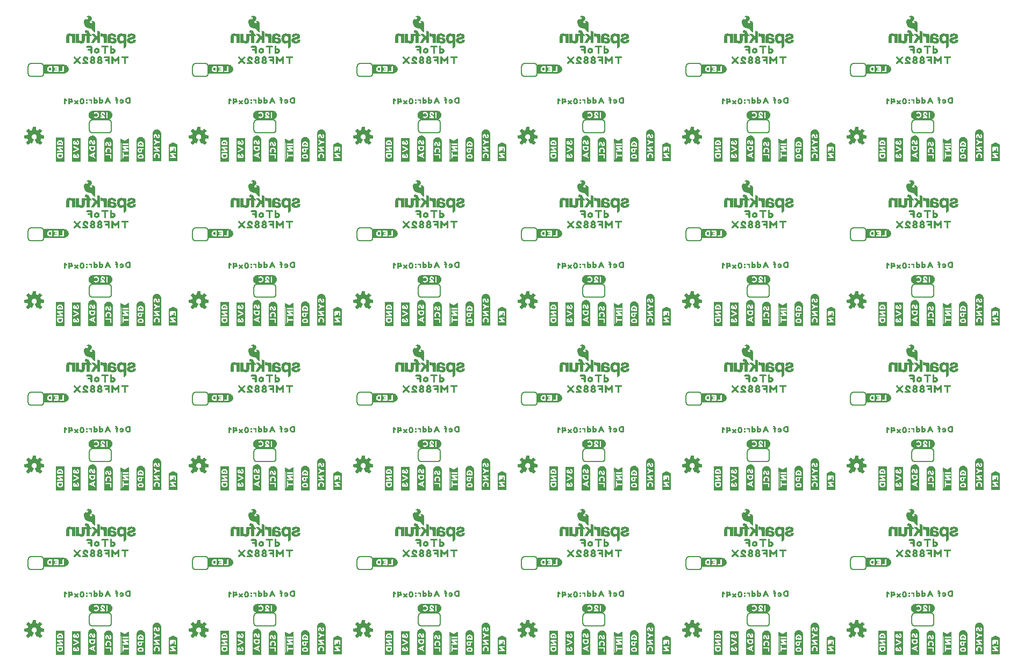
<source format=gbo>
G04 EAGLE Gerber RS-274X export*
G75*
%MOMM*%
%FSLAX34Y34*%
%LPD*%
%INSilkscreen Bottom*%
%IPPOS*%
%AMOC8*
5,1,8,0,0,1.08239X$1,22.5*%
G01*
%ADD10C,0.203200*%

G36*
X1258967Y280117D02*
X1258967Y280117D01*
X1258965Y280120D01*
X1258969Y280122D01*
X1259069Y280722D01*
X1259066Y280727D01*
X1259069Y280730D01*
X1259069Y324030D01*
X1259066Y324034D01*
X1259069Y324037D01*
X1258969Y324737D01*
X1258965Y324741D01*
X1258967Y324744D01*
X1258767Y325444D01*
X1258766Y325445D01*
X1258767Y325446D01*
X1258567Y326046D01*
X1258562Y326049D01*
X1258564Y326052D01*
X1257964Y327252D01*
X1257960Y327254D01*
X1257961Y327257D01*
X1257561Y327857D01*
X1257554Y327860D01*
X1257555Y327865D01*
X1257055Y328365D01*
X1257051Y328365D01*
X1257051Y328368D01*
X1256553Y328767D01*
X1256055Y329265D01*
X1256043Y329266D01*
X1256042Y329274D01*
X1254842Y329874D01*
X1254837Y329873D01*
X1254836Y329877D01*
X1254236Y330077D01*
X1254234Y330076D01*
X1254234Y330077D01*
X1253534Y330277D01*
X1253529Y330276D01*
X1253527Y330279D01*
X1252827Y330379D01*
X1252822Y330376D01*
X1252820Y330379D01*
X1251520Y330379D01*
X1251516Y330376D01*
X1251513Y330379D01*
X1250813Y330279D01*
X1250808Y330274D01*
X1250804Y330277D01*
X1250205Y330077D01*
X1249506Y329877D01*
X1249502Y329872D01*
X1249498Y329874D01*
X1248898Y329574D01*
X1248896Y329570D01*
X1248893Y329571D01*
X1248293Y329171D01*
X1248292Y329168D01*
X1248289Y329168D01*
X1247789Y328768D01*
X1247788Y328764D01*
X1247785Y328765D01*
X1247285Y328265D01*
X1247285Y328261D01*
X1247282Y328261D01*
X1246482Y327261D01*
X1246481Y327257D01*
X1246479Y327257D01*
X1246079Y326657D01*
X1246080Y326648D01*
X1246073Y326646D01*
X1245873Y326046D01*
X1245874Y326045D01*
X1245873Y326044D01*
X1245859Y325995D01*
X1245845Y325946D01*
X1245803Y325798D01*
X1245760Y325650D01*
X1245746Y325601D01*
X1245704Y325453D01*
X1245673Y325345D01*
X1245473Y324746D01*
X1245475Y324739D01*
X1245471Y324737D01*
X1245371Y324037D01*
X1245374Y324032D01*
X1245371Y324030D01*
X1245371Y323630D01*
X1245388Y323607D01*
X1245387Y323593D01*
X1245413Y323570D01*
X1245394Y323572D01*
X1245392Y323547D01*
X1245373Y323533D01*
X1245373Y323532D01*
X1245371Y323530D01*
X1245371Y280230D01*
X1245407Y280183D01*
X1245410Y280185D01*
X1245412Y280181D01*
X1246012Y280081D01*
X1246017Y280084D01*
X1246020Y280081D01*
X1258920Y280081D01*
X1258967Y280117D01*
G37*
G36*
X999887Y798277D02*
X999887Y798277D01*
X999885Y798280D01*
X999889Y798282D01*
X999989Y798882D01*
X999986Y798887D01*
X999989Y798890D01*
X999989Y842190D01*
X999986Y842194D01*
X999989Y842197D01*
X999889Y842897D01*
X999885Y842901D01*
X999887Y842904D01*
X999687Y843604D01*
X999686Y843605D01*
X999687Y843606D01*
X999487Y844206D01*
X999482Y844209D01*
X999484Y844212D01*
X998884Y845412D01*
X998880Y845414D01*
X998881Y845417D01*
X998481Y846017D01*
X998474Y846020D01*
X998475Y846025D01*
X997975Y846525D01*
X997971Y846525D01*
X997971Y846528D01*
X997473Y846927D01*
X996975Y847425D01*
X996963Y847426D01*
X996962Y847434D01*
X995762Y848034D01*
X995757Y848033D01*
X995756Y848037D01*
X995156Y848237D01*
X995154Y848236D01*
X995154Y848237D01*
X994454Y848437D01*
X994449Y848436D01*
X994447Y848439D01*
X993747Y848539D01*
X993742Y848536D01*
X993740Y848539D01*
X992440Y848539D01*
X992436Y848536D01*
X992433Y848539D01*
X991733Y848439D01*
X991728Y848434D01*
X991724Y848437D01*
X991125Y848237D01*
X990426Y848037D01*
X990422Y848032D01*
X990418Y848034D01*
X989818Y847734D01*
X989816Y847730D01*
X989813Y847731D01*
X989213Y847331D01*
X989212Y847328D01*
X989209Y847328D01*
X988709Y846928D01*
X988708Y846924D01*
X988705Y846925D01*
X988205Y846425D01*
X988205Y846421D01*
X988202Y846421D01*
X987402Y845421D01*
X987401Y845417D01*
X987399Y845417D01*
X986999Y844817D01*
X987000Y844808D01*
X986993Y844806D01*
X986793Y844206D01*
X986794Y844205D01*
X986793Y844204D01*
X986779Y844155D01*
X986765Y844106D01*
X986723Y843958D01*
X986680Y843810D01*
X986666Y843761D01*
X986624Y843613D01*
X986593Y843505D01*
X986393Y842906D01*
X986395Y842899D01*
X986391Y842897D01*
X986291Y842197D01*
X986294Y842192D01*
X986291Y842190D01*
X986291Y841790D01*
X986308Y841767D01*
X986307Y841753D01*
X986333Y841730D01*
X986314Y841732D01*
X986312Y841707D01*
X986293Y841693D01*
X986293Y841692D01*
X986291Y841690D01*
X986291Y798390D01*
X986327Y798343D01*
X986330Y798345D01*
X986332Y798341D01*
X986932Y798241D01*
X986937Y798244D01*
X986940Y798241D01*
X999840Y798241D01*
X999887Y798277D01*
G37*
G36*
X740807Y798277D02*
X740807Y798277D01*
X740805Y798280D01*
X740809Y798282D01*
X740909Y798882D01*
X740906Y798887D01*
X740909Y798890D01*
X740909Y842190D01*
X740906Y842194D01*
X740909Y842197D01*
X740809Y842897D01*
X740805Y842901D01*
X740807Y842904D01*
X740607Y843604D01*
X740606Y843605D01*
X740607Y843606D01*
X740407Y844206D01*
X740402Y844209D01*
X740404Y844212D01*
X739804Y845412D01*
X739800Y845414D01*
X739801Y845417D01*
X739401Y846017D01*
X739394Y846020D01*
X739395Y846025D01*
X738895Y846525D01*
X738891Y846525D01*
X738891Y846528D01*
X738393Y846927D01*
X737895Y847425D01*
X737883Y847426D01*
X737882Y847434D01*
X736682Y848034D01*
X736677Y848033D01*
X736676Y848037D01*
X736076Y848237D01*
X736074Y848236D01*
X736074Y848237D01*
X735374Y848437D01*
X735369Y848436D01*
X735367Y848439D01*
X734667Y848539D01*
X734662Y848536D01*
X734660Y848539D01*
X733360Y848539D01*
X733356Y848536D01*
X733353Y848539D01*
X732653Y848439D01*
X732648Y848434D01*
X732644Y848437D01*
X732045Y848237D01*
X731346Y848037D01*
X731342Y848032D01*
X731338Y848034D01*
X730738Y847734D01*
X730736Y847730D01*
X730733Y847731D01*
X730133Y847331D01*
X730132Y847328D01*
X730129Y847328D01*
X729629Y846928D01*
X729628Y846924D01*
X729625Y846925D01*
X729125Y846425D01*
X729125Y846421D01*
X729122Y846421D01*
X728322Y845421D01*
X728321Y845417D01*
X728319Y845417D01*
X727919Y844817D01*
X727920Y844808D01*
X727913Y844806D01*
X727713Y844206D01*
X727714Y844205D01*
X727713Y844204D01*
X727699Y844155D01*
X727685Y844106D01*
X727643Y843958D01*
X727600Y843810D01*
X727586Y843761D01*
X727544Y843613D01*
X727513Y843505D01*
X727313Y842906D01*
X727315Y842899D01*
X727311Y842897D01*
X727211Y842197D01*
X727214Y842192D01*
X727211Y842190D01*
X727211Y841790D01*
X727228Y841767D01*
X727227Y841753D01*
X727253Y841730D01*
X727234Y841732D01*
X727232Y841707D01*
X727213Y841693D01*
X727213Y841692D01*
X727211Y841690D01*
X727211Y798390D01*
X727247Y798343D01*
X727250Y798345D01*
X727252Y798341D01*
X727852Y798241D01*
X727857Y798244D01*
X727860Y798241D01*
X740760Y798241D01*
X740807Y798277D01*
G37*
G36*
X740807Y539197D02*
X740807Y539197D01*
X740805Y539200D01*
X740809Y539202D01*
X740909Y539802D01*
X740906Y539807D01*
X740909Y539810D01*
X740909Y583110D01*
X740906Y583114D01*
X740909Y583117D01*
X740809Y583817D01*
X740805Y583821D01*
X740807Y583824D01*
X740607Y584524D01*
X740606Y584525D01*
X740607Y584526D01*
X740407Y585126D01*
X740402Y585129D01*
X740404Y585132D01*
X739804Y586332D01*
X739800Y586334D01*
X739801Y586337D01*
X739401Y586937D01*
X739394Y586940D01*
X739395Y586945D01*
X738895Y587445D01*
X738891Y587445D01*
X738891Y587448D01*
X738393Y587847D01*
X737895Y588345D01*
X737883Y588346D01*
X737882Y588354D01*
X736682Y588954D01*
X736677Y588953D01*
X736676Y588957D01*
X736076Y589157D01*
X736074Y589156D01*
X736074Y589157D01*
X735374Y589357D01*
X735369Y589356D01*
X735367Y589359D01*
X734667Y589459D01*
X734662Y589456D01*
X734660Y589459D01*
X733360Y589459D01*
X733356Y589456D01*
X733353Y589459D01*
X732653Y589359D01*
X732648Y589354D01*
X732644Y589357D01*
X732045Y589157D01*
X731346Y588957D01*
X731342Y588952D01*
X731338Y588954D01*
X730738Y588654D01*
X730736Y588650D01*
X730733Y588651D01*
X730133Y588251D01*
X730132Y588248D01*
X730129Y588248D01*
X729629Y587848D01*
X729628Y587844D01*
X729625Y587845D01*
X729125Y587345D01*
X729125Y587341D01*
X729122Y587341D01*
X728322Y586341D01*
X728321Y586337D01*
X728319Y586337D01*
X727919Y585737D01*
X727920Y585728D01*
X727913Y585726D01*
X727713Y585126D01*
X727714Y585125D01*
X727713Y585124D01*
X727699Y585075D01*
X727685Y585026D01*
X727643Y584878D01*
X727600Y584730D01*
X727586Y584681D01*
X727544Y584533D01*
X727513Y584425D01*
X727313Y583826D01*
X727315Y583819D01*
X727311Y583817D01*
X727211Y583117D01*
X727214Y583112D01*
X727211Y583110D01*
X727211Y582710D01*
X727228Y582687D01*
X727227Y582673D01*
X727253Y582650D01*
X727234Y582652D01*
X727232Y582627D01*
X727213Y582613D01*
X727213Y582612D01*
X727211Y582610D01*
X727211Y539310D01*
X727247Y539263D01*
X727250Y539265D01*
X727252Y539261D01*
X727852Y539161D01*
X727857Y539164D01*
X727860Y539161D01*
X740760Y539161D01*
X740807Y539197D01*
G37*
G36*
X1518047Y798277D02*
X1518047Y798277D01*
X1518045Y798280D01*
X1518049Y798282D01*
X1518149Y798882D01*
X1518146Y798887D01*
X1518149Y798890D01*
X1518149Y842190D01*
X1518146Y842194D01*
X1518149Y842197D01*
X1518049Y842897D01*
X1518045Y842901D01*
X1518047Y842904D01*
X1517847Y843604D01*
X1517846Y843605D01*
X1517847Y843606D01*
X1517647Y844206D01*
X1517642Y844209D01*
X1517644Y844212D01*
X1517044Y845412D01*
X1517040Y845414D01*
X1517041Y845417D01*
X1516641Y846017D01*
X1516634Y846020D01*
X1516635Y846025D01*
X1516135Y846525D01*
X1516131Y846525D01*
X1516131Y846528D01*
X1515633Y846927D01*
X1515135Y847425D01*
X1515123Y847426D01*
X1515122Y847434D01*
X1513922Y848034D01*
X1513917Y848033D01*
X1513916Y848037D01*
X1513316Y848237D01*
X1513314Y848236D01*
X1513314Y848237D01*
X1512614Y848437D01*
X1512609Y848436D01*
X1512607Y848439D01*
X1511907Y848539D01*
X1511902Y848536D01*
X1511900Y848539D01*
X1510600Y848539D01*
X1510596Y848536D01*
X1510593Y848539D01*
X1509893Y848439D01*
X1509888Y848434D01*
X1509884Y848437D01*
X1509285Y848237D01*
X1508586Y848037D01*
X1508582Y848032D01*
X1508578Y848034D01*
X1507978Y847734D01*
X1507976Y847730D01*
X1507973Y847731D01*
X1507373Y847331D01*
X1507372Y847328D01*
X1507369Y847328D01*
X1506869Y846928D01*
X1506868Y846924D01*
X1506865Y846925D01*
X1506365Y846425D01*
X1506365Y846421D01*
X1506362Y846421D01*
X1505562Y845421D01*
X1505561Y845417D01*
X1505559Y845417D01*
X1505159Y844817D01*
X1505160Y844808D01*
X1505153Y844806D01*
X1504953Y844206D01*
X1504954Y844205D01*
X1504953Y844204D01*
X1504939Y844155D01*
X1504925Y844106D01*
X1504883Y843958D01*
X1504840Y843810D01*
X1504826Y843761D01*
X1504784Y843613D01*
X1504753Y843505D01*
X1504553Y842906D01*
X1504555Y842899D01*
X1504551Y842897D01*
X1504451Y842197D01*
X1504454Y842192D01*
X1504451Y842190D01*
X1504451Y841790D01*
X1504468Y841767D01*
X1504467Y841753D01*
X1504493Y841730D01*
X1504474Y841732D01*
X1504472Y841707D01*
X1504453Y841693D01*
X1504453Y841692D01*
X1504451Y841690D01*
X1504451Y798390D01*
X1504487Y798343D01*
X1504490Y798345D01*
X1504492Y798341D01*
X1505092Y798241D01*
X1505097Y798244D01*
X1505100Y798241D01*
X1518000Y798241D01*
X1518047Y798277D01*
G37*
G36*
X481727Y539197D02*
X481727Y539197D01*
X481725Y539200D01*
X481729Y539202D01*
X481829Y539802D01*
X481826Y539807D01*
X481829Y539810D01*
X481829Y583110D01*
X481826Y583114D01*
X481829Y583117D01*
X481729Y583817D01*
X481725Y583821D01*
X481727Y583824D01*
X481527Y584524D01*
X481526Y584525D01*
X481527Y584526D01*
X481327Y585126D01*
X481322Y585129D01*
X481324Y585132D01*
X480724Y586332D01*
X480720Y586334D01*
X480721Y586337D01*
X480321Y586937D01*
X480314Y586940D01*
X480315Y586945D01*
X479815Y587445D01*
X479811Y587445D01*
X479811Y587448D01*
X479313Y587847D01*
X478815Y588345D01*
X478803Y588346D01*
X478802Y588354D01*
X477602Y588954D01*
X477597Y588953D01*
X477596Y588957D01*
X476996Y589157D01*
X476994Y589156D01*
X476994Y589157D01*
X476294Y589357D01*
X476289Y589356D01*
X476287Y589359D01*
X475587Y589459D01*
X475582Y589456D01*
X475580Y589459D01*
X474280Y589459D01*
X474276Y589456D01*
X474273Y589459D01*
X473573Y589359D01*
X473568Y589354D01*
X473564Y589357D01*
X472965Y589157D01*
X472266Y588957D01*
X472262Y588952D01*
X472258Y588954D01*
X471658Y588654D01*
X471656Y588650D01*
X471653Y588651D01*
X471053Y588251D01*
X471052Y588248D01*
X471049Y588248D01*
X470549Y587848D01*
X470548Y587844D01*
X470545Y587845D01*
X470045Y587345D01*
X470045Y587341D01*
X470042Y587341D01*
X469242Y586341D01*
X469241Y586337D01*
X469239Y586337D01*
X468839Y585737D01*
X468840Y585728D01*
X468833Y585726D01*
X468633Y585126D01*
X468634Y585125D01*
X468633Y585124D01*
X468619Y585075D01*
X468605Y585026D01*
X468563Y584878D01*
X468520Y584730D01*
X468506Y584681D01*
X468464Y584533D01*
X468433Y584425D01*
X468233Y583826D01*
X468235Y583819D01*
X468231Y583817D01*
X468131Y583117D01*
X468134Y583112D01*
X468131Y583110D01*
X468131Y582710D01*
X468148Y582687D01*
X468147Y582673D01*
X468173Y582650D01*
X468154Y582652D01*
X468152Y582627D01*
X468133Y582613D01*
X468133Y582612D01*
X468131Y582610D01*
X468131Y539310D01*
X468167Y539263D01*
X468170Y539265D01*
X468172Y539261D01*
X468772Y539161D01*
X468777Y539164D01*
X468780Y539161D01*
X481680Y539161D01*
X481727Y539197D01*
G37*
G36*
X999887Y280117D02*
X999887Y280117D01*
X999885Y280120D01*
X999889Y280122D01*
X999989Y280722D01*
X999986Y280727D01*
X999989Y280730D01*
X999989Y324030D01*
X999986Y324034D01*
X999989Y324037D01*
X999889Y324737D01*
X999885Y324741D01*
X999887Y324744D01*
X999687Y325444D01*
X999686Y325445D01*
X999687Y325446D01*
X999487Y326046D01*
X999482Y326049D01*
X999484Y326052D01*
X998884Y327252D01*
X998880Y327254D01*
X998881Y327257D01*
X998481Y327857D01*
X998474Y327860D01*
X998475Y327865D01*
X997975Y328365D01*
X997971Y328365D01*
X997971Y328368D01*
X997473Y328767D01*
X996975Y329265D01*
X996963Y329266D01*
X996962Y329274D01*
X995762Y329874D01*
X995757Y329873D01*
X995756Y329877D01*
X995156Y330077D01*
X995154Y330076D01*
X995154Y330077D01*
X994454Y330277D01*
X994449Y330276D01*
X994447Y330279D01*
X993747Y330379D01*
X993742Y330376D01*
X993740Y330379D01*
X992440Y330379D01*
X992436Y330376D01*
X992433Y330379D01*
X991733Y330279D01*
X991728Y330274D01*
X991724Y330277D01*
X991125Y330077D01*
X990426Y329877D01*
X990422Y329872D01*
X990418Y329874D01*
X989818Y329574D01*
X989816Y329570D01*
X989813Y329571D01*
X989213Y329171D01*
X989212Y329168D01*
X989209Y329168D01*
X988709Y328768D01*
X988708Y328764D01*
X988705Y328765D01*
X988205Y328265D01*
X988205Y328261D01*
X988202Y328261D01*
X987402Y327261D01*
X987401Y327257D01*
X987399Y327257D01*
X986999Y326657D01*
X987000Y326648D01*
X986993Y326646D01*
X986793Y326046D01*
X986794Y326045D01*
X986793Y326044D01*
X986779Y325995D01*
X986765Y325946D01*
X986723Y325798D01*
X986680Y325650D01*
X986666Y325601D01*
X986624Y325453D01*
X986593Y325345D01*
X986393Y324746D01*
X986395Y324739D01*
X986391Y324737D01*
X986291Y324037D01*
X986294Y324032D01*
X986291Y324030D01*
X986291Y323630D01*
X986308Y323607D01*
X986307Y323593D01*
X986333Y323570D01*
X986314Y323572D01*
X986312Y323547D01*
X986293Y323533D01*
X986293Y323532D01*
X986291Y323530D01*
X986291Y280230D01*
X986327Y280183D01*
X986330Y280185D01*
X986332Y280181D01*
X986932Y280081D01*
X986937Y280084D01*
X986940Y280081D01*
X999840Y280081D01*
X999887Y280117D01*
G37*
G36*
X481727Y798277D02*
X481727Y798277D01*
X481725Y798280D01*
X481729Y798282D01*
X481829Y798882D01*
X481826Y798887D01*
X481829Y798890D01*
X481829Y842190D01*
X481826Y842194D01*
X481829Y842197D01*
X481729Y842897D01*
X481725Y842901D01*
X481727Y842904D01*
X481527Y843604D01*
X481526Y843605D01*
X481527Y843606D01*
X481327Y844206D01*
X481322Y844209D01*
X481324Y844212D01*
X480724Y845412D01*
X480720Y845414D01*
X480721Y845417D01*
X480321Y846017D01*
X480314Y846020D01*
X480315Y846025D01*
X479815Y846525D01*
X479811Y846525D01*
X479811Y846528D01*
X479313Y846927D01*
X478815Y847425D01*
X478803Y847426D01*
X478802Y847434D01*
X477602Y848034D01*
X477597Y848033D01*
X477596Y848037D01*
X476996Y848237D01*
X476994Y848236D01*
X476994Y848237D01*
X476294Y848437D01*
X476289Y848436D01*
X476287Y848439D01*
X475587Y848539D01*
X475582Y848536D01*
X475580Y848539D01*
X474280Y848539D01*
X474276Y848536D01*
X474273Y848539D01*
X473573Y848439D01*
X473568Y848434D01*
X473564Y848437D01*
X472965Y848237D01*
X472266Y848037D01*
X472262Y848032D01*
X472258Y848034D01*
X471658Y847734D01*
X471656Y847730D01*
X471653Y847731D01*
X471053Y847331D01*
X471052Y847328D01*
X471049Y847328D01*
X470549Y846928D01*
X470548Y846924D01*
X470545Y846925D01*
X470045Y846425D01*
X470045Y846421D01*
X470042Y846421D01*
X469242Y845421D01*
X469241Y845417D01*
X469239Y845417D01*
X468839Y844817D01*
X468840Y844808D01*
X468833Y844806D01*
X468633Y844206D01*
X468634Y844205D01*
X468633Y844204D01*
X468619Y844155D01*
X468605Y844106D01*
X468563Y843958D01*
X468520Y843810D01*
X468506Y843761D01*
X468464Y843613D01*
X468433Y843505D01*
X468233Y842906D01*
X468235Y842899D01*
X468231Y842897D01*
X468131Y842197D01*
X468134Y842192D01*
X468131Y842190D01*
X468131Y841790D01*
X468148Y841767D01*
X468147Y841753D01*
X468173Y841730D01*
X468154Y841732D01*
X468152Y841707D01*
X468133Y841693D01*
X468133Y841692D01*
X468131Y841690D01*
X468131Y798390D01*
X468167Y798343D01*
X468170Y798345D01*
X468172Y798341D01*
X468772Y798241D01*
X468777Y798244D01*
X468780Y798241D01*
X481680Y798241D01*
X481727Y798277D01*
G37*
G36*
X222647Y539197D02*
X222647Y539197D01*
X222645Y539200D01*
X222649Y539202D01*
X222749Y539802D01*
X222746Y539807D01*
X222749Y539810D01*
X222749Y583110D01*
X222746Y583114D01*
X222749Y583117D01*
X222649Y583817D01*
X222645Y583821D01*
X222647Y583824D01*
X222447Y584524D01*
X222446Y584525D01*
X222447Y584526D01*
X222247Y585126D01*
X222242Y585129D01*
X222244Y585132D01*
X221644Y586332D01*
X221640Y586334D01*
X221641Y586337D01*
X221241Y586937D01*
X221234Y586940D01*
X221235Y586945D01*
X220735Y587445D01*
X220731Y587445D01*
X220731Y587448D01*
X220233Y587847D01*
X219735Y588345D01*
X219723Y588346D01*
X219722Y588354D01*
X218522Y588954D01*
X218517Y588953D01*
X218516Y588957D01*
X217916Y589157D01*
X217914Y589156D01*
X217914Y589157D01*
X217214Y589357D01*
X217209Y589356D01*
X217207Y589359D01*
X216507Y589459D01*
X216502Y589456D01*
X216500Y589459D01*
X215200Y589459D01*
X215196Y589456D01*
X215193Y589459D01*
X214493Y589359D01*
X214488Y589354D01*
X214484Y589357D01*
X213885Y589157D01*
X213186Y588957D01*
X213182Y588952D01*
X213178Y588954D01*
X212578Y588654D01*
X212576Y588650D01*
X212573Y588651D01*
X211973Y588251D01*
X211972Y588248D01*
X211969Y588248D01*
X211469Y587848D01*
X211468Y587844D01*
X211465Y587845D01*
X210965Y587345D01*
X210965Y587341D01*
X210962Y587341D01*
X210162Y586341D01*
X210161Y586337D01*
X210159Y586337D01*
X209759Y585737D01*
X209760Y585728D01*
X209753Y585726D01*
X209553Y585126D01*
X209554Y585125D01*
X209553Y585124D01*
X209539Y585075D01*
X209525Y585026D01*
X209483Y584878D01*
X209440Y584730D01*
X209426Y584681D01*
X209384Y584533D01*
X209353Y584425D01*
X209153Y583826D01*
X209155Y583819D01*
X209151Y583817D01*
X209051Y583117D01*
X209054Y583112D01*
X209051Y583110D01*
X209051Y582710D01*
X209068Y582687D01*
X209067Y582673D01*
X209093Y582650D01*
X209074Y582652D01*
X209072Y582627D01*
X209053Y582613D01*
X209053Y582612D01*
X209051Y582610D01*
X209051Y539310D01*
X209087Y539263D01*
X209090Y539265D01*
X209092Y539261D01*
X209692Y539161D01*
X209697Y539164D01*
X209700Y539161D01*
X222600Y539161D01*
X222647Y539197D01*
G37*
G36*
X1258967Y539197D02*
X1258967Y539197D01*
X1258965Y539200D01*
X1258969Y539202D01*
X1259069Y539802D01*
X1259066Y539807D01*
X1259069Y539810D01*
X1259069Y583110D01*
X1259066Y583114D01*
X1259069Y583117D01*
X1258969Y583817D01*
X1258965Y583821D01*
X1258967Y583824D01*
X1258767Y584524D01*
X1258766Y584525D01*
X1258767Y584526D01*
X1258567Y585126D01*
X1258562Y585129D01*
X1258564Y585132D01*
X1257964Y586332D01*
X1257960Y586334D01*
X1257961Y586337D01*
X1257561Y586937D01*
X1257554Y586940D01*
X1257555Y586945D01*
X1257055Y587445D01*
X1257051Y587445D01*
X1257051Y587448D01*
X1256553Y587847D01*
X1256055Y588345D01*
X1256043Y588346D01*
X1256042Y588354D01*
X1254842Y588954D01*
X1254837Y588953D01*
X1254836Y588957D01*
X1254236Y589157D01*
X1254234Y589156D01*
X1254234Y589157D01*
X1253534Y589357D01*
X1253529Y589356D01*
X1253527Y589359D01*
X1252827Y589459D01*
X1252822Y589456D01*
X1252820Y589459D01*
X1251520Y589459D01*
X1251516Y589456D01*
X1251513Y589459D01*
X1250813Y589359D01*
X1250808Y589354D01*
X1250804Y589357D01*
X1250205Y589157D01*
X1249506Y588957D01*
X1249502Y588952D01*
X1249498Y588954D01*
X1248898Y588654D01*
X1248896Y588650D01*
X1248893Y588651D01*
X1248293Y588251D01*
X1248292Y588248D01*
X1248289Y588248D01*
X1247789Y587848D01*
X1247788Y587844D01*
X1247785Y587845D01*
X1247285Y587345D01*
X1247285Y587341D01*
X1247282Y587341D01*
X1246482Y586341D01*
X1246481Y586337D01*
X1246479Y586337D01*
X1246079Y585737D01*
X1246080Y585728D01*
X1246073Y585726D01*
X1245873Y585126D01*
X1245874Y585125D01*
X1245873Y585124D01*
X1245859Y585075D01*
X1245845Y585026D01*
X1245803Y584878D01*
X1245760Y584730D01*
X1245746Y584681D01*
X1245704Y584533D01*
X1245673Y584425D01*
X1245473Y583826D01*
X1245475Y583819D01*
X1245471Y583817D01*
X1245371Y583117D01*
X1245374Y583112D01*
X1245371Y583110D01*
X1245371Y582710D01*
X1245388Y582687D01*
X1245387Y582673D01*
X1245413Y582650D01*
X1245394Y582652D01*
X1245392Y582627D01*
X1245373Y582613D01*
X1245373Y582612D01*
X1245371Y582610D01*
X1245371Y539310D01*
X1245407Y539263D01*
X1245410Y539265D01*
X1245412Y539261D01*
X1246012Y539161D01*
X1246017Y539164D01*
X1246020Y539161D01*
X1258920Y539161D01*
X1258967Y539197D01*
G37*
G36*
X1518047Y539197D02*
X1518047Y539197D01*
X1518045Y539200D01*
X1518049Y539202D01*
X1518149Y539802D01*
X1518146Y539807D01*
X1518149Y539810D01*
X1518149Y583110D01*
X1518146Y583114D01*
X1518149Y583117D01*
X1518049Y583817D01*
X1518045Y583821D01*
X1518047Y583824D01*
X1517847Y584524D01*
X1517846Y584525D01*
X1517847Y584526D01*
X1517647Y585126D01*
X1517642Y585129D01*
X1517644Y585132D01*
X1517044Y586332D01*
X1517040Y586334D01*
X1517041Y586337D01*
X1516641Y586937D01*
X1516634Y586940D01*
X1516635Y586945D01*
X1516135Y587445D01*
X1516131Y587445D01*
X1516131Y587448D01*
X1515633Y587847D01*
X1515135Y588345D01*
X1515123Y588346D01*
X1515122Y588354D01*
X1513922Y588954D01*
X1513917Y588953D01*
X1513916Y588957D01*
X1513316Y589157D01*
X1513314Y589156D01*
X1513314Y589157D01*
X1512614Y589357D01*
X1512609Y589356D01*
X1512607Y589359D01*
X1511907Y589459D01*
X1511902Y589456D01*
X1511900Y589459D01*
X1510600Y589459D01*
X1510596Y589456D01*
X1510593Y589459D01*
X1509893Y589359D01*
X1509888Y589354D01*
X1509884Y589357D01*
X1509285Y589157D01*
X1508586Y588957D01*
X1508582Y588952D01*
X1508578Y588954D01*
X1507978Y588654D01*
X1507976Y588650D01*
X1507973Y588651D01*
X1507373Y588251D01*
X1507372Y588248D01*
X1507369Y588248D01*
X1506869Y587848D01*
X1506868Y587844D01*
X1506865Y587845D01*
X1506365Y587345D01*
X1506365Y587341D01*
X1506362Y587341D01*
X1505562Y586341D01*
X1505561Y586337D01*
X1505559Y586337D01*
X1505159Y585737D01*
X1505160Y585728D01*
X1505153Y585726D01*
X1504953Y585126D01*
X1504954Y585125D01*
X1504953Y585124D01*
X1504939Y585075D01*
X1504925Y585026D01*
X1504883Y584878D01*
X1504840Y584730D01*
X1504826Y584681D01*
X1504784Y584533D01*
X1504753Y584425D01*
X1504553Y583826D01*
X1504555Y583819D01*
X1504551Y583817D01*
X1504451Y583117D01*
X1504454Y583112D01*
X1504451Y583110D01*
X1504451Y582710D01*
X1504468Y582687D01*
X1504467Y582673D01*
X1504493Y582650D01*
X1504474Y582652D01*
X1504472Y582627D01*
X1504453Y582613D01*
X1504453Y582612D01*
X1504451Y582610D01*
X1504451Y539310D01*
X1504487Y539263D01*
X1504490Y539265D01*
X1504492Y539261D01*
X1505092Y539161D01*
X1505097Y539164D01*
X1505100Y539161D01*
X1518000Y539161D01*
X1518047Y539197D01*
G37*
G36*
X999887Y539197D02*
X999887Y539197D01*
X999885Y539200D01*
X999889Y539202D01*
X999989Y539802D01*
X999986Y539807D01*
X999989Y539810D01*
X999989Y583110D01*
X999986Y583114D01*
X999989Y583117D01*
X999889Y583817D01*
X999885Y583821D01*
X999887Y583824D01*
X999687Y584524D01*
X999686Y584525D01*
X999687Y584526D01*
X999487Y585126D01*
X999482Y585129D01*
X999484Y585132D01*
X998884Y586332D01*
X998880Y586334D01*
X998881Y586337D01*
X998481Y586937D01*
X998474Y586940D01*
X998475Y586945D01*
X997975Y587445D01*
X997971Y587445D01*
X997971Y587448D01*
X997473Y587847D01*
X996975Y588345D01*
X996963Y588346D01*
X996962Y588354D01*
X995762Y588954D01*
X995757Y588953D01*
X995756Y588957D01*
X995156Y589157D01*
X995154Y589156D01*
X995154Y589157D01*
X994454Y589357D01*
X994449Y589356D01*
X994447Y589359D01*
X993747Y589459D01*
X993742Y589456D01*
X993740Y589459D01*
X992440Y589459D01*
X992436Y589456D01*
X992433Y589459D01*
X991733Y589359D01*
X991728Y589354D01*
X991724Y589357D01*
X991125Y589157D01*
X990426Y588957D01*
X990422Y588952D01*
X990418Y588954D01*
X989818Y588654D01*
X989816Y588650D01*
X989813Y588651D01*
X989213Y588251D01*
X989212Y588248D01*
X989209Y588248D01*
X988709Y587848D01*
X988708Y587844D01*
X988705Y587845D01*
X988205Y587345D01*
X988205Y587341D01*
X988202Y587341D01*
X987402Y586341D01*
X987401Y586337D01*
X987399Y586337D01*
X986999Y585737D01*
X987000Y585728D01*
X986993Y585726D01*
X986793Y585126D01*
X986794Y585125D01*
X986793Y585124D01*
X986779Y585075D01*
X986765Y585026D01*
X986723Y584878D01*
X986680Y584730D01*
X986666Y584681D01*
X986624Y584533D01*
X986593Y584425D01*
X986393Y583826D01*
X986395Y583819D01*
X986391Y583817D01*
X986291Y583117D01*
X986294Y583112D01*
X986291Y583110D01*
X986291Y582710D01*
X986308Y582687D01*
X986307Y582673D01*
X986333Y582650D01*
X986314Y582652D01*
X986312Y582627D01*
X986293Y582613D01*
X986293Y582612D01*
X986291Y582610D01*
X986291Y539310D01*
X986327Y539263D01*
X986330Y539265D01*
X986332Y539261D01*
X986932Y539161D01*
X986937Y539164D01*
X986940Y539161D01*
X999840Y539161D01*
X999887Y539197D01*
G37*
G36*
X1518047Y280117D02*
X1518047Y280117D01*
X1518045Y280120D01*
X1518049Y280122D01*
X1518149Y280722D01*
X1518146Y280727D01*
X1518149Y280730D01*
X1518149Y324030D01*
X1518146Y324034D01*
X1518149Y324037D01*
X1518049Y324737D01*
X1518045Y324741D01*
X1518047Y324744D01*
X1517847Y325444D01*
X1517846Y325445D01*
X1517847Y325446D01*
X1517647Y326046D01*
X1517642Y326049D01*
X1517644Y326052D01*
X1517044Y327252D01*
X1517040Y327254D01*
X1517041Y327257D01*
X1516641Y327857D01*
X1516634Y327860D01*
X1516635Y327865D01*
X1516135Y328365D01*
X1516131Y328365D01*
X1516131Y328368D01*
X1515633Y328767D01*
X1515135Y329265D01*
X1515123Y329266D01*
X1515122Y329274D01*
X1513922Y329874D01*
X1513917Y329873D01*
X1513916Y329877D01*
X1513316Y330077D01*
X1513314Y330076D01*
X1513314Y330077D01*
X1512614Y330277D01*
X1512609Y330276D01*
X1512607Y330279D01*
X1511907Y330379D01*
X1511902Y330376D01*
X1511900Y330379D01*
X1510600Y330379D01*
X1510596Y330376D01*
X1510593Y330379D01*
X1509893Y330279D01*
X1509888Y330274D01*
X1509884Y330277D01*
X1509285Y330077D01*
X1508586Y329877D01*
X1508582Y329872D01*
X1508578Y329874D01*
X1507978Y329574D01*
X1507976Y329570D01*
X1507973Y329571D01*
X1507373Y329171D01*
X1507372Y329168D01*
X1507369Y329168D01*
X1506869Y328768D01*
X1506868Y328764D01*
X1506865Y328765D01*
X1506365Y328265D01*
X1506365Y328261D01*
X1506362Y328261D01*
X1505562Y327261D01*
X1505561Y327257D01*
X1505559Y327257D01*
X1505159Y326657D01*
X1505160Y326648D01*
X1505153Y326646D01*
X1504953Y326046D01*
X1504954Y326045D01*
X1504953Y326044D01*
X1504939Y325995D01*
X1504925Y325946D01*
X1504883Y325798D01*
X1504840Y325650D01*
X1504826Y325601D01*
X1504784Y325453D01*
X1504753Y325345D01*
X1504553Y324746D01*
X1504555Y324739D01*
X1504551Y324737D01*
X1504451Y324037D01*
X1504454Y324032D01*
X1504451Y324030D01*
X1504451Y323630D01*
X1504468Y323607D01*
X1504467Y323593D01*
X1504493Y323570D01*
X1504474Y323572D01*
X1504472Y323547D01*
X1504453Y323533D01*
X1504453Y323532D01*
X1504451Y323530D01*
X1504451Y280230D01*
X1504487Y280183D01*
X1504490Y280185D01*
X1504492Y280181D01*
X1505092Y280081D01*
X1505097Y280084D01*
X1505100Y280081D01*
X1518000Y280081D01*
X1518047Y280117D01*
G37*
G36*
X222647Y280117D02*
X222647Y280117D01*
X222645Y280120D01*
X222649Y280122D01*
X222749Y280722D01*
X222746Y280727D01*
X222749Y280730D01*
X222749Y324030D01*
X222746Y324034D01*
X222749Y324037D01*
X222649Y324737D01*
X222645Y324741D01*
X222647Y324744D01*
X222447Y325444D01*
X222446Y325445D01*
X222447Y325446D01*
X222247Y326046D01*
X222242Y326049D01*
X222244Y326052D01*
X221644Y327252D01*
X221640Y327254D01*
X221641Y327257D01*
X221241Y327857D01*
X221234Y327860D01*
X221235Y327865D01*
X220735Y328365D01*
X220731Y328365D01*
X220731Y328368D01*
X220233Y328767D01*
X219735Y329265D01*
X219723Y329266D01*
X219722Y329274D01*
X218522Y329874D01*
X218517Y329873D01*
X218516Y329877D01*
X217916Y330077D01*
X217914Y330076D01*
X217914Y330077D01*
X217214Y330277D01*
X217209Y330276D01*
X217207Y330279D01*
X216507Y330379D01*
X216502Y330376D01*
X216500Y330379D01*
X215200Y330379D01*
X215196Y330376D01*
X215193Y330379D01*
X214493Y330279D01*
X214488Y330274D01*
X214484Y330277D01*
X213885Y330077D01*
X213186Y329877D01*
X213182Y329872D01*
X213178Y329874D01*
X212578Y329574D01*
X212576Y329570D01*
X212573Y329571D01*
X211973Y329171D01*
X211972Y329168D01*
X211969Y329168D01*
X211469Y328768D01*
X211468Y328764D01*
X211465Y328765D01*
X210965Y328265D01*
X210965Y328261D01*
X210962Y328261D01*
X210162Y327261D01*
X210161Y327257D01*
X210159Y327257D01*
X209759Y326657D01*
X209760Y326648D01*
X209753Y326646D01*
X209553Y326046D01*
X209554Y326045D01*
X209553Y326044D01*
X209539Y325995D01*
X209525Y325946D01*
X209483Y325798D01*
X209440Y325650D01*
X209426Y325601D01*
X209384Y325453D01*
X209353Y325345D01*
X209153Y324746D01*
X209155Y324739D01*
X209151Y324737D01*
X209051Y324037D01*
X209054Y324032D01*
X209051Y324030D01*
X209051Y323630D01*
X209068Y323607D01*
X209067Y323593D01*
X209093Y323570D01*
X209074Y323572D01*
X209072Y323547D01*
X209053Y323533D01*
X209053Y323532D01*
X209051Y323530D01*
X209051Y280230D01*
X209087Y280183D01*
X209090Y280185D01*
X209092Y280181D01*
X209692Y280081D01*
X209697Y280084D01*
X209700Y280081D01*
X222600Y280081D01*
X222647Y280117D01*
G37*
G36*
X1258967Y798277D02*
X1258967Y798277D01*
X1258965Y798280D01*
X1258969Y798282D01*
X1259069Y798882D01*
X1259066Y798887D01*
X1259069Y798890D01*
X1259069Y842190D01*
X1259066Y842194D01*
X1259069Y842197D01*
X1258969Y842897D01*
X1258965Y842901D01*
X1258967Y842904D01*
X1258767Y843604D01*
X1258766Y843605D01*
X1258767Y843606D01*
X1258567Y844206D01*
X1258562Y844209D01*
X1258564Y844212D01*
X1257964Y845412D01*
X1257960Y845414D01*
X1257961Y845417D01*
X1257561Y846017D01*
X1257554Y846020D01*
X1257555Y846025D01*
X1257055Y846525D01*
X1257051Y846525D01*
X1257051Y846528D01*
X1256553Y846927D01*
X1256055Y847425D01*
X1256043Y847426D01*
X1256042Y847434D01*
X1254842Y848034D01*
X1254837Y848033D01*
X1254836Y848037D01*
X1254236Y848237D01*
X1254234Y848236D01*
X1254234Y848237D01*
X1253534Y848437D01*
X1253529Y848436D01*
X1253527Y848439D01*
X1252827Y848539D01*
X1252822Y848536D01*
X1252820Y848539D01*
X1251520Y848539D01*
X1251516Y848536D01*
X1251513Y848539D01*
X1250813Y848439D01*
X1250808Y848434D01*
X1250804Y848437D01*
X1250205Y848237D01*
X1249506Y848037D01*
X1249502Y848032D01*
X1249498Y848034D01*
X1248898Y847734D01*
X1248896Y847730D01*
X1248893Y847731D01*
X1248293Y847331D01*
X1248292Y847328D01*
X1248289Y847328D01*
X1247789Y846928D01*
X1247788Y846924D01*
X1247785Y846925D01*
X1247285Y846425D01*
X1247285Y846421D01*
X1247282Y846421D01*
X1246482Y845421D01*
X1246481Y845417D01*
X1246479Y845417D01*
X1246079Y844817D01*
X1246080Y844808D01*
X1246073Y844806D01*
X1245873Y844206D01*
X1245874Y844205D01*
X1245873Y844204D01*
X1245859Y844155D01*
X1245845Y844106D01*
X1245803Y843958D01*
X1245760Y843810D01*
X1245746Y843761D01*
X1245704Y843613D01*
X1245673Y843505D01*
X1245473Y842906D01*
X1245475Y842899D01*
X1245471Y842897D01*
X1245371Y842197D01*
X1245374Y842192D01*
X1245371Y842190D01*
X1245371Y841790D01*
X1245388Y841767D01*
X1245387Y841753D01*
X1245413Y841730D01*
X1245394Y841732D01*
X1245392Y841707D01*
X1245373Y841693D01*
X1245373Y841692D01*
X1245371Y841690D01*
X1245371Y798390D01*
X1245407Y798343D01*
X1245410Y798345D01*
X1245412Y798341D01*
X1246012Y798241D01*
X1246017Y798244D01*
X1246020Y798241D01*
X1258920Y798241D01*
X1258967Y798277D01*
G37*
G36*
X222647Y798277D02*
X222647Y798277D01*
X222645Y798280D01*
X222649Y798282D01*
X222749Y798882D01*
X222746Y798887D01*
X222749Y798890D01*
X222749Y842190D01*
X222746Y842194D01*
X222749Y842197D01*
X222649Y842897D01*
X222645Y842901D01*
X222647Y842904D01*
X222447Y843604D01*
X222446Y843605D01*
X222447Y843606D01*
X222247Y844206D01*
X222242Y844209D01*
X222244Y844212D01*
X221644Y845412D01*
X221640Y845414D01*
X221641Y845417D01*
X221241Y846017D01*
X221234Y846020D01*
X221235Y846025D01*
X220735Y846525D01*
X220731Y846525D01*
X220731Y846528D01*
X220233Y846927D01*
X219735Y847425D01*
X219723Y847426D01*
X219722Y847434D01*
X218522Y848034D01*
X218517Y848033D01*
X218516Y848037D01*
X217916Y848237D01*
X217914Y848236D01*
X217914Y848237D01*
X217214Y848437D01*
X217209Y848436D01*
X217207Y848439D01*
X216507Y848539D01*
X216502Y848536D01*
X216500Y848539D01*
X215200Y848539D01*
X215196Y848536D01*
X215193Y848539D01*
X214493Y848439D01*
X214488Y848434D01*
X214484Y848437D01*
X213885Y848237D01*
X213186Y848037D01*
X213182Y848032D01*
X213178Y848034D01*
X212578Y847734D01*
X212576Y847730D01*
X212573Y847731D01*
X211973Y847331D01*
X211972Y847328D01*
X211969Y847328D01*
X211469Y846928D01*
X211468Y846924D01*
X211465Y846925D01*
X210965Y846425D01*
X210965Y846421D01*
X210962Y846421D01*
X210162Y845421D01*
X210161Y845417D01*
X210159Y845417D01*
X209759Y844817D01*
X209760Y844808D01*
X209753Y844806D01*
X209553Y844206D01*
X209554Y844205D01*
X209553Y844204D01*
X209539Y844155D01*
X209525Y844106D01*
X209483Y843958D01*
X209440Y843810D01*
X209426Y843761D01*
X209384Y843613D01*
X209353Y843505D01*
X209153Y842906D01*
X209155Y842899D01*
X209151Y842897D01*
X209051Y842197D01*
X209054Y842192D01*
X209051Y842190D01*
X209051Y841790D01*
X209068Y841767D01*
X209067Y841753D01*
X209093Y841730D01*
X209074Y841732D01*
X209072Y841707D01*
X209053Y841693D01*
X209053Y841692D01*
X209051Y841690D01*
X209051Y798390D01*
X209087Y798343D01*
X209090Y798345D01*
X209092Y798341D01*
X209692Y798241D01*
X209697Y798244D01*
X209700Y798241D01*
X222600Y798241D01*
X222647Y798277D01*
G37*
G36*
X740807Y280117D02*
X740807Y280117D01*
X740805Y280120D01*
X740809Y280122D01*
X740909Y280722D01*
X740906Y280727D01*
X740909Y280730D01*
X740909Y324030D01*
X740906Y324034D01*
X740909Y324037D01*
X740809Y324737D01*
X740805Y324741D01*
X740807Y324744D01*
X740607Y325444D01*
X740606Y325445D01*
X740607Y325446D01*
X740407Y326046D01*
X740402Y326049D01*
X740404Y326052D01*
X739804Y327252D01*
X739800Y327254D01*
X739801Y327257D01*
X739401Y327857D01*
X739394Y327860D01*
X739395Y327865D01*
X738895Y328365D01*
X738891Y328365D01*
X738891Y328368D01*
X738393Y328767D01*
X737895Y329265D01*
X737883Y329266D01*
X737882Y329274D01*
X736682Y329874D01*
X736677Y329873D01*
X736676Y329877D01*
X736076Y330077D01*
X736074Y330076D01*
X736074Y330077D01*
X735374Y330277D01*
X735369Y330276D01*
X735367Y330279D01*
X734667Y330379D01*
X734662Y330376D01*
X734660Y330379D01*
X733360Y330379D01*
X733356Y330376D01*
X733353Y330379D01*
X732653Y330279D01*
X732648Y330274D01*
X732644Y330277D01*
X732045Y330077D01*
X731346Y329877D01*
X731342Y329872D01*
X731338Y329874D01*
X730738Y329574D01*
X730736Y329570D01*
X730733Y329571D01*
X730133Y329171D01*
X730132Y329168D01*
X730129Y329168D01*
X729629Y328768D01*
X729628Y328764D01*
X729625Y328765D01*
X729125Y328265D01*
X729125Y328261D01*
X729122Y328261D01*
X728322Y327261D01*
X728321Y327257D01*
X728319Y327257D01*
X727919Y326657D01*
X727920Y326648D01*
X727913Y326646D01*
X727713Y326046D01*
X727714Y326045D01*
X727713Y326044D01*
X727699Y325995D01*
X727685Y325946D01*
X727643Y325798D01*
X727600Y325650D01*
X727586Y325601D01*
X727544Y325453D01*
X727513Y325345D01*
X727313Y324746D01*
X727315Y324739D01*
X727311Y324737D01*
X727211Y324037D01*
X727214Y324032D01*
X727211Y324030D01*
X727211Y323630D01*
X727228Y323607D01*
X727227Y323593D01*
X727253Y323570D01*
X727234Y323572D01*
X727232Y323547D01*
X727213Y323533D01*
X727213Y323532D01*
X727211Y323530D01*
X727211Y280230D01*
X727247Y280183D01*
X727250Y280185D01*
X727252Y280181D01*
X727852Y280081D01*
X727857Y280084D01*
X727860Y280081D01*
X740760Y280081D01*
X740807Y280117D01*
G37*
G36*
X481727Y280117D02*
X481727Y280117D01*
X481725Y280120D01*
X481729Y280122D01*
X481829Y280722D01*
X481826Y280727D01*
X481829Y280730D01*
X481829Y324030D01*
X481826Y324034D01*
X481829Y324037D01*
X481729Y324737D01*
X481725Y324741D01*
X481727Y324744D01*
X481527Y325444D01*
X481526Y325445D01*
X481527Y325446D01*
X481327Y326046D01*
X481322Y326049D01*
X481324Y326052D01*
X480724Y327252D01*
X480720Y327254D01*
X480721Y327257D01*
X480321Y327857D01*
X480314Y327860D01*
X480315Y327865D01*
X479815Y328365D01*
X479811Y328365D01*
X479811Y328368D01*
X479313Y328767D01*
X478815Y329265D01*
X478803Y329266D01*
X478802Y329274D01*
X477602Y329874D01*
X477597Y329873D01*
X477596Y329877D01*
X476996Y330077D01*
X476994Y330076D01*
X476994Y330077D01*
X476294Y330277D01*
X476289Y330276D01*
X476287Y330279D01*
X475587Y330379D01*
X475582Y330376D01*
X475580Y330379D01*
X474280Y330379D01*
X474276Y330376D01*
X474273Y330379D01*
X473573Y330279D01*
X473568Y330274D01*
X473564Y330277D01*
X472965Y330077D01*
X472266Y329877D01*
X472262Y329872D01*
X472258Y329874D01*
X471658Y329574D01*
X471656Y329570D01*
X471653Y329571D01*
X471053Y329171D01*
X471052Y329168D01*
X471049Y329168D01*
X470549Y328768D01*
X470548Y328764D01*
X470545Y328765D01*
X470045Y328265D01*
X470045Y328261D01*
X470042Y328261D01*
X469242Y327261D01*
X469241Y327257D01*
X469239Y327257D01*
X468839Y326657D01*
X468840Y326648D01*
X468833Y326646D01*
X468633Y326046D01*
X468634Y326045D01*
X468633Y326044D01*
X468619Y325995D01*
X468605Y325946D01*
X468563Y325798D01*
X468520Y325650D01*
X468506Y325601D01*
X468464Y325453D01*
X468433Y325345D01*
X468233Y324746D01*
X468235Y324739D01*
X468231Y324737D01*
X468131Y324037D01*
X468134Y324032D01*
X468131Y324030D01*
X468131Y323630D01*
X468148Y323607D01*
X468147Y323593D01*
X468173Y323570D01*
X468154Y323572D01*
X468152Y323547D01*
X468133Y323533D01*
X468133Y323532D01*
X468131Y323530D01*
X468131Y280230D01*
X468167Y280183D01*
X468170Y280185D01*
X468172Y280181D01*
X468772Y280081D01*
X468777Y280084D01*
X468780Y280081D01*
X481680Y280081D01*
X481727Y280117D01*
G37*
G36*
X740807Y21037D02*
X740807Y21037D01*
X740805Y21040D01*
X740809Y21042D01*
X740909Y21642D01*
X740906Y21647D01*
X740909Y21650D01*
X740909Y64950D01*
X740906Y64954D01*
X740909Y64957D01*
X740809Y65657D01*
X740805Y65661D01*
X740807Y65664D01*
X740607Y66364D01*
X740606Y66365D01*
X740607Y66366D01*
X740407Y66966D01*
X740402Y66969D01*
X740404Y66972D01*
X739804Y68172D01*
X739800Y68174D01*
X739801Y68177D01*
X739401Y68777D01*
X739394Y68780D01*
X739395Y68785D01*
X738895Y69285D01*
X738891Y69285D01*
X738891Y69288D01*
X738393Y69687D01*
X737895Y70185D01*
X737883Y70186D01*
X737882Y70194D01*
X736682Y70794D01*
X736677Y70793D01*
X736676Y70797D01*
X736076Y70997D01*
X736074Y70996D01*
X736074Y70997D01*
X735374Y71197D01*
X735369Y71196D01*
X735367Y71199D01*
X734667Y71299D01*
X734662Y71296D01*
X734660Y71299D01*
X733360Y71299D01*
X733356Y71296D01*
X733353Y71299D01*
X732653Y71199D01*
X732648Y71194D01*
X732644Y71197D01*
X732045Y70997D01*
X731346Y70797D01*
X731342Y70792D01*
X731338Y70794D01*
X730738Y70494D01*
X730736Y70490D01*
X730733Y70491D01*
X730133Y70091D01*
X730132Y70088D01*
X730129Y70088D01*
X729629Y69688D01*
X729628Y69684D01*
X729625Y69685D01*
X729125Y69185D01*
X729125Y69181D01*
X729122Y69181D01*
X728322Y68181D01*
X728321Y68177D01*
X728319Y68177D01*
X727919Y67577D01*
X727920Y67568D01*
X727913Y67566D01*
X727713Y66966D01*
X727714Y66965D01*
X727713Y66964D01*
X727699Y66915D01*
X727685Y66866D01*
X727643Y66718D01*
X727600Y66570D01*
X727586Y66521D01*
X727544Y66373D01*
X727513Y66265D01*
X727313Y65666D01*
X727315Y65659D01*
X727311Y65657D01*
X727211Y64957D01*
X727214Y64952D01*
X727211Y64950D01*
X727211Y64550D01*
X727228Y64527D01*
X727227Y64513D01*
X727253Y64490D01*
X727234Y64492D01*
X727232Y64467D01*
X727213Y64453D01*
X727213Y64452D01*
X727211Y64450D01*
X727211Y21150D01*
X727247Y21103D01*
X727250Y21105D01*
X727252Y21101D01*
X727852Y21001D01*
X727857Y21004D01*
X727860Y21001D01*
X740760Y21001D01*
X740807Y21037D01*
G37*
G36*
X999887Y21037D02*
X999887Y21037D01*
X999885Y21040D01*
X999889Y21042D01*
X999989Y21642D01*
X999986Y21647D01*
X999989Y21650D01*
X999989Y64950D01*
X999986Y64954D01*
X999989Y64957D01*
X999889Y65657D01*
X999885Y65661D01*
X999887Y65664D01*
X999687Y66364D01*
X999686Y66365D01*
X999687Y66366D01*
X999487Y66966D01*
X999482Y66969D01*
X999484Y66972D01*
X998884Y68172D01*
X998880Y68174D01*
X998881Y68177D01*
X998481Y68777D01*
X998474Y68780D01*
X998475Y68785D01*
X997975Y69285D01*
X997971Y69285D01*
X997971Y69288D01*
X997473Y69687D01*
X996975Y70185D01*
X996963Y70186D01*
X996962Y70194D01*
X995762Y70794D01*
X995757Y70793D01*
X995756Y70797D01*
X995156Y70997D01*
X995154Y70996D01*
X995154Y70997D01*
X994454Y71197D01*
X994449Y71196D01*
X994447Y71199D01*
X993747Y71299D01*
X993742Y71296D01*
X993740Y71299D01*
X992440Y71299D01*
X992436Y71296D01*
X992433Y71299D01*
X991733Y71199D01*
X991728Y71194D01*
X991724Y71197D01*
X991125Y70997D01*
X990426Y70797D01*
X990422Y70792D01*
X990418Y70794D01*
X989818Y70494D01*
X989816Y70490D01*
X989813Y70491D01*
X989213Y70091D01*
X989212Y70088D01*
X989209Y70088D01*
X988709Y69688D01*
X988708Y69684D01*
X988705Y69685D01*
X988205Y69185D01*
X988205Y69181D01*
X988202Y69181D01*
X987402Y68181D01*
X987401Y68177D01*
X987399Y68177D01*
X986999Y67577D01*
X987000Y67568D01*
X986993Y67566D01*
X986793Y66966D01*
X986794Y66965D01*
X986793Y66964D01*
X986779Y66915D01*
X986765Y66866D01*
X986723Y66718D01*
X986680Y66570D01*
X986666Y66521D01*
X986624Y66373D01*
X986593Y66265D01*
X986393Y65666D01*
X986395Y65659D01*
X986391Y65657D01*
X986291Y64957D01*
X986294Y64952D01*
X986291Y64950D01*
X986291Y64550D01*
X986308Y64527D01*
X986307Y64513D01*
X986333Y64490D01*
X986314Y64492D01*
X986312Y64467D01*
X986293Y64453D01*
X986293Y64452D01*
X986291Y64450D01*
X986291Y21150D01*
X986327Y21103D01*
X986330Y21105D01*
X986332Y21101D01*
X986932Y21001D01*
X986937Y21004D01*
X986940Y21001D01*
X999840Y21001D01*
X999887Y21037D01*
G37*
G36*
X222647Y21037D02*
X222647Y21037D01*
X222645Y21040D01*
X222649Y21042D01*
X222749Y21642D01*
X222746Y21647D01*
X222749Y21650D01*
X222749Y64950D01*
X222746Y64954D01*
X222749Y64957D01*
X222649Y65657D01*
X222645Y65661D01*
X222647Y65664D01*
X222447Y66364D01*
X222446Y66365D01*
X222447Y66366D01*
X222247Y66966D01*
X222242Y66969D01*
X222244Y66972D01*
X221644Y68172D01*
X221640Y68174D01*
X221641Y68177D01*
X221241Y68777D01*
X221234Y68780D01*
X221235Y68785D01*
X220735Y69285D01*
X220731Y69285D01*
X220731Y69288D01*
X220233Y69687D01*
X219735Y70185D01*
X219723Y70186D01*
X219722Y70194D01*
X218522Y70794D01*
X218517Y70793D01*
X218516Y70797D01*
X217916Y70997D01*
X217914Y70996D01*
X217914Y70997D01*
X217214Y71197D01*
X217209Y71196D01*
X217207Y71199D01*
X216507Y71299D01*
X216502Y71296D01*
X216500Y71299D01*
X215200Y71299D01*
X215196Y71296D01*
X215193Y71299D01*
X214493Y71199D01*
X214488Y71194D01*
X214484Y71197D01*
X213885Y70997D01*
X213186Y70797D01*
X213182Y70792D01*
X213178Y70794D01*
X212578Y70494D01*
X212576Y70490D01*
X212573Y70491D01*
X211973Y70091D01*
X211972Y70088D01*
X211969Y70088D01*
X211469Y69688D01*
X211468Y69684D01*
X211465Y69685D01*
X210965Y69185D01*
X210965Y69181D01*
X210962Y69181D01*
X210162Y68181D01*
X210161Y68177D01*
X210159Y68177D01*
X209759Y67577D01*
X209760Y67568D01*
X209753Y67566D01*
X209553Y66966D01*
X209554Y66965D01*
X209553Y66964D01*
X209539Y66915D01*
X209525Y66866D01*
X209483Y66718D01*
X209440Y66570D01*
X209426Y66521D01*
X209384Y66373D01*
X209353Y66265D01*
X209153Y65666D01*
X209155Y65659D01*
X209151Y65657D01*
X209051Y64957D01*
X209054Y64952D01*
X209051Y64950D01*
X209051Y64550D01*
X209068Y64527D01*
X209067Y64513D01*
X209093Y64490D01*
X209074Y64492D01*
X209072Y64467D01*
X209053Y64453D01*
X209053Y64452D01*
X209051Y64450D01*
X209051Y21150D01*
X209087Y21103D01*
X209090Y21105D01*
X209092Y21101D01*
X209692Y21001D01*
X209697Y21004D01*
X209700Y21001D01*
X222600Y21001D01*
X222647Y21037D01*
G37*
G36*
X481727Y21037D02*
X481727Y21037D01*
X481725Y21040D01*
X481729Y21042D01*
X481829Y21642D01*
X481826Y21647D01*
X481829Y21650D01*
X481829Y64950D01*
X481826Y64954D01*
X481829Y64957D01*
X481729Y65657D01*
X481725Y65661D01*
X481727Y65664D01*
X481527Y66364D01*
X481526Y66365D01*
X481527Y66366D01*
X481327Y66966D01*
X481322Y66969D01*
X481324Y66972D01*
X480724Y68172D01*
X480720Y68174D01*
X480721Y68177D01*
X480321Y68777D01*
X480314Y68780D01*
X480315Y68785D01*
X479815Y69285D01*
X479811Y69285D01*
X479811Y69288D01*
X479313Y69687D01*
X478815Y70185D01*
X478803Y70186D01*
X478802Y70194D01*
X477602Y70794D01*
X477597Y70793D01*
X477596Y70797D01*
X476996Y70997D01*
X476994Y70996D01*
X476994Y70997D01*
X476294Y71197D01*
X476289Y71196D01*
X476287Y71199D01*
X475587Y71299D01*
X475582Y71296D01*
X475580Y71299D01*
X474280Y71299D01*
X474276Y71296D01*
X474273Y71299D01*
X473573Y71199D01*
X473568Y71194D01*
X473564Y71197D01*
X472965Y70997D01*
X472266Y70797D01*
X472262Y70792D01*
X472258Y70794D01*
X471658Y70494D01*
X471656Y70490D01*
X471653Y70491D01*
X471053Y70091D01*
X471052Y70088D01*
X471049Y70088D01*
X470549Y69688D01*
X470548Y69684D01*
X470545Y69685D01*
X470045Y69185D01*
X470045Y69181D01*
X470042Y69181D01*
X469242Y68181D01*
X469241Y68177D01*
X469239Y68177D01*
X468839Y67577D01*
X468840Y67568D01*
X468833Y67566D01*
X468633Y66966D01*
X468634Y66965D01*
X468633Y66964D01*
X468619Y66915D01*
X468605Y66866D01*
X468563Y66718D01*
X468520Y66570D01*
X468506Y66521D01*
X468464Y66373D01*
X468433Y66265D01*
X468233Y65666D01*
X468235Y65659D01*
X468231Y65657D01*
X468131Y64957D01*
X468134Y64952D01*
X468131Y64950D01*
X468131Y64550D01*
X468148Y64527D01*
X468147Y64513D01*
X468173Y64490D01*
X468154Y64492D01*
X468152Y64467D01*
X468133Y64453D01*
X468133Y64452D01*
X468131Y64450D01*
X468131Y21150D01*
X468167Y21103D01*
X468170Y21105D01*
X468172Y21101D01*
X468772Y21001D01*
X468777Y21004D01*
X468780Y21001D01*
X481680Y21001D01*
X481727Y21037D01*
G37*
G36*
X1518047Y21037D02*
X1518047Y21037D01*
X1518045Y21040D01*
X1518049Y21042D01*
X1518149Y21642D01*
X1518146Y21647D01*
X1518149Y21650D01*
X1518149Y64950D01*
X1518146Y64954D01*
X1518149Y64957D01*
X1518049Y65657D01*
X1518045Y65661D01*
X1518047Y65664D01*
X1517847Y66364D01*
X1517846Y66365D01*
X1517847Y66366D01*
X1517647Y66966D01*
X1517642Y66969D01*
X1517644Y66972D01*
X1517044Y68172D01*
X1517040Y68174D01*
X1517041Y68177D01*
X1516641Y68777D01*
X1516634Y68780D01*
X1516635Y68785D01*
X1516135Y69285D01*
X1516131Y69285D01*
X1516131Y69288D01*
X1515633Y69687D01*
X1515135Y70185D01*
X1515123Y70186D01*
X1515122Y70194D01*
X1513922Y70794D01*
X1513917Y70793D01*
X1513916Y70797D01*
X1513316Y70997D01*
X1513314Y70996D01*
X1513314Y70997D01*
X1512614Y71197D01*
X1512609Y71196D01*
X1512607Y71199D01*
X1511907Y71299D01*
X1511902Y71296D01*
X1511900Y71299D01*
X1510600Y71299D01*
X1510596Y71296D01*
X1510593Y71299D01*
X1509893Y71199D01*
X1509888Y71194D01*
X1509884Y71197D01*
X1509285Y70997D01*
X1508586Y70797D01*
X1508582Y70792D01*
X1508578Y70794D01*
X1507978Y70494D01*
X1507976Y70490D01*
X1507973Y70491D01*
X1507373Y70091D01*
X1507372Y70088D01*
X1507369Y70088D01*
X1506869Y69688D01*
X1506868Y69684D01*
X1506865Y69685D01*
X1506365Y69185D01*
X1506365Y69181D01*
X1506362Y69181D01*
X1505562Y68181D01*
X1505561Y68177D01*
X1505559Y68177D01*
X1505159Y67577D01*
X1505160Y67568D01*
X1505153Y67566D01*
X1504953Y66966D01*
X1504954Y66965D01*
X1504953Y66964D01*
X1504939Y66915D01*
X1504925Y66866D01*
X1504883Y66718D01*
X1504840Y66570D01*
X1504826Y66521D01*
X1504784Y66373D01*
X1504753Y66265D01*
X1504553Y65666D01*
X1504555Y65659D01*
X1504551Y65657D01*
X1504451Y64957D01*
X1504454Y64952D01*
X1504451Y64950D01*
X1504451Y64550D01*
X1504468Y64527D01*
X1504467Y64513D01*
X1504493Y64490D01*
X1504474Y64492D01*
X1504472Y64467D01*
X1504453Y64453D01*
X1504453Y64452D01*
X1504451Y64450D01*
X1504451Y21150D01*
X1504487Y21103D01*
X1504490Y21105D01*
X1504492Y21101D01*
X1505092Y21001D01*
X1505097Y21004D01*
X1505100Y21001D01*
X1518000Y21001D01*
X1518047Y21037D01*
G37*
G36*
X1258967Y21037D02*
X1258967Y21037D01*
X1258965Y21040D01*
X1258969Y21042D01*
X1259069Y21642D01*
X1259066Y21647D01*
X1259069Y21650D01*
X1259069Y64950D01*
X1259066Y64954D01*
X1259069Y64957D01*
X1258969Y65657D01*
X1258965Y65661D01*
X1258967Y65664D01*
X1258767Y66364D01*
X1258766Y66365D01*
X1258767Y66366D01*
X1258567Y66966D01*
X1258562Y66969D01*
X1258564Y66972D01*
X1257964Y68172D01*
X1257960Y68174D01*
X1257961Y68177D01*
X1257561Y68777D01*
X1257554Y68780D01*
X1257555Y68785D01*
X1257055Y69285D01*
X1257051Y69285D01*
X1257051Y69288D01*
X1256553Y69687D01*
X1256055Y70185D01*
X1256043Y70186D01*
X1256042Y70194D01*
X1254842Y70794D01*
X1254837Y70793D01*
X1254836Y70797D01*
X1254236Y70997D01*
X1254234Y70996D01*
X1254234Y70997D01*
X1253534Y71197D01*
X1253529Y71196D01*
X1253527Y71199D01*
X1252827Y71299D01*
X1252822Y71296D01*
X1252820Y71299D01*
X1251520Y71299D01*
X1251516Y71296D01*
X1251513Y71299D01*
X1250813Y71199D01*
X1250808Y71194D01*
X1250804Y71197D01*
X1250205Y70997D01*
X1249506Y70797D01*
X1249502Y70792D01*
X1249498Y70794D01*
X1248898Y70494D01*
X1248896Y70490D01*
X1248893Y70491D01*
X1248293Y70091D01*
X1248292Y70088D01*
X1248289Y70088D01*
X1247789Y69688D01*
X1247788Y69684D01*
X1247785Y69685D01*
X1247285Y69185D01*
X1247285Y69181D01*
X1247282Y69181D01*
X1246482Y68181D01*
X1246481Y68177D01*
X1246479Y68177D01*
X1246079Y67577D01*
X1246080Y67568D01*
X1246073Y67566D01*
X1245873Y66966D01*
X1245874Y66965D01*
X1245873Y66964D01*
X1245859Y66915D01*
X1245845Y66866D01*
X1245803Y66718D01*
X1245760Y66570D01*
X1245746Y66521D01*
X1245704Y66373D01*
X1245673Y66265D01*
X1245473Y65666D01*
X1245475Y65659D01*
X1245471Y65657D01*
X1245371Y64957D01*
X1245374Y64952D01*
X1245371Y64950D01*
X1245371Y64550D01*
X1245388Y64527D01*
X1245387Y64513D01*
X1245413Y64490D01*
X1245394Y64492D01*
X1245392Y64467D01*
X1245373Y64453D01*
X1245373Y64452D01*
X1245371Y64450D01*
X1245371Y21150D01*
X1245407Y21103D01*
X1245410Y21105D01*
X1245412Y21101D01*
X1246012Y21001D01*
X1246017Y21004D01*
X1246020Y21001D01*
X1258920Y21001D01*
X1258967Y21037D01*
G37*
G36*
X1157038Y538694D02*
X1157038Y538694D01*
X1157050Y538691D01*
X1157450Y538991D01*
X1157454Y539007D01*
X1157461Y539012D01*
X1157457Y539018D01*
X1157459Y539022D01*
X1157469Y539030D01*
X1157469Y572830D01*
X1157466Y572834D01*
X1157469Y572837D01*
X1157369Y573533D01*
X1157369Y574230D01*
X1157362Y574239D01*
X1157367Y574246D01*
X1157167Y574845D01*
X1156967Y575544D01*
X1156962Y575548D01*
X1156964Y575552D01*
X1156664Y576152D01*
X1156660Y576154D01*
X1156661Y576157D01*
X1156261Y576757D01*
X1156258Y576758D01*
X1156258Y576761D01*
X1155458Y577761D01*
X1155454Y577762D01*
X1155455Y577765D01*
X1154955Y578265D01*
X1154948Y578266D01*
X1154947Y578271D01*
X1154347Y578671D01*
X1154346Y578671D01*
X1154345Y578672D01*
X1153845Y578972D01*
X1153840Y578972D01*
X1153839Y578975D01*
X1153139Y579275D01*
X1153136Y579275D01*
X1153136Y579277D01*
X1151936Y579677D01*
X1151929Y579675D01*
X1151927Y579679D01*
X1151227Y579779D01*
X1151222Y579776D01*
X1151220Y579779D01*
X1150520Y579779D01*
X1150516Y579776D01*
X1150513Y579779D01*
X1149813Y579679D01*
X1149812Y579678D01*
X1149812Y579679D01*
X1149212Y579579D01*
X1148513Y579479D01*
X1148505Y579471D01*
X1148498Y579474D01*
X1147298Y578874D01*
X1147296Y578870D01*
X1147293Y578871D01*
X1146693Y578471D01*
X1146692Y578468D01*
X1146689Y578468D01*
X1145689Y577668D01*
X1145688Y577664D01*
X1145685Y577665D01*
X1145185Y577165D01*
X1145184Y577153D01*
X1145176Y577152D01*
X1144877Y576555D01*
X1144479Y575957D01*
X1144480Y575948D01*
X1144473Y575946D01*
X1144273Y575346D01*
X1144274Y575344D01*
X1144273Y575344D01*
X1144271Y575336D01*
X1144228Y575188D01*
X1144214Y575139D01*
X1144172Y574991D01*
X1144130Y574844D01*
X1144116Y574794D01*
X1144074Y574647D01*
X1144073Y574645D01*
X1143873Y574046D01*
X1143875Y574039D01*
X1143871Y574037D01*
X1143771Y573337D01*
X1143774Y573332D01*
X1143771Y573330D01*
X1143771Y539130D01*
X1143784Y539112D01*
X1143781Y539100D01*
X1144081Y538700D01*
X1144112Y538692D01*
X1144120Y538681D01*
X1157020Y538681D01*
X1157038Y538694D01*
G37*
G36*
X1157038Y797774D02*
X1157038Y797774D01*
X1157050Y797771D01*
X1157450Y798071D01*
X1157454Y798087D01*
X1157461Y798092D01*
X1157457Y798098D01*
X1157459Y798102D01*
X1157469Y798110D01*
X1157469Y831910D01*
X1157466Y831914D01*
X1157469Y831917D01*
X1157369Y832613D01*
X1157369Y833310D01*
X1157362Y833319D01*
X1157367Y833326D01*
X1157167Y833925D01*
X1156967Y834624D01*
X1156962Y834628D01*
X1156964Y834632D01*
X1156664Y835232D01*
X1156660Y835234D01*
X1156661Y835237D01*
X1156261Y835837D01*
X1156258Y835838D01*
X1156258Y835841D01*
X1155458Y836841D01*
X1155454Y836842D01*
X1155455Y836845D01*
X1154955Y837345D01*
X1154948Y837346D01*
X1154947Y837351D01*
X1154347Y837751D01*
X1154346Y837751D01*
X1154345Y837752D01*
X1153845Y838052D01*
X1153840Y838052D01*
X1153839Y838055D01*
X1153139Y838355D01*
X1153136Y838355D01*
X1153136Y838357D01*
X1151936Y838757D01*
X1151929Y838755D01*
X1151927Y838759D01*
X1151227Y838859D01*
X1151222Y838856D01*
X1151220Y838859D01*
X1150520Y838859D01*
X1150516Y838856D01*
X1150513Y838859D01*
X1149813Y838759D01*
X1149812Y838758D01*
X1149812Y838759D01*
X1149212Y838659D01*
X1148513Y838559D01*
X1148505Y838551D01*
X1148498Y838554D01*
X1147298Y837954D01*
X1147296Y837950D01*
X1147293Y837951D01*
X1146693Y837551D01*
X1146692Y837548D01*
X1146689Y837548D01*
X1145689Y836748D01*
X1145688Y836744D01*
X1145685Y836745D01*
X1145185Y836245D01*
X1145184Y836233D01*
X1145176Y836232D01*
X1144877Y835635D01*
X1144479Y835037D01*
X1144480Y835028D01*
X1144473Y835026D01*
X1144273Y834426D01*
X1144274Y834424D01*
X1144273Y834424D01*
X1144271Y834416D01*
X1144228Y834268D01*
X1144214Y834219D01*
X1144172Y834071D01*
X1144130Y833924D01*
X1144116Y833874D01*
X1144074Y833727D01*
X1144073Y833725D01*
X1143873Y833126D01*
X1143875Y833119D01*
X1143871Y833117D01*
X1143771Y832417D01*
X1143774Y832412D01*
X1143771Y832410D01*
X1143771Y798210D01*
X1143784Y798192D01*
X1143781Y798180D01*
X1144081Y797780D01*
X1144112Y797772D01*
X1144120Y797761D01*
X1157020Y797761D01*
X1157038Y797774D01*
G37*
G36*
X120718Y797774D02*
X120718Y797774D01*
X120730Y797771D01*
X121130Y798071D01*
X121134Y798087D01*
X121141Y798092D01*
X121137Y798098D01*
X121139Y798102D01*
X121149Y798110D01*
X121149Y831910D01*
X121146Y831914D01*
X121149Y831917D01*
X121049Y832613D01*
X121049Y833310D01*
X121042Y833319D01*
X121047Y833326D01*
X120847Y833925D01*
X120647Y834624D01*
X120642Y834628D01*
X120644Y834632D01*
X120344Y835232D01*
X120340Y835234D01*
X120341Y835237D01*
X119941Y835837D01*
X119938Y835838D01*
X119938Y835841D01*
X119138Y836841D01*
X119134Y836842D01*
X119135Y836845D01*
X118635Y837345D01*
X118628Y837346D01*
X118627Y837351D01*
X118027Y837751D01*
X118026Y837751D01*
X118025Y837752D01*
X117525Y838052D01*
X117520Y838052D01*
X117519Y838055D01*
X116819Y838355D01*
X116816Y838355D01*
X116816Y838357D01*
X115616Y838757D01*
X115609Y838755D01*
X115607Y838759D01*
X114907Y838859D01*
X114902Y838856D01*
X114900Y838859D01*
X114200Y838859D01*
X114196Y838856D01*
X114193Y838859D01*
X113493Y838759D01*
X113492Y838758D01*
X113492Y838759D01*
X112892Y838659D01*
X112193Y838559D01*
X112185Y838551D01*
X112178Y838554D01*
X110978Y837954D01*
X110976Y837950D01*
X110973Y837951D01*
X110373Y837551D01*
X110372Y837548D01*
X110369Y837548D01*
X109369Y836748D01*
X109368Y836744D01*
X109365Y836745D01*
X108865Y836245D01*
X108864Y836233D01*
X108856Y836232D01*
X108557Y835635D01*
X108159Y835037D01*
X108160Y835028D01*
X108153Y835026D01*
X107953Y834426D01*
X107954Y834424D01*
X107953Y834424D01*
X107951Y834416D01*
X107908Y834268D01*
X107894Y834219D01*
X107852Y834071D01*
X107810Y833924D01*
X107796Y833874D01*
X107754Y833727D01*
X107753Y833725D01*
X107553Y833126D01*
X107555Y833119D01*
X107551Y833117D01*
X107451Y832417D01*
X107454Y832412D01*
X107451Y832410D01*
X107451Y798210D01*
X107464Y798192D01*
X107461Y798180D01*
X107761Y797780D01*
X107792Y797772D01*
X107800Y797761D01*
X120700Y797761D01*
X120718Y797774D01*
G37*
G36*
X897958Y279614D02*
X897958Y279614D01*
X897970Y279611D01*
X898370Y279911D01*
X898374Y279927D01*
X898381Y279932D01*
X898377Y279938D01*
X898379Y279942D01*
X898389Y279950D01*
X898389Y313750D01*
X898386Y313754D01*
X898389Y313757D01*
X898289Y314453D01*
X898289Y315150D01*
X898282Y315159D01*
X898287Y315166D01*
X898087Y315765D01*
X897887Y316464D01*
X897882Y316468D01*
X897884Y316472D01*
X897584Y317072D01*
X897580Y317074D01*
X897581Y317077D01*
X897181Y317677D01*
X897178Y317678D01*
X897178Y317681D01*
X896378Y318681D01*
X896374Y318682D01*
X896375Y318685D01*
X895875Y319185D01*
X895868Y319186D01*
X895867Y319191D01*
X895267Y319591D01*
X895266Y319591D01*
X895265Y319592D01*
X894765Y319892D01*
X894760Y319892D01*
X894759Y319895D01*
X894059Y320195D01*
X894056Y320195D01*
X894056Y320197D01*
X892856Y320597D01*
X892849Y320595D01*
X892847Y320599D01*
X892147Y320699D01*
X892142Y320696D01*
X892140Y320699D01*
X891440Y320699D01*
X891436Y320696D01*
X891433Y320699D01*
X890733Y320599D01*
X890732Y320598D01*
X890732Y320599D01*
X890132Y320499D01*
X889433Y320399D01*
X889425Y320391D01*
X889418Y320394D01*
X888218Y319794D01*
X888216Y319790D01*
X888213Y319791D01*
X887613Y319391D01*
X887612Y319388D01*
X887609Y319388D01*
X886609Y318588D01*
X886608Y318584D01*
X886605Y318585D01*
X886105Y318085D01*
X886104Y318073D01*
X886096Y318072D01*
X885797Y317475D01*
X885399Y316877D01*
X885400Y316868D01*
X885393Y316866D01*
X885193Y316266D01*
X885194Y316264D01*
X885193Y316264D01*
X885191Y316256D01*
X885148Y316108D01*
X885134Y316059D01*
X885092Y315911D01*
X885050Y315764D01*
X885036Y315714D01*
X884994Y315567D01*
X884993Y315565D01*
X884793Y314966D01*
X884795Y314959D01*
X884791Y314957D01*
X884691Y314257D01*
X884694Y314252D01*
X884691Y314250D01*
X884691Y280050D01*
X884704Y280032D01*
X884701Y280020D01*
X885001Y279620D01*
X885032Y279612D01*
X885040Y279601D01*
X897940Y279601D01*
X897958Y279614D01*
G37*
G36*
X1416118Y279614D02*
X1416118Y279614D01*
X1416130Y279611D01*
X1416530Y279911D01*
X1416534Y279927D01*
X1416541Y279932D01*
X1416537Y279938D01*
X1416539Y279942D01*
X1416549Y279950D01*
X1416549Y313750D01*
X1416546Y313754D01*
X1416549Y313757D01*
X1416449Y314453D01*
X1416449Y315150D01*
X1416442Y315159D01*
X1416447Y315166D01*
X1416247Y315765D01*
X1416047Y316464D01*
X1416042Y316468D01*
X1416044Y316472D01*
X1415744Y317072D01*
X1415740Y317074D01*
X1415741Y317077D01*
X1415341Y317677D01*
X1415338Y317678D01*
X1415338Y317681D01*
X1414538Y318681D01*
X1414534Y318682D01*
X1414535Y318685D01*
X1414035Y319185D01*
X1414028Y319186D01*
X1414027Y319191D01*
X1413427Y319591D01*
X1413426Y319591D01*
X1413425Y319592D01*
X1412925Y319892D01*
X1412920Y319892D01*
X1412919Y319895D01*
X1412219Y320195D01*
X1412216Y320195D01*
X1412216Y320197D01*
X1411016Y320597D01*
X1411009Y320595D01*
X1411007Y320599D01*
X1410307Y320699D01*
X1410302Y320696D01*
X1410300Y320699D01*
X1409600Y320699D01*
X1409596Y320696D01*
X1409593Y320699D01*
X1408893Y320599D01*
X1408892Y320598D01*
X1408892Y320599D01*
X1408292Y320499D01*
X1407593Y320399D01*
X1407585Y320391D01*
X1407578Y320394D01*
X1406378Y319794D01*
X1406376Y319790D01*
X1406373Y319791D01*
X1405773Y319391D01*
X1405772Y319388D01*
X1405769Y319388D01*
X1404769Y318588D01*
X1404768Y318584D01*
X1404765Y318585D01*
X1404265Y318085D01*
X1404264Y318073D01*
X1404256Y318072D01*
X1403957Y317475D01*
X1403559Y316877D01*
X1403560Y316868D01*
X1403553Y316866D01*
X1403353Y316266D01*
X1403354Y316264D01*
X1403353Y316264D01*
X1403351Y316256D01*
X1403308Y316108D01*
X1403294Y316059D01*
X1403252Y315911D01*
X1403210Y315764D01*
X1403196Y315714D01*
X1403154Y315567D01*
X1403153Y315565D01*
X1402953Y314966D01*
X1402955Y314959D01*
X1402951Y314957D01*
X1402851Y314257D01*
X1402854Y314252D01*
X1402851Y314250D01*
X1402851Y280050D01*
X1402864Y280032D01*
X1402861Y280020D01*
X1403161Y279620D01*
X1403192Y279612D01*
X1403200Y279601D01*
X1416100Y279601D01*
X1416118Y279614D01*
G37*
G36*
X120718Y279614D02*
X120718Y279614D01*
X120730Y279611D01*
X121130Y279911D01*
X121134Y279927D01*
X121141Y279932D01*
X121137Y279938D01*
X121139Y279942D01*
X121149Y279950D01*
X121149Y313750D01*
X121146Y313754D01*
X121149Y313757D01*
X121049Y314453D01*
X121049Y315150D01*
X121042Y315159D01*
X121047Y315166D01*
X120847Y315765D01*
X120647Y316464D01*
X120642Y316468D01*
X120644Y316472D01*
X120344Y317072D01*
X120340Y317074D01*
X120341Y317077D01*
X119941Y317677D01*
X119938Y317678D01*
X119938Y317681D01*
X119138Y318681D01*
X119134Y318682D01*
X119135Y318685D01*
X118635Y319185D01*
X118628Y319186D01*
X118627Y319191D01*
X118027Y319591D01*
X118026Y319591D01*
X118025Y319592D01*
X117525Y319892D01*
X117520Y319892D01*
X117519Y319895D01*
X116819Y320195D01*
X116816Y320195D01*
X116816Y320197D01*
X115616Y320597D01*
X115609Y320595D01*
X115607Y320599D01*
X114907Y320699D01*
X114902Y320696D01*
X114900Y320699D01*
X114200Y320699D01*
X114196Y320696D01*
X114193Y320699D01*
X113493Y320599D01*
X113492Y320598D01*
X113492Y320599D01*
X112892Y320499D01*
X112193Y320399D01*
X112185Y320391D01*
X112178Y320394D01*
X110978Y319794D01*
X110976Y319790D01*
X110973Y319791D01*
X110373Y319391D01*
X110372Y319388D01*
X110369Y319388D01*
X109369Y318588D01*
X109368Y318584D01*
X109365Y318585D01*
X108865Y318085D01*
X108864Y318073D01*
X108856Y318072D01*
X108557Y317475D01*
X108159Y316877D01*
X108160Y316868D01*
X108153Y316866D01*
X107953Y316266D01*
X107954Y316264D01*
X107953Y316264D01*
X107951Y316256D01*
X107908Y316108D01*
X107894Y316059D01*
X107852Y315911D01*
X107810Y315764D01*
X107796Y315714D01*
X107754Y315567D01*
X107753Y315565D01*
X107553Y314966D01*
X107555Y314959D01*
X107551Y314957D01*
X107451Y314257D01*
X107454Y314252D01*
X107451Y314250D01*
X107451Y280050D01*
X107464Y280032D01*
X107461Y280020D01*
X107761Y279620D01*
X107792Y279612D01*
X107800Y279601D01*
X120700Y279601D01*
X120718Y279614D01*
G37*
G36*
X379798Y279614D02*
X379798Y279614D01*
X379810Y279611D01*
X380210Y279911D01*
X380214Y279927D01*
X380221Y279932D01*
X380217Y279938D01*
X380219Y279942D01*
X380229Y279950D01*
X380229Y313750D01*
X380226Y313754D01*
X380229Y313757D01*
X380129Y314453D01*
X380129Y315150D01*
X380122Y315159D01*
X380127Y315166D01*
X379927Y315765D01*
X379727Y316464D01*
X379722Y316468D01*
X379724Y316472D01*
X379424Y317072D01*
X379420Y317074D01*
X379421Y317077D01*
X379021Y317677D01*
X379018Y317678D01*
X379018Y317681D01*
X378218Y318681D01*
X378214Y318682D01*
X378215Y318685D01*
X377715Y319185D01*
X377708Y319186D01*
X377707Y319191D01*
X377107Y319591D01*
X377106Y319591D01*
X377105Y319592D01*
X376605Y319892D01*
X376600Y319892D01*
X376599Y319895D01*
X375899Y320195D01*
X375896Y320195D01*
X375896Y320197D01*
X374696Y320597D01*
X374689Y320595D01*
X374687Y320599D01*
X373987Y320699D01*
X373982Y320696D01*
X373980Y320699D01*
X373280Y320699D01*
X373276Y320696D01*
X373273Y320699D01*
X372573Y320599D01*
X372572Y320598D01*
X372572Y320599D01*
X371972Y320499D01*
X371273Y320399D01*
X371265Y320391D01*
X371258Y320394D01*
X370058Y319794D01*
X370056Y319790D01*
X370053Y319791D01*
X369453Y319391D01*
X369452Y319388D01*
X369449Y319388D01*
X368449Y318588D01*
X368448Y318584D01*
X368445Y318585D01*
X367945Y318085D01*
X367944Y318073D01*
X367936Y318072D01*
X367637Y317475D01*
X367239Y316877D01*
X367240Y316868D01*
X367233Y316866D01*
X367033Y316266D01*
X367034Y316264D01*
X367033Y316264D01*
X367031Y316256D01*
X366988Y316108D01*
X366974Y316059D01*
X366932Y315911D01*
X366890Y315764D01*
X366876Y315714D01*
X366834Y315567D01*
X366833Y315565D01*
X366633Y314966D01*
X366635Y314959D01*
X366631Y314957D01*
X366531Y314257D01*
X366534Y314252D01*
X366531Y314250D01*
X366531Y280050D01*
X366544Y280032D01*
X366541Y280020D01*
X366841Y279620D01*
X366872Y279612D01*
X366880Y279601D01*
X379780Y279601D01*
X379798Y279614D01*
G37*
G36*
X1157038Y279614D02*
X1157038Y279614D01*
X1157050Y279611D01*
X1157450Y279911D01*
X1157454Y279927D01*
X1157461Y279932D01*
X1157457Y279938D01*
X1157459Y279942D01*
X1157469Y279950D01*
X1157469Y313750D01*
X1157466Y313754D01*
X1157469Y313757D01*
X1157369Y314453D01*
X1157369Y315150D01*
X1157362Y315159D01*
X1157367Y315166D01*
X1157167Y315765D01*
X1156967Y316464D01*
X1156962Y316468D01*
X1156964Y316472D01*
X1156664Y317072D01*
X1156660Y317074D01*
X1156661Y317077D01*
X1156261Y317677D01*
X1156258Y317678D01*
X1156258Y317681D01*
X1155458Y318681D01*
X1155454Y318682D01*
X1155455Y318685D01*
X1154955Y319185D01*
X1154948Y319186D01*
X1154947Y319191D01*
X1154347Y319591D01*
X1154346Y319591D01*
X1154345Y319592D01*
X1153845Y319892D01*
X1153840Y319892D01*
X1153839Y319895D01*
X1153139Y320195D01*
X1153136Y320195D01*
X1153136Y320197D01*
X1151936Y320597D01*
X1151929Y320595D01*
X1151927Y320599D01*
X1151227Y320699D01*
X1151222Y320696D01*
X1151220Y320699D01*
X1150520Y320699D01*
X1150516Y320696D01*
X1150513Y320699D01*
X1149813Y320599D01*
X1149812Y320598D01*
X1149812Y320599D01*
X1149212Y320499D01*
X1148513Y320399D01*
X1148505Y320391D01*
X1148498Y320394D01*
X1147298Y319794D01*
X1147296Y319790D01*
X1147293Y319791D01*
X1146693Y319391D01*
X1146692Y319388D01*
X1146689Y319388D01*
X1145689Y318588D01*
X1145688Y318584D01*
X1145685Y318585D01*
X1145185Y318085D01*
X1145184Y318073D01*
X1145176Y318072D01*
X1144877Y317475D01*
X1144479Y316877D01*
X1144480Y316868D01*
X1144473Y316866D01*
X1144273Y316266D01*
X1144274Y316264D01*
X1144273Y316264D01*
X1144271Y316256D01*
X1144228Y316108D01*
X1144214Y316059D01*
X1144172Y315911D01*
X1144130Y315764D01*
X1144116Y315714D01*
X1144074Y315567D01*
X1144073Y315565D01*
X1143873Y314966D01*
X1143875Y314959D01*
X1143871Y314957D01*
X1143771Y314257D01*
X1143774Y314252D01*
X1143771Y314250D01*
X1143771Y280050D01*
X1143784Y280032D01*
X1143781Y280020D01*
X1144081Y279620D01*
X1144112Y279612D01*
X1144120Y279601D01*
X1157020Y279601D01*
X1157038Y279614D01*
G37*
G36*
X638878Y279614D02*
X638878Y279614D01*
X638890Y279611D01*
X639290Y279911D01*
X639294Y279927D01*
X639301Y279932D01*
X639297Y279938D01*
X639299Y279942D01*
X639309Y279950D01*
X639309Y313750D01*
X639306Y313754D01*
X639309Y313757D01*
X639209Y314453D01*
X639209Y315150D01*
X639202Y315159D01*
X639207Y315166D01*
X639007Y315765D01*
X638807Y316464D01*
X638802Y316468D01*
X638804Y316472D01*
X638504Y317072D01*
X638500Y317074D01*
X638501Y317077D01*
X638101Y317677D01*
X638098Y317678D01*
X638098Y317681D01*
X637298Y318681D01*
X637294Y318682D01*
X637295Y318685D01*
X636795Y319185D01*
X636788Y319186D01*
X636787Y319191D01*
X636187Y319591D01*
X636186Y319591D01*
X636185Y319592D01*
X635685Y319892D01*
X635680Y319892D01*
X635679Y319895D01*
X634979Y320195D01*
X634976Y320195D01*
X634976Y320197D01*
X633776Y320597D01*
X633769Y320595D01*
X633767Y320599D01*
X633067Y320699D01*
X633062Y320696D01*
X633060Y320699D01*
X632360Y320699D01*
X632356Y320696D01*
X632353Y320699D01*
X631653Y320599D01*
X631652Y320598D01*
X631652Y320599D01*
X631052Y320499D01*
X630353Y320399D01*
X630345Y320391D01*
X630338Y320394D01*
X629138Y319794D01*
X629136Y319790D01*
X629133Y319791D01*
X628533Y319391D01*
X628532Y319388D01*
X628529Y319388D01*
X627529Y318588D01*
X627528Y318584D01*
X627525Y318585D01*
X627025Y318085D01*
X627024Y318073D01*
X627016Y318072D01*
X626717Y317475D01*
X626319Y316877D01*
X626320Y316868D01*
X626313Y316866D01*
X626113Y316266D01*
X626114Y316264D01*
X626113Y316264D01*
X626111Y316256D01*
X626068Y316108D01*
X626054Y316059D01*
X626012Y315911D01*
X625970Y315764D01*
X625956Y315714D01*
X625914Y315567D01*
X625913Y315565D01*
X625713Y314966D01*
X625715Y314959D01*
X625711Y314957D01*
X625611Y314257D01*
X625614Y314252D01*
X625611Y314250D01*
X625611Y280050D01*
X625624Y280032D01*
X625621Y280020D01*
X625921Y279620D01*
X625952Y279612D01*
X625960Y279601D01*
X638860Y279601D01*
X638878Y279614D01*
G37*
G36*
X1416118Y20534D02*
X1416118Y20534D01*
X1416130Y20531D01*
X1416530Y20831D01*
X1416534Y20847D01*
X1416541Y20852D01*
X1416537Y20858D01*
X1416539Y20862D01*
X1416549Y20870D01*
X1416549Y54670D01*
X1416546Y54674D01*
X1416549Y54677D01*
X1416449Y55373D01*
X1416449Y56070D01*
X1416442Y56079D01*
X1416447Y56086D01*
X1416247Y56685D01*
X1416047Y57384D01*
X1416042Y57388D01*
X1416044Y57392D01*
X1415744Y57992D01*
X1415740Y57994D01*
X1415741Y57997D01*
X1415341Y58597D01*
X1415338Y58598D01*
X1415338Y58601D01*
X1414538Y59601D01*
X1414534Y59602D01*
X1414535Y59605D01*
X1414035Y60105D01*
X1414028Y60106D01*
X1414027Y60111D01*
X1413427Y60511D01*
X1413426Y60511D01*
X1413425Y60512D01*
X1412925Y60812D01*
X1412920Y60812D01*
X1412919Y60815D01*
X1412219Y61115D01*
X1412216Y61115D01*
X1412216Y61117D01*
X1411016Y61517D01*
X1411009Y61515D01*
X1411007Y61519D01*
X1410307Y61619D01*
X1410302Y61616D01*
X1410300Y61619D01*
X1409600Y61619D01*
X1409596Y61616D01*
X1409593Y61619D01*
X1408893Y61519D01*
X1408892Y61518D01*
X1408892Y61519D01*
X1408292Y61419D01*
X1407593Y61319D01*
X1407585Y61311D01*
X1407578Y61314D01*
X1406378Y60714D01*
X1406376Y60710D01*
X1406373Y60711D01*
X1405773Y60311D01*
X1405772Y60308D01*
X1405769Y60308D01*
X1404769Y59508D01*
X1404768Y59504D01*
X1404765Y59505D01*
X1404265Y59005D01*
X1404264Y58993D01*
X1404256Y58992D01*
X1403957Y58395D01*
X1403559Y57797D01*
X1403560Y57788D01*
X1403553Y57786D01*
X1403353Y57186D01*
X1403354Y57184D01*
X1403353Y57184D01*
X1403351Y57176D01*
X1403308Y57028D01*
X1403294Y56979D01*
X1403252Y56831D01*
X1403210Y56684D01*
X1403196Y56634D01*
X1403154Y56487D01*
X1403153Y56485D01*
X1402953Y55886D01*
X1402955Y55879D01*
X1402951Y55877D01*
X1402851Y55177D01*
X1402854Y55172D01*
X1402851Y55170D01*
X1402851Y20970D01*
X1402864Y20952D01*
X1402861Y20940D01*
X1403161Y20540D01*
X1403192Y20532D01*
X1403200Y20521D01*
X1416100Y20521D01*
X1416118Y20534D01*
G37*
G36*
X638878Y20534D02*
X638878Y20534D01*
X638890Y20531D01*
X639290Y20831D01*
X639294Y20847D01*
X639301Y20852D01*
X639297Y20858D01*
X639299Y20862D01*
X639309Y20870D01*
X639309Y54670D01*
X639306Y54674D01*
X639309Y54677D01*
X639209Y55373D01*
X639209Y56070D01*
X639202Y56079D01*
X639207Y56086D01*
X639007Y56685D01*
X638807Y57384D01*
X638802Y57388D01*
X638804Y57392D01*
X638504Y57992D01*
X638500Y57994D01*
X638501Y57997D01*
X638101Y58597D01*
X638098Y58598D01*
X638098Y58601D01*
X637298Y59601D01*
X637294Y59602D01*
X637295Y59605D01*
X636795Y60105D01*
X636788Y60106D01*
X636787Y60111D01*
X636187Y60511D01*
X636186Y60511D01*
X636185Y60512D01*
X635685Y60812D01*
X635680Y60812D01*
X635679Y60815D01*
X634979Y61115D01*
X634976Y61115D01*
X634976Y61117D01*
X633776Y61517D01*
X633769Y61515D01*
X633767Y61519D01*
X633067Y61619D01*
X633062Y61616D01*
X633060Y61619D01*
X632360Y61619D01*
X632356Y61616D01*
X632353Y61619D01*
X631653Y61519D01*
X631652Y61518D01*
X631652Y61519D01*
X631052Y61419D01*
X630353Y61319D01*
X630345Y61311D01*
X630338Y61314D01*
X629138Y60714D01*
X629136Y60710D01*
X629133Y60711D01*
X628533Y60311D01*
X628532Y60308D01*
X628529Y60308D01*
X627529Y59508D01*
X627528Y59504D01*
X627525Y59505D01*
X627025Y59005D01*
X627024Y58993D01*
X627016Y58992D01*
X626717Y58395D01*
X626319Y57797D01*
X626320Y57788D01*
X626313Y57786D01*
X626113Y57186D01*
X626114Y57184D01*
X626113Y57184D01*
X626111Y57176D01*
X626068Y57028D01*
X626054Y56979D01*
X626012Y56831D01*
X625970Y56684D01*
X625956Y56634D01*
X625914Y56487D01*
X625913Y56485D01*
X625713Y55886D01*
X625715Y55879D01*
X625711Y55877D01*
X625611Y55177D01*
X625614Y55172D01*
X625611Y55170D01*
X625611Y20970D01*
X625624Y20952D01*
X625621Y20940D01*
X625921Y20540D01*
X625952Y20532D01*
X625960Y20521D01*
X638860Y20521D01*
X638878Y20534D01*
G37*
G36*
X897958Y797774D02*
X897958Y797774D01*
X897970Y797771D01*
X898370Y798071D01*
X898374Y798087D01*
X898381Y798092D01*
X898377Y798098D01*
X898379Y798102D01*
X898389Y798110D01*
X898389Y831910D01*
X898386Y831914D01*
X898389Y831917D01*
X898289Y832613D01*
X898289Y833310D01*
X898282Y833319D01*
X898287Y833326D01*
X898087Y833925D01*
X897887Y834624D01*
X897882Y834628D01*
X897884Y834632D01*
X897584Y835232D01*
X897580Y835234D01*
X897581Y835237D01*
X897181Y835837D01*
X897178Y835838D01*
X897178Y835841D01*
X896378Y836841D01*
X896374Y836842D01*
X896375Y836845D01*
X895875Y837345D01*
X895868Y837346D01*
X895867Y837351D01*
X895267Y837751D01*
X895266Y837751D01*
X895265Y837752D01*
X894765Y838052D01*
X894760Y838052D01*
X894759Y838055D01*
X894059Y838355D01*
X894056Y838355D01*
X894056Y838357D01*
X892856Y838757D01*
X892849Y838755D01*
X892847Y838759D01*
X892147Y838859D01*
X892142Y838856D01*
X892140Y838859D01*
X891440Y838859D01*
X891436Y838856D01*
X891433Y838859D01*
X890733Y838759D01*
X890732Y838758D01*
X890732Y838759D01*
X890132Y838659D01*
X889433Y838559D01*
X889425Y838551D01*
X889418Y838554D01*
X888218Y837954D01*
X888216Y837950D01*
X888213Y837951D01*
X887613Y837551D01*
X887612Y837548D01*
X887609Y837548D01*
X886609Y836748D01*
X886608Y836744D01*
X886605Y836745D01*
X886105Y836245D01*
X886104Y836233D01*
X886096Y836232D01*
X885797Y835635D01*
X885399Y835037D01*
X885400Y835028D01*
X885393Y835026D01*
X885193Y834426D01*
X885194Y834424D01*
X885193Y834424D01*
X885191Y834416D01*
X885148Y834268D01*
X885134Y834219D01*
X885092Y834071D01*
X885050Y833924D01*
X885036Y833874D01*
X884994Y833727D01*
X884993Y833725D01*
X884793Y833126D01*
X884795Y833119D01*
X884791Y833117D01*
X884691Y832417D01*
X884694Y832412D01*
X884691Y832410D01*
X884691Y798210D01*
X884704Y798192D01*
X884701Y798180D01*
X885001Y797780D01*
X885032Y797772D01*
X885040Y797761D01*
X897940Y797761D01*
X897958Y797774D01*
G37*
G36*
X638878Y538694D02*
X638878Y538694D01*
X638890Y538691D01*
X639290Y538991D01*
X639294Y539007D01*
X639301Y539012D01*
X639297Y539018D01*
X639299Y539022D01*
X639309Y539030D01*
X639309Y572830D01*
X639306Y572834D01*
X639309Y572837D01*
X639209Y573533D01*
X639209Y574230D01*
X639202Y574239D01*
X639207Y574246D01*
X639007Y574845D01*
X638807Y575544D01*
X638802Y575548D01*
X638804Y575552D01*
X638504Y576152D01*
X638500Y576154D01*
X638501Y576157D01*
X638101Y576757D01*
X638098Y576758D01*
X638098Y576761D01*
X637298Y577761D01*
X637294Y577762D01*
X637295Y577765D01*
X636795Y578265D01*
X636788Y578266D01*
X636787Y578271D01*
X636187Y578671D01*
X636186Y578671D01*
X636185Y578672D01*
X635685Y578972D01*
X635680Y578972D01*
X635679Y578975D01*
X634979Y579275D01*
X634976Y579275D01*
X634976Y579277D01*
X633776Y579677D01*
X633769Y579675D01*
X633767Y579679D01*
X633067Y579779D01*
X633062Y579776D01*
X633060Y579779D01*
X632360Y579779D01*
X632356Y579776D01*
X632353Y579779D01*
X631653Y579679D01*
X631652Y579678D01*
X631652Y579679D01*
X631052Y579579D01*
X630353Y579479D01*
X630345Y579471D01*
X630338Y579474D01*
X629138Y578874D01*
X629136Y578870D01*
X629133Y578871D01*
X628533Y578471D01*
X628532Y578468D01*
X628529Y578468D01*
X627529Y577668D01*
X627528Y577664D01*
X627525Y577665D01*
X627025Y577165D01*
X627024Y577153D01*
X627016Y577152D01*
X626717Y576555D01*
X626319Y575957D01*
X626320Y575948D01*
X626313Y575946D01*
X626113Y575346D01*
X626114Y575344D01*
X626113Y575344D01*
X626111Y575336D01*
X626068Y575188D01*
X626054Y575139D01*
X626012Y574991D01*
X625970Y574844D01*
X625956Y574794D01*
X625914Y574647D01*
X625913Y574645D01*
X625713Y574046D01*
X625715Y574039D01*
X625711Y574037D01*
X625611Y573337D01*
X625614Y573332D01*
X625611Y573330D01*
X625611Y539130D01*
X625624Y539112D01*
X625621Y539100D01*
X625921Y538700D01*
X625952Y538692D01*
X625960Y538681D01*
X638860Y538681D01*
X638878Y538694D01*
G37*
G36*
X1157038Y20534D02*
X1157038Y20534D01*
X1157050Y20531D01*
X1157450Y20831D01*
X1157454Y20847D01*
X1157461Y20852D01*
X1157457Y20858D01*
X1157459Y20862D01*
X1157469Y20870D01*
X1157469Y54670D01*
X1157466Y54674D01*
X1157469Y54677D01*
X1157369Y55373D01*
X1157369Y56070D01*
X1157362Y56079D01*
X1157367Y56086D01*
X1157167Y56685D01*
X1156967Y57384D01*
X1156962Y57388D01*
X1156964Y57392D01*
X1156664Y57992D01*
X1156660Y57994D01*
X1156661Y57997D01*
X1156261Y58597D01*
X1156258Y58598D01*
X1156258Y58601D01*
X1155458Y59601D01*
X1155454Y59602D01*
X1155455Y59605D01*
X1154955Y60105D01*
X1154948Y60106D01*
X1154947Y60111D01*
X1154347Y60511D01*
X1154346Y60511D01*
X1154345Y60512D01*
X1153845Y60812D01*
X1153840Y60812D01*
X1153839Y60815D01*
X1153139Y61115D01*
X1153136Y61115D01*
X1153136Y61117D01*
X1151936Y61517D01*
X1151929Y61515D01*
X1151927Y61519D01*
X1151227Y61619D01*
X1151222Y61616D01*
X1151220Y61619D01*
X1150520Y61619D01*
X1150516Y61616D01*
X1150513Y61619D01*
X1149813Y61519D01*
X1149812Y61518D01*
X1149812Y61519D01*
X1149212Y61419D01*
X1148513Y61319D01*
X1148505Y61311D01*
X1148498Y61314D01*
X1147298Y60714D01*
X1147296Y60710D01*
X1147293Y60711D01*
X1146693Y60311D01*
X1146692Y60308D01*
X1146689Y60308D01*
X1145689Y59508D01*
X1145688Y59504D01*
X1145685Y59505D01*
X1145185Y59005D01*
X1145184Y58993D01*
X1145176Y58992D01*
X1144877Y58395D01*
X1144479Y57797D01*
X1144480Y57788D01*
X1144473Y57786D01*
X1144273Y57186D01*
X1144274Y57184D01*
X1144273Y57184D01*
X1144271Y57176D01*
X1144228Y57028D01*
X1144214Y56979D01*
X1144172Y56831D01*
X1144130Y56684D01*
X1144116Y56634D01*
X1144074Y56487D01*
X1144073Y56485D01*
X1143873Y55886D01*
X1143875Y55879D01*
X1143871Y55877D01*
X1143771Y55177D01*
X1143774Y55172D01*
X1143771Y55170D01*
X1143771Y20970D01*
X1143784Y20952D01*
X1143781Y20940D01*
X1144081Y20540D01*
X1144112Y20532D01*
X1144120Y20521D01*
X1157020Y20521D01*
X1157038Y20534D01*
G37*
G36*
X638878Y797774D02*
X638878Y797774D01*
X638890Y797771D01*
X639290Y798071D01*
X639294Y798087D01*
X639301Y798092D01*
X639297Y798098D01*
X639299Y798102D01*
X639309Y798110D01*
X639309Y831910D01*
X639306Y831914D01*
X639309Y831917D01*
X639209Y832613D01*
X639209Y833310D01*
X639202Y833319D01*
X639207Y833326D01*
X639007Y833925D01*
X638807Y834624D01*
X638802Y834628D01*
X638804Y834632D01*
X638504Y835232D01*
X638500Y835234D01*
X638501Y835237D01*
X638101Y835837D01*
X638098Y835838D01*
X638098Y835841D01*
X637298Y836841D01*
X637294Y836842D01*
X637295Y836845D01*
X636795Y837345D01*
X636788Y837346D01*
X636787Y837351D01*
X636187Y837751D01*
X636186Y837751D01*
X636185Y837752D01*
X635685Y838052D01*
X635680Y838052D01*
X635679Y838055D01*
X634979Y838355D01*
X634976Y838355D01*
X634976Y838357D01*
X633776Y838757D01*
X633769Y838755D01*
X633767Y838759D01*
X633067Y838859D01*
X633062Y838856D01*
X633060Y838859D01*
X632360Y838859D01*
X632356Y838856D01*
X632353Y838859D01*
X631653Y838759D01*
X631652Y838758D01*
X631652Y838759D01*
X631052Y838659D01*
X630353Y838559D01*
X630345Y838551D01*
X630338Y838554D01*
X629138Y837954D01*
X629136Y837950D01*
X629133Y837951D01*
X628533Y837551D01*
X628532Y837548D01*
X628529Y837548D01*
X627529Y836748D01*
X627528Y836744D01*
X627525Y836745D01*
X627025Y836245D01*
X627024Y836233D01*
X627016Y836232D01*
X626717Y835635D01*
X626319Y835037D01*
X626320Y835028D01*
X626313Y835026D01*
X626113Y834426D01*
X626114Y834424D01*
X626113Y834424D01*
X626111Y834416D01*
X626068Y834268D01*
X626054Y834219D01*
X626012Y834071D01*
X625970Y833924D01*
X625956Y833874D01*
X625914Y833727D01*
X625913Y833725D01*
X625713Y833126D01*
X625715Y833119D01*
X625711Y833117D01*
X625611Y832417D01*
X625614Y832412D01*
X625611Y832410D01*
X625611Y798210D01*
X625624Y798192D01*
X625621Y798180D01*
X625921Y797780D01*
X625952Y797772D01*
X625960Y797761D01*
X638860Y797761D01*
X638878Y797774D01*
G37*
G36*
X1416118Y538694D02*
X1416118Y538694D01*
X1416130Y538691D01*
X1416530Y538991D01*
X1416534Y539007D01*
X1416541Y539012D01*
X1416537Y539018D01*
X1416539Y539022D01*
X1416549Y539030D01*
X1416549Y572830D01*
X1416546Y572834D01*
X1416549Y572837D01*
X1416449Y573533D01*
X1416449Y574230D01*
X1416442Y574239D01*
X1416447Y574246D01*
X1416247Y574845D01*
X1416047Y575544D01*
X1416042Y575548D01*
X1416044Y575552D01*
X1415744Y576152D01*
X1415740Y576154D01*
X1415741Y576157D01*
X1415341Y576757D01*
X1415338Y576758D01*
X1415338Y576761D01*
X1414538Y577761D01*
X1414534Y577762D01*
X1414535Y577765D01*
X1414035Y578265D01*
X1414028Y578266D01*
X1414027Y578271D01*
X1413427Y578671D01*
X1413426Y578671D01*
X1413425Y578672D01*
X1412925Y578972D01*
X1412920Y578972D01*
X1412919Y578975D01*
X1412219Y579275D01*
X1412216Y579275D01*
X1412216Y579277D01*
X1411016Y579677D01*
X1411009Y579675D01*
X1411007Y579679D01*
X1410307Y579779D01*
X1410302Y579776D01*
X1410300Y579779D01*
X1409600Y579779D01*
X1409596Y579776D01*
X1409593Y579779D01*
X1408893Y579679D01*
X1408892Y579678D01*
X1408892Y579679D01*
X1408292Y579579D01*
X1407593Y579479D01*
X1407585Y579471D01*
X1407578Y579474D01*
X1406378Y578874D01*
X1406376Y578870D01*
X1406373Y578871D01*
X1405773Y578471D01*
X1405772Y578468D01*
X1405769Y578468D01*
X1404769Y577668D01*
X1404768Y577664D01*
X1404765Y577665D01*
X1404265Y577165D01*
X1404264Y577153D01*
X1404256Y577152D01*
X1403957Y576555D01*
X1403559Y575957D01*
X1403560Y575948D01*
X1403553Y575946D01*
X1403353Y575346D01*
X1403354Y575344D01*
X1403353Y575344D01*
X1403351Y575336D01*
X1403308Y575188D01*
X1403294Y575139D01*
X1403252Y574991D01*
X1403210Y574844D01*
X1403196Y574794D01*
X1403154Y574647D01*
X1403153Y574645D01*
X1402953Y574046D01*
X1402955Y574039D01*
X1402951Y574037D01*
X1402851Y573337D01*
X1402854Y573332D01*
X1402851Y573330D01*
X1402851Y539130D01*
X1402864Y539112D01*
X1402861Y539100D01*
X1403161Y538700D01*
X1403192Y538692D01*
X1403200Y538681D01*
X1416100Y538681D01*
X1416118Y538694D01*
G37*
G36*
X897958Y538694D02*
X897958Y538694D01*
X897970Y538691D01*
X898370Y538991D01*
X898374Y539007D01*
X898381Y539012D01*
X898377Y539018D01*
X898379Y539022D01*
X898389Y539030D01*
X898389Y572830D01*
X898386Y572834D01*
X898389Y572837D01*
X898289Y573533D01*
X898289Y574230D01*
X898282Y574239D01*
X898287Y574246D01*
X898087Y574845D01*
X897887Y575544D01*
X897882Y575548D01*
X897884Y575552D01*
X897584Y576152D01*
X897580Y576154D01*
X897581Y576157D01*
X897181Y576757D01*
X897178Y576758D01*
X897178Y576761D01*
X896378Y577761D01*
X896374Y577762D01*
X896375Y577765D01*
X895875Y578265D01*
X895868Y578266D01*
X895867Y578271D01*
X895267Y578671D01*
X895266Y578671D01*
X895265Y578672D01*
X894765Y578972D01*
X894760Y578972D01*
X894759Y578975D01*
X894059Y579275D01*
X894056Y579275D01*
X894056Y579277D01*
X892856Y579677D01*
X892849Y579675D01*
X892847Y579679D01*
X892147Y579779D01*
X892142Y579776D01*
X892140Y579779D01*
X891440Y579779D01*
X891436Y579776D01*
X891433Y579779D01*
X890733Y579679D01*
X890732Y579678D01*
X890732Y579679D01*
X890132Y579579D01*
X889433Y579479D01*
X889425Y579471D01*
X889418Y579474D01*
X888218Y578874D01*
X888216Y578870D01*
X888213Y578871D01*
X887613Y578471D01*
X887612Y578468D01*
X887609Y578468D01*
X886609Y577668D01*
X886608Y577664D01*
X886605Y577665D01*
X886105Y577165D01*
X886104Y577153D01*
X886096Y577152D01*
X885797Y576555D01*
X885399Y575957D01*
X885400Y575948D01*
X885393Y575946D01*
X885193Y575346D01*
X885194Y575344D01*
X885193Y575344D01*
X885191Y575336D01*
X885148Y575188D01*
X885134Y575139D01*
X885092Y574991D01*
X885050Y574844D01*
X885036Y574794D01*
X884994Y574647D01*
X884993Y574645D01*
X884793Y574046D01*
X884795Y574039D01*
X884791Y574037D01*
X884691Y573337D01*
X884694Y573332D01*
X884691Y573330D01*
X884691Y539130D01*
X884704Y539112D01*
X884701Y539100D01*
X885001Y538700D01*
X885032Y538692D01*
X885040Y538681D01*
X897940Y538681D01*
X897958Y538694D01*
G37*
G36*
X120718Y20534D02*
X120718Y20534D01*
X120730Y20531D01*
X121130Y20831D01*
X121134Y20847D01*
X121141Y20852D01*
X121137Y20858D01*
X121139Y20862D01*
X121149Y20870D01*
X121149Y54670D01*
X121146Y54674D01*
X121149Y54677D01*
X121049Y55373D01*
X121049Y56070D01*
X121042Y56079D01*
X121047Y56086D01*
X120847Y56685D01*
X120647Y57384D01*
X120642Y57388D01*
X120644Y57392D01*
X120344Y57992D01*
X120340Y57994D01*
X120341Y57997D01*
X119941Y58597D01*
X119938Y58598D01*
X119938Y58601D01*
X119138Y59601D01*
X119134Y59602D01*
X119135Y59605D01*
X118635Y60105D01*
X118628Y60106D01*
X118627Y60111D01*
X118027Y60511D01*
X118026Y60511D01*
X118025Y60512D01*
X117525Y60812D01*
X117520Y60812D01*
X117519Y60815D01*
X116819Y61115D01*
X116816Y61115D01*
X116816Y61117D01*
X115616Y61517D01*
X115609Y61515D01*
X115607Y61519D01*
X114907Y61619D01*
X114902Y61616D01*
X114900Y61619D01*
X114200Y61619D01*
X114196Y61616D01*
X114193Y61619D01*
X113493Y61519D01*
X113492Y61518D01*
X113492Y61519D01*
X112892Y61419D01*
X112193Y61319D01*
X112185Y61311D01*
X112178Y61314D01*
X110978Y60714D01*
X110976Y60710D01*
X110973Y60711D01*
X110373Y60311D01*
X110372Y60308D01*
X110369Y60308D01*
X109369Y59508D01*
X109368Y59504D01*
X109365Y59505D01*
X108865Y59005D01*
X108864Y58993D01*
X108856Y58992D01*
X108557Y58395D01*
X108159Y57797D01*
X108160Y57788D01*
X108153Y57786D01*
X107953Y57186D01*
X107954Y57184D01*
X107953Y57184D01*
X107951Y57176D01*
X107908Y57028D01*
X107894Y56979D01*
X107852Y56831D01*
X107810Y56684D01*
X107796Y56634D01*
X107754Y56487D01*
X107753Y56485D01*
X107553Y55886D01*
X107555Y55879D01*
X107551Y55877D01*
X107451Y55177D01*
X107454Y55172D01*
X107451Y55170D01*
X107451Y20970D01*
X107464Y20952D01*
X107461Y20940D01*
X107761Y20540D01*
X107792Y20532D01*
X107800Y20521D01*
X120700Y20521D01*
X120718Y20534D01*
G37*
G36*
X1416118Y797774D02*
X1416118Y797774D01*
X1416130Y797771D01*
X1416530Y798071D01*
X1416534Y798087D01*
X1416541Y798092D01*
X1416537Y798098D01*
X1416539Y798102D01*
X1416549Y798110D01*
X1416549Y831910D01*
X1416546Y831914D01*
X1416549Y831917D01*
X1416449Y832613D01*
X1416449Y833310D01*
X1416442Y833319D01*
X1416447Y833326D01*
X1416247Y833925D01*
X1416047Y834624D01*
X1416042Y834628D01*
X1416044Y834632D01*
X1415744Y835232D01*
X1415740Y835234D01*
X1415741Y835237D01*
X1415341Y835837D01*
X1415338Y835838D01*
X1415338Y835841D01*
X1414538Y836841D01*
X1414534Y836842D01*
X1414535Y836845D01*
X1414035Y837345D01*
X1414028Y837346D01*
X1414027Y837351D01*
X1413427Y837751D01*
X1413426Y837751D01*
X1413425Y837752D01*
X1412925Y838052D01*
X1412920Y838052D01*
X1412919Y838055D01*
X1412219Y838355D01*
X1412216Y838355D01*
X1412216Y838357D01*
X1411016Y838757D01*
X1411009Y838755D01*
X1411007Y838759D01*
X1410307Y838859D01*
X1410302Y838856D01*
X1410300Y838859D01*
X1409600Y838859D01*
X1409596Y838856D01*
X1409593Y838859D01*
X1408893Y838759D01*
X1408892Y838758D01*
X1408892Y838759D01*
X1408292Y838659D01*
X1407593Y838559D01*
X1407585Y838551D01*
X1407578Y838554D01*
X1406378Y837954D01*
X1406376Y837950D01*
X1406373Y837951D01*
X1405773Y837551D01*
X1405772Y837548D01*
X1405769Y837548D01*
X1404769Y836748D01*
X1404768Y836744D01*
X1404765Y836745D01*
X1404265Y836245D01*
X1404264Y836233D01*
X1404256Y836232D01*
X1403957Y835635D01*
X1403559Y835037D01*
X1403560Y835028D01*
X1403553Y835026D01*
X1403353Y834426D01*
X1403354Y834424D01*
X1403353Y834424D01*
X1403351Y834416D01*
X1403308Y834268D01*
X1403294Y834219D01*
X1403252Y834071D01*
X1403210Y833924D01*
X1403196Y833874D01*
X1403154Y833727D01*
X1403153Y833725D01*
X1402953Y833126D01*
X1402955Y833119D01*
X1402951Y833117D01*
X1402851Y832417D01*
X1402854Y832412D01*
X1402851Y832410D01*
X1402851Y798210D01*
X1402864Y798192D01*
X1402861Y798180D01*
X1403161Y797780D01*
X1403192Y797772D01*
X1403200Y797761D01*
X1416100Y797761D01*
X1416118Y797774D01*
G37*
G36*
X120718Y538694D02*
X120718Y538694D01*
X120730Y538691D01*
X121130Y538991D01*
X121134Y539007D01*
X121141Y539012D01*
X121137Y539018D01*
X121139Y539022D01*
X121149Y539030D01*
X121149Y572830D01*
X121146Y572834D01*
X121149Y572837D01*
X121049Y573533D01*
X121049Y574230D01*
X121042Y574239D01*
X121047Y574246D01*
X120847Y574845D01*
X120647Y575544D01*
X120642Y575548D01*
X120644Y575552D01*
X120344Y576152D01*
X120340Y576154D01*
X120341Y576157D01*
X119941Y576757D01*
X119938Y576758D01*
X119938Y576761D01*
X119138Y577761D01*
X119134Y577762D01*
X119135Y577765D01*
X118635Y578265D01*
X118628Y578266D01*
X118627Y578271D01*
X118027Y578671D01*
X118026Y578671D01*
X118025Y578672D01*
X117525Y578972D01*
X117520Y578972D01*
X117519Y578975D01*
X116819Y579275D01*
X116816Y579275D01*
X116816Y579277D01*
X115616Y579677D01*
X115609Y579675D01*
X115607Y579679D01*
X114907Y579779D01*
X114902Y579776D01*
X114900Y579779D01*
X114200Y579779D01*
X114196Y579776D01*
X114193Y579779D01*
X113493Y579679D01*
X113492Y579678D01*
X113492Y579679D01*
X112892Y579579D01*
X112193Y579479D01*
X112185Y579471D01*
X112178Y579474D01*
X110978Y578874D01*
X110976Y578870D01*
X110973Y578871D01*
X110373Y578471D01*
X110372Y578468D01*
X110369Y578468D01*
X109369Y577668D01*
X109368Y577664D01*
X109365Y577665D01*
X108865Y577165D01*
X108864Y577153D01*
X108856Y577152D01*
X108557Y576555D01*
X108159Y575957D01*
X108160Y575948D01*
X108153Y575946D01*
X107953Y575346D01*
X107954Y575344D01*
X107953Y575344D01*
X107951Y575336D01*
X107908Y575188D01*
X107894Y575139D01*
X107852Y574991D01*
X107810Y574844D01*
X107796Y574794D01*
X107754Y574647D01*
X107753Y574645D01*
X107553Y574046D01*
X107555Y574039D01*
X107551Y574037D01*
X107451Y573337D01*
X107454Y573332D01*
X107451Y573330D01*
X107451Y539130D01*
X107464Y539112D01*
X107461Y539100D01*
X107761Y538700D01*
X107792Y538692D01*
X107800Y538681D01*
X120700Y538681D01*
X120718Y538694D01*
G37*
G36*
X379798Y797774D02*
X379798Y797774D01*
X379810Y797771D01*
X380210Y798071D01*
X380214Y798087D01*
X380221Y798092D01*
X380217Y798098D01*
X380219Y798102D01*
X380229Y798110D01*
X380229Y831910D01*
X380226Y831914D01*
X380229Y831917D01*
X380129Y832613D01*
X380129Y833310D01*
X380122Y833319D01*
X380127Y833326D01*
X379927Y833925D01*
X379727Y834624D01*
X379722Y834628D01*
X379724Y834632D01*
X379424Y835232D01*
X379420Y835234D01*
X379421Y835237D01*
X379021Y835837D01*
X379018Y835838D01*
X379018Y835841D01*
X378218Y836841D01*
X378214Y836842D01*
X378215Y836845D01*
X377715Y837345D01*
X377708Y837346D01*
X377707Y837351D01*
X377107Y837751D01*
X377106Y837751D01*
X377105Y837752D01*
X376605Y838052D01*
X376600Y838052D01*
X376599Y838055D01*
X375899Y838355D01*
X375896Y838355D01*
X375896Y838357D01*
X374696Y838757D01*
X374689Y838755D01*
X374687Y838759D01*
X373987Y838859D01*
X373982Y838856D01*
X373980Y838859D01*
X373280Y838859D01*
X373276Y838856D01*
X373273Y838859D01*
X372573Y838759D01*
X372572Y838758D01*
X372572Y838759D01*
X371972Y838659D01*
X371273Y838559D01*
X371265Y838551D01*
X371258Y838554D01*
X370058Y837954D01*
X370056Y837950D01*
X370053Y837951D01*
X369453Y837551D01*
X369452Y837548D01*
X369449Y837548D01*
X368449Y836748D01*
X368448Y836744D01*
X368445Y836745D01*
X367945Y836245D01*
X367944Y836233D01*
X367936Y836232D01*
X367637Y835635D01*
X367239Y835037D01*
X367240Y835028D01*
X367233Y835026D01*
X367033Y834426D01*
X367034Y834424D01*
X367033Y834424D01*
X367031Y834416D01*
X366988Y834268D01*
X366974Y834219D01*
X366932Y834071D01*
X366890Y833924D01*
X366876Y833874D01*
X366834Y833727D01*
X366833Y833725D01*
X366633Y833126D01*
X366635Y833119D01*
X366631Y833117D01*
X366531Y832417D01*
X366534Y832412D01*
X366531Y832410D01*
X366531Y798210D01*
X366544Y798192D01*
X366541Y798180D01*
X366841Y797780D01*
X366872Y797772D01*
X366880Y797761D01*
X379780Y797761D01*
X379798Y797774D01*
G37*
G36*
X379798Y20534D02*
X379798Y20534D01*
X379810Y20531D01*
X380210Y20831D01*
X380214Y20847D01*
X380221Y20852D01*
X380217Y20858D01*
X380219Y20862D01*
X380229Y20870D01*
X380229Y54670D01*
X380226Y54674D01*
X380229Y54677D01*
X380129Y55373D01*
X380129Y56070D01*
X380122Y56079D01*
X380127Y56086D01*
X379927Y56685D01*
X379727Y57384D01*
X379722Y57388D01*
X379724Y57392D01*
X379424Y57992D01*
X379420Y57994D01*
X379421Y57997D01*
X379021Y58597D01*
X379018Y58598D01*
X379018Y58601D01*
X378218Y59601D01*
X378214Y59602D01*
X378215Y59605D01*
X377715Y60105D01*
X377708Y60106D01*
X377707Y60111D01*
X377107Y60511D01*
X377106Y60511D01*
X377105Y60512D01*
X376605Y60812D01*
X376600Y60812D01*
X376599Y60815D01*
X375899Y61115D01*
X375896Y61115D01*
X375896Y61117D01*
X374696Y61517D01*
X374689Y61515D01*
X374687Y61519D01*
X373987Y61619D01*
X373982Y61616D01*
X373980Y61619D01*
X373280Y61619D01*
X373276Y61616D01*
X373273Y61619D01*
X372573Y61519D01*
X372572Y61518D01*
X372572Y61519D01*
X371972Y61419D01*
X371273Y61319D01*
X371265Y61311D01*
X371258Y61314D01*
X370058Y60714D01*
X370056Y60710D01*
X370053Y60711D01*
X369453Y60311D01*
X369452Y60308D01*
X369449Y60308D01*
X368449Y59508D01*
X368448Y59504D01*
X368445Y59505D01*
X367945Y59005D01*
X367944Y58993D01*
X367936Y58992D01*
X367637Y58395D01*
X367239Y57797D01*
X367240Y57788D01*
X367233Y57786D01*
X367033Y57186D01*
X367034Y57184D01*
X367033Y57184D01*
X367031Y57176D01*
X366988Y57028D01*
X366974Y56979D01*
X366932Y56831D01*
X366890Y56684D01*
X366876Y56634D01*
X366834Y56487D01*
X366833Y56485D01*
X366633Y55886D01*
X366635Y55879D01*
X366631Y55877D01*
X366531Y55177D01*
X366534Y55172D01*
X366531Y55170D01*
X366531Y20970D01*
X366544Y20952D01*
X366541Y20940D01*
X366841Y20540D01*
X366872Y20532D01*
X366880Y20521D01*
X379780Y20521D01*
X379798Y20534D01*
G37*
G36*
X897958Y20534D02*
X897958Y20534D01*
X897970Y20531D01*
X898370Y20831D01*
X898374Y20847D01*
X898381Y20852D01*
X898377Y20858D01*
X898379Y20862D01*
X898389Y20870D01*
X898389Y54670D01*
X898386Y54674D01*
X898389Y54677D01*
X898289Y55373D01*
X898289Y56070D01*
X898282Y56079D01*
X898287Y56086D01*
X898087Y56685D01*
X897887Y57384D01*
X897882Y57388D01*
X897884Y57392D01*
X897584Y57992D01*
X897580Y57994D01*
X897581Y57997D01*
X897181Y58597D01*
X897178Y58598D01*
X897178Y58601D01*
X896378Y59601D01*
X896374Y59602D01*
X896375Y59605D01*
X895875Y60105D01*
X895868Y60106D01*
X895867Y60111D01*
X895267Y60511D01*
X895266Y60511D01*
X895265Y60512D01*
X894765Y60812D01*
X894760Y60812D01*
X894759Y60815D01*
X894059Y61115D01*
X894056Y61115D01*
X894056Y61117D01*
X892856Y61517D01*
X892849Y61515D01*
X892847Y61519D01*
X892147Y61619D01*
X892142Y61616D01*
X892140Y61619D01*
X891440Y61619D01*
X891436Y61616D01*
X891433Y61619D01*
X890733Y61519D01*
X890732Y61518D01*
X890732Y61519D01*
X890132Y61419D01*
X889433Y61319D01*
X889425Y61311D01*
X889418Y61314D01*
X888218Y60714D01*
X888216Y60710D01*
X888213Y60711D01*
X887613Y60311D01*
X887612Y60308D01*
X887609Y60308D01*
X886609Y59508D01*
X886608Y59504D01*
X886605Y59505D01*
X886105Y59005D01*
X886104Y58993D01*
X886096Y58992D01*
X885797Y58395D01*
X885399Y57797D01*
X885400Y57788D01*
X885393Y57786D01*
X885193Y57186D01*
X885194Y57184D01*
X885193Y57184D01*
X885191Y57176D01*
X885148Y57028D01*
X885134Y56979D01*
X885092Y56831D01*
X885050Y56684D01*
X885036Y56634D01*
X884994Y56487D01*
X884993Y56485D01*
X884793Y55886D01*
X884795Y55879D01*
X884791Y55877D01*
X884691Y55177D01*
X884694Y55172D01*
X884691Y55170D01*
X884691Y20970D01*
X884704Y20952D01*
X884701Y20940D01*
X885001Y20540D01*
X885032Y20532D01*
X885040Y20521D01*
X897940Y20521D01*
X897958Y20534D01*
G37*
G36*
X379798Y538694D02*
X379798Y538694D01*
X379810Y538691D01*
X380210Y538991D01*
X380214Y539007D01*
X380221Y539012D01*
X380217Y539018D01*
X380219Y539022D01*
X380229Y539030D01*
X380229Y572830D01*
X380226Y572834D01*
X380229Y572837D01*
X380129Y573533D01*
X380129Y574230D01*
X380122Y574239D01*
X380127Y574246D01*
X379927Y574845D01*
X379727Y575544D01*
X379722Y575548D01*
X379724Y575552D01*
X379424Y576152D01*
X379420Y576154D01*
X379421Y576157D01*
X379021Y576757D01*
X379018Y576758D01*
X379018Y576761D01*
X378218Y577761D01*
X378214Y577762D01*
X378215Y577765D01*
X377715Y578265D01*
X377708Y578266D01*
X377707Y578271D01*
X377107Y578671D01*
X377106Y578671D01*
X377105Y578672D01*
X376605Y578972D01*
X376600Y578972D01*
X376599Y578975D01*
X375899Y579275D01*
X375896Y579275D01*
X375896Y579277D01*
X374696Y579677D01*
X374689Y579675D01*
X374687Y579679D01*
X373987Y579779D01*
X373982Y579776D01*
X373980Y579779D01*
X373280Y579779D01*
X373276Y579776D01*
X373273Y579779D01*
X372573Y579679D01*
X372572Y579678D01*
X372572Y579679D01*
X371972Y579579D01*
X371273Y579479D01*
X371265Y579471D01*
X371258Y579474D01*
X370058Y578874D01*
X370056Y578870D01*
X370053Y578871D01*
X369453Y578471D01*
X369452Y578468D01*
X369449Y578468D01*
X368449Y577668D01*
X368448Y577664D01*
X368445Y577665D01*
X367945Y577165D01*
X367944Y577153D01*
X367936Y577152D01*
X367637Y576555D01*
X367239Y575957D01*
X367240Y575948D01*
X367233Y575946D01*
X367033Y575346D01*
X367034Y575344D01*
X367033Y575344D01*
X367031Y575336D01*
X366988Y575188D01*
X366974Y575139D01*
X366932Y574991D01*
X366890Y574844D01*
X366876Y574794D01*
X366834Y574647D01*
X366833Y574645D01*
X366633Y574046D01*
X366635Y574039D01*
X366631Y574037D01*
X366531Y573337D01*
X366534Y573332D01*
X366531Y573330D01*
X366531Y539130D01*
X366544Y539112D01*
X366541Y539100D01*
X366841Y538700D01*
X366872Y538692D01*
X366880Y538681D01*
X379780Y538681D01*
X379798Y538694D01*
G37*
G36*
X847587Y797697D02*
X847587Y797697D01*
X847582Y797704D01*
X847589Y797710D01*
X847589Y834910D01*
X847586Y834915D01*
X847589Y834918D01*
X847489Y835518D01*
X847445Y835559D01*
X847443Y835556D01*
X847440Y835559D01*
X833940Y835559D01*
X833893Y835523D01*
X833898Y835516D01*
X833891Y835510D01*
X833891Y832210D01*
X833911Y832184D01*
X833911Y832170D01*
X833940Y832149D01*
X833909Y832148D01*
X833910Y832124D01*
X833891Y832110D01*
X833891Y798310D01*
X833894Y798305D01*
X833891Y798302D01*
X833991Y797702D01*
X834035Y797661D01*
X834038Y797664D01*
X834040Y797661D01*
X847540Y797661D01*
X847587Y797697D01*
G37*
G36*
X847587Y20457D02*
X847587Y20457D01*
X847582Y20464D01*
X847589Y20470D01*
X847589Y57670D01*
X847586Y57675D01*
X847589Y57678D01*
X847489Y58278D01*
X847445Y58319D01*
X847443Y58316D01*
X847440Y58319D01*
X833940Y58319D01*
X833893Y58283D01*
X833898Y58276D01*
X833891Y58270D01*
X833891Y54970D01*
X833911Y54944D01*
X833911Y54930D01*
X833940Y54909D01*
X833909Y54908D01*
X833910Y54884D01*
X833891Y54870D01*
X833891Y21070D01*
X833894Y21065D01*
X833891Y21062D01*
X833991Y20462D01*
X834035Y20421D01*
X834038Y20424D01*
X834040Y20421D01*
X847540Y20421D01*
X847587Y20457D01*
G37*
G36*
X847587Y279537D02*
X847587Y279537D01*
X847582Y279544D01*
X847589Y279550D01*
X847589Y316750D01*
X847586Y316755D01*
X847589Y316758D01*
X847489Y317358D01*
X847445Y317399D01*
X847443Y317396D01*
X847440Y317399D01*
X833940Y317399D01*
X833893Y317363D01*
X833898Y317356D01*
X833891Y317350D01*
X833891Y314050D01*
X833911Y314024D01*
X833911Y314010D01*
X833940Y313989D01*
X833909Y313988D01*
X833910Y313964D01*
X833891Y313950D01*
X833891Y280150D01*
X833894Y280145D01*
X833891Y280142D01*
X833991Y279542D01*
X834035Y279501D01*
X834038Y279504D01*
X834040Y279501D01*
X847540Y279501D01*
X847587Y279537D01*
G37*
G36*
X329427Y797697D02*
X329427Y797697D01*
X329422Y797704D01*
X329429Y797710D01*
X329429Y834910D01*
X329426Y834915D01*
X329429Y834918D01*
X329329Y835518D01*
X329285Y835559D01*
X329283Y835556D01*
X329280Y835559D01*
X315780Y835559D01*
X315733Y835523D01*
X315738Y835516D01*
X315731Y835510D01*
X315731Y832210D01*
X315751Y832184D01*
X315751Y832170D01*
X315780Y832149D01*
X315749Y832148D01*
X315750Y832124D01*
X315731Y832110D01*
X315731Y798310D01*
X315734Y798305D01*
X315731Y798302D01*
X315831Y797702D01*
X315875Y797661D01*
X315878Y797664D01*
X315880Y797661D01*
X329380Y797661D01*
X329427Y797697D01*
G37*
G36*
X1106667Y797697D02*
X1106667Y797697D01*
X1106662Y797704D01*
X1106669Y797710D01*
X1106669Y834910D01*
X1106666Y834915D01*
X1106669Y834918D01*
X1106569Y835518D01*
X1106525Y835559D01*
X1106523Y835556D01*
X1106520Y835559D01*
X1093020Y835559D01*
X1092973Y835523D01*
X1092978Y835516D01*
X1092971Y835510D01*
X1092971Y832210D01*
X1092991Y832184D01*
X1092991Y832170D01*
X1093020Y832149D01*
X1092989Y832148D01*
X1092990Y832124D01*
X1092971Y832110D01*
X1092971Y798310D01*
X1092974Y798305D01*
X1092971Y798302D01*
X1093071Y797702D01*
X1093115Y797661D01*
X1093118Y797664D01*
X1093120Y797661D01*
X1106620Y797661D01*
X1106667Y797697D01*
G37*
G36*
X1365747Y797697D02*
X1365747Y797697D01*
X1365742Y797704D01*
X1365749Y797710D01*
X1365749Y834910D01*
X1365746Y834915D01*
X1365749Y834918D01*
X1365649Y835518D01*
X1365605Y835559D01*
X1365603Y835556D01*
X1365600Y835559D01*
X1352100Y835559D01*
X1352053Y835523D01*
X1352058Y835516D01*
X1352051Y835510D01*
X1352051Y832210D01*
X1352071Y832184D01*
X1352071Y832170D01*
X1352100Y832149D01*
X1352069Y832148D01*
X1352070Y832124D01*
X1352051Y832110D01*
X1352051Y798310D01*
X1352054Y798305D01*
X1352051Y798302D01*
X1352151Y797702D01*
X1352195Y797661D01*
X1352198Y797664D01*
X1352200Y797661D01*
X1365700Y797661D01*
X1365747Y797697D01*
G37*
G36*
X1106667Y279537D02*
X1106667Y279537D01*
X1106662Y279544D01*
X1106669Y279550D01*
X1106669Y316750D01*
X1106666Y316755D01*
X1106669Y316758D01*
X1106569Y317358D01*
X1106525Y317399D01*
X1106523Y317396D01*
X1106520Y317399D01*
X1093020Y317399D01*
X1092973Y317363D01*
X1092978Y317356D01*
X1092971Y317350D01*
X1092971Y314050D01*
X1092991Y314024D01*
X1092991Y314010D01*
X1093020Y313989D01*
X1092989Y313988D01*
X1092990Y313964D01*
X1092971Y313950D01*
X1092971Y280150D01*
X1092974Y280145D01*
X1092971Y280142D01*
X1093071Y279542D01*
X1093115Y279501D01*
X1093118Y279504D01*
X1093120Y279501D01*
X1106620Y279501D01*
X1106667Y279537D01*
G37*
G36*
X1365747Y20457D02*
X1365747Y20457D01*
X1365742Y20464D01*
X1365749Y20470D01*
X1365749Y57670D01*
X1365746Y57675D01*
X1365749Y57678D01*
X1365649Y58278D01*
X1365605Y58319D01*
X1365603Y58316D01*
X1365600Y58319D01*
X1352100Y58319D01*
X1352053Y58283D01*
X1352058Y58276D01*
X1352051Y58270D01*
X1352051Y54970D01*
X1352071Y54944D01*
X1352071Y54930D01*
X1352100Y54909D01*
X1352069Y54908D01*
X1352070Y54884D01*
X1352051Y54870D01*
X1352051Y21070D01*
X1352054Y21065D01*
X1352051Y21062D01*
X1352151Y20462D01*
X1352195Y20421D01*
X1352198Y20424D01*
X1352200Y20421D01*
X1365700Y20421D01*
X1365747Y20457D01*
G37*
G36*
X588507Y797697D02*
X588507Y797697D01*
X588502Y797704D01*
X588509Y797710D01*
X588509Y834910D01*
X588506Y834915D01*
X588509Y834918D01*
X588409Y835518D01*
X588365Y835559D01*
X588363Y835556D01*
X588360Y835559D01*
X574860Y835559D01*
X574813Y835523D01*
X574818Y835516D01*
X574811Y835510D01*
X574811Y832210D01*
X574831Y832184D01*
X574831Y832170D01*
X574860Y832149D01*
X574829Y832148D01*
X574830Y832124D01*
X574811Y832110D01*
X574811Y798310D01*
X574814Y798305D01*
X574811Y798302D01*
X574911Y797702D01*
X574955Y797661D01*
X574958Y797664D01*
X574960Y797661D01*
X588460Y797661D01*
X588507Y797697D01*
G37*
G36*
X1106667Y20457D02*
X1106667Y20457D01*
X1106662Y20464D01*
X1106669Y20470D01*
X1106669Y57670D01*
X1106666Y57675D01*
X1106669Y57678D01*
X1106569Y58278D01*
X1106525Y58319D01*
X1106523Y58316D01*
X1106520Y58319D01*
X1093020Y58319D01*
X1092973Y58283D01*
X1092978Y58276D01*
X1092971Y58270D01*
X1092971Y54970D01*
X1092991Y54944D01*
X1092991Y54930D01*
X1093020Y54909D01*
X1092989Y54908D01*
X1092990Y54884D01*
X1092971Y54870D01*
X1092971Y21070D01*
X1092974Y21065D01*
X1092971Y21062D01*
X1093071Y20462D01*
X1093115Y20421D01*
X1093118Y20424D01*
X1093120Y20421D01*
X1106620Y20421D01*
X1106667Y20457D01*
G37*
G36*
X70347Y797697D02*
X70347Y797697D01*
X70342Y797704D01*
X70349Y797710D01*
X70349Y834910D01*
X70346Y834915D01*
X70349Y834918D01*
X70249Y835518D01*
X70205Y835559D01*
X70203Y835556D01*
X70200Y835559D01*
X56700Y835559D01*
X56653Y835523D01*
X56658Y835516D01*
X56651Y835510D01*
X56651Y832210D01*
X56671Y832184D01*
X56671Y832170D01*
X56700Y832149D01*
X56669Y832148D01*
X56670Y832124D01*
X56651Y832110D01*
X56651Y798310D01*
X56654Y798305D01*
X56651Y798302D01*
X56751Y797702D01*
X56795Y797661D01*
X56798Y797664D01*
X56800Y797661D01*
X70300Y797661D01*
X70347Y797697D01*
G37*
G36*
X1106667Y538617D02*
X1106667Y538617D01*
X1106662Y538624D01*
X1106669Y538630D01*
X1106669Y575830D01*
X1106666Y575835D01*
X1106669Y575838D01*
X1106569Y576438D01*
X1106525Y576479D01*
X1106523Y576476D01*
X1106520Y576479D01*
X1093020Y576479D01*
X1092973Y576443D01*
X1092978Y576436D01*
X1092971Y576430D01*
X1092971Y573130D01*
X1092991Y573104D01*
X1092991Y573090D01*
X1093020Y573069D01*
X1092989Y573068D01*
X1092990Y573044D01*
X1092971Y573030D01*
X1092971Y539230D01*
X1092974Y539225D01*
X1092971Y539222D01*
X1093071Y538622D01*
X1093115Y538581D01*
X1093118Y538584D01*
X1093120Y538581D01*
X1106620Y538581D01*
X1106667Y538617D01*
G37*
G36*
X329427Y279537D02*
X329427Y279537D01*
X329422Y279544D01*
X329429Y279550D01*
X329429Y316750D01*
X329426Y316755D01*
X329429Y316758D01*
X329329Y317358D01*
X329285Y317399D01*
X329283Y317396D01*
X329280Y317399D01*
X315780Y317399D01*
X315733Y317363D01*
X315738Y317356D01*
X315731Y317350D01*
X315731Y314050D01*
X315751Y314024D01*
X315751Y314010D01*
X315780Y313989D01*
X315749Y313988D01*
X315750Y313964D01*
X315731Y313950D01*
X315731Y280150D01*
X315734Y280145D01*
X315731Y280142D01*
X315831Y279542D01*
X315875Y279501D01*
X315878Y279504D01*
X315880Y279501D01*
X329380Y279501D01*
X329427Y279537D01*
G37*
G36*
X847587Y538617D02*
X847587Y538617D01*
X847582Y538624D01*
X847589Y538630D01*
X847589Y575830D01*
X847586Y575835D01*
X847589Y575838D01*
X847489Y576438D01*
X847445Y576479D01*
X847443Y576476D01*
X847440Y576479D01*
X833940Y576479D01*
X833893Y576443D01*
X833898Y576436D01*
X833891Y576430D01*
X833891Y573130D01*
X833911Y573104D01*
X833911Y573090D01*
X833940Y573069D01*
X833909Y573068D01*
X833910Y573044D01*
X833891Y573030D01*
X833891Y539230D01*
X833894Y539225D01*
X833891Y539222D01*
X833991Y538622D01*
X834035Y538581D01*
X834038Y538584D01*
X834040Y538581D01*
X847540Y538581D01*
X847587Y538617D01*
G37*
G36*
X1365747Y538617D02*
X1365747Y538617D01*
X1365742Y538624D01*
X1365749Y538630D01*
X1365749Y575830D01*
X1365746Y575835D01*
X1365749Y575838D01*
X1365649Y576438D01*
X1365605Y576479D01*
X1365603Y576476D01*
X1365600Y576479D01*
X1352100Y576479D01*
X1352053Y576443D01*
X1352058Y576436D01*
X1352051Y576430D01*
X1352051Y573130D01*
X1352071Y573104D01*
X1352071Y573090D01*
X1352100Y573069D01*
X1352069Y573068D01*
X1352070Y573044D01*
X1352051Y573030D01*
X1352051Y539230D01*
X1352054Y539225D01*
X1352051Y539222D01*
X1352151Y538622D01*
X1352195Y538581D01*
X1352198Y538584D01*
X1352200Y538581D01*
X1365700Y538581D01*
X1365747Y538617D01*
G37*
G36*
X588507Y538617D02*
X588507Y538617D01*
X588502Y538624D01*
X588509Y538630D01*
X588509Y575830D01*
X588506Y575835D01*
X588509Y575838D01*
X588409Y576438D01*
X588365Y576479D01*
X588363Y576476D01*
X588360Y576479D01*
X574860Y576479D01*
X574813Y576443D01*
X574818Y576436D01*
X574811Y576430D01*
X574811Y573130D01*
X574831Y573104D01*
X574831Y573090D01*
X574860Y573069D01*
X574829Y573068D01*
X574830Y573044D01*
X574811Y573030D01*
X574811Y539230D01*
X574814Y539225D01*
X574811Y539222D01*
X574911Y538622D01*
X574955Y538581D01*
X574958Y538584D01*
X574960Y538581D01*
X588460Y538581D01*
X588507Y538617D01*
G37*
G36*
X329427Y538617D02*
X329427Y538617D01*
X329422Y538624D01*
X329429Y538630D01*
X329429Y575830D01*
X329426Y575835D01*
X329429Y575838D01*
X329329Y576438D01*
X329285Y576479D01*
X329283Y576476D01*
X329280Y576479D01*
X315780Y576479D01*
X315733Y576443D01*
X315738Y576436D01*
X315731Y576430D01*
X315731Y573130D01*
X315751Y573104D01*
X315751Y573090D01*
X315780Y573069D01*
X315749Y573068D01*
X315750Y573044D01*
X315731Y573030D01*
X315731Y539230D01*
X315734Y539225D01*
X315731Y539222D01*
X315831Y538622D01*
X315875Y538581D01*
X315878Y538584D01*
X315880Y538581D01*
X329380Y538581D01*
X329427Y538617D01*
G37*
G36*
X70347Y538617D02*
X70347Y538617D01*
X70342Y538624D01*
X70349Y538630D01*
X70349Y575830D01*
X70346Y575835D01*
X70349Y575838D01*
X70249Y576438D01*
X70205Y576479D01*
X70203Y576476D01*
X70200Y576479D01*
X56700Y576479D01*
X56653Y576443D01*
X56658Y576436D01*
X56651Y576430D01*
X56651Y573130D01*
X56671Y573104D01*
X56671Y573090D01*
X56700Y573069D01*
X56669Y573068D01*
X56670Y573044D01*
X56651Y573030D01*
X56651Y539230D01*
X56654Y539225D01*
X56651Y539222D01*
X56751Y538622D01*
X56795Y538581D01*
X56798Y538584D01*
X56800Y538581D01*
X70300Y538581D01*
X70347Y538617D01*
G37*
G36*
X329427Y20457D02*
X329427Y20457D01*
X329422Y20464D01*
X329429Y20470D01*
X329429Y57670D01*
X329426Y57675D01*
X329429Y57678D01*
X329329Y58278D01*
X329285Y58319D01*
X329283Y58316D01*
X329280Y58319D01*
X315780Y58319D01*
X315733Y58283D01*
X315738Y58276D01*
X315731Y58270D01*
X315731Y54970D01*
X315751Y54944D01*
X315751Y54930D01*
X315780Y54909D01*
X315749Y54908D01*
X315750Y54884D01*
X315731Y54870D01*
X315731Y21070D01*
X315734Y21065D01*
X315731Y21062D01*
X315831Y20462D01*
X315875Y20421D01*
X315878Y20424D01*
X315880Y20421D01*
X329380Y20421D01*
X329427Y20457D01*
G37*
G36*
X588507Y20457D02*
X588507Y20457D01*
X588502Y20464D01*
X588509Y20470D01*
X588509Y57670D01*
X588506Y57675D01*
X588509Y57678D01*
X588409Y58278D01*
X588365Y58319D01*
X588363Y58316D01*
X588360Y58319D01*
X574860Y58319D01*
X574813Y58283D01*
X574818Y58276D01*
X574811Y58270D01*
X574811Y54970D01*
X574831Y54944D01*
X574831Y54930D01*
X574860Y54909D01*
X574829Y54908D01*
X574830Y54884D01*
X574811Y54870D01*
X574811Y21070D01*
X574814Y21065D01*
X574811Y21062D01*
X574911Y20462D01*
X574955Y20421D01*
X574958Y20424D01*
X574960Y20421D01*
X588460Y20421D01*
X588507Y20457D01*
G37*
G36*
X70347Y20457D02*
X70347Y20457D01*
X70342Y20464D01*
X70349Y20470D01*
X70349Y57670D01*
X70346Y57675D01*
X70349Y57678D01*
X70249Y58278D01*
X70205Y58319D01*
X70203Y58316D01*
X70200Y58319D01*
X56700Y58319D01*
X56653Y58283D01*
X56658Y58276D01*
X56651Y58270D01*
X56651Y54970D01*
X56671Y54944D01*
X56671Y54930D01*
X56700Y54909D01*
X56669Y54908D01*
X56670Y54884D01*
X56651Y54870D01*
X56651Y21070D01*
X56654Y21065D01*
X56651Y21062D01*
X56751Y20462D01*
X56795Y20421D01*
X56798Y20424D01*
X56800Y20421D01*
X70300Y20421D01*
X70347Y20457D01*
G37*
G36*
X1365747Y279537D02*
X1365747Y279537D01*
X1365742Y279544D01*
X1365749Y279550D01*
X1365749Y316750D01*
X1365746Y316755D01*
X1365749Y316758D01*
X1365649Y317358D01*
X1365605Y317399D01*
X1365603Y317396D01*
X1365600Y317399D01*
X1352100Y317399D01*
X1352053Y317363D01*
X1352058Y317356D01*
X1352051Y317350D01*
X1352051Y314050D01*
X1352071Y314024D01*
X1352071Y314010D01*
X1352100Y313989D01*
X1352069Y313988D01*
X1352070Y313964D01*
X1352051Y313950D01*
X1352051Y280150D01*
X1352054Y280145D01*
X1352051Y280142D01*
X1352151Y279542D01*
X1352195Y279501D01*
X1352198Y279504D01*
X1352200Y279501D01*
X1365700Y279501D01*
X1365747Y279537D01*
G37*
G36*
X70347Y279537D02*
X70347Y279537D01*
X70342Y279544D01*
X70349Y279550D01*
X70349Y316750D01*
X70346Y316755D01*
X70349Y316758D01*
X70249Y317358D01*
X70205Y317399D01*
X70203Y317396D01*
X70200Y317399D01*
X56700Y317399D01*
X56653Y317363D01*
X56658Y317356D01*
X56651Y317350D01*
X56651Y314050D01*
X56671Y314024D01*
X56671Y314010D01*
X56700Y313989D01*
X56669Y313988D01*
X56670Y313964D01*
X56651Y313950D01*
X56651Y280150D01*
X56654Y280145D01*
X56651Y280142D01*
X56751Y279542D01*
X56795Y279501D01*
X56798Y279504D01*
X56800Y279501D01*
X70300Y279501D01*
X70347Y279537D01*
G37*
G36*
X588507Y279537D02*
X588507Y279537D01*
X588502Y279544D01*
X588509Y279550D01*
X588509Y316750D01*
X588506Y316755D01*
X588509Y316758D01*
X588409Y317358D01*
X588365Y317399D01*
X588363Y317396D01*
X588360Y317399D01*
X574860Y317399D01*
X574813Y317363D01*
X574818Y317356D01*
X574811Y317350D01*
X574811Y314050D01*
X574831Y314024D01*
X574831Y314010D01*
X574860Y313989D01*
X574829Y313988D01*
X574830Y313964D01*
X574811Y313950D01*
X574811Y280150D01*
X574814Y280145D01*
X574811Y280142D01*
X574911Y279542D01*
X574955Y279501D01*
X574958Y279504D01*
X574960Y279501D01*
X588460Y279501D01*
X588507Y279537D01*
G37*
G36*
X456327Y538347D02*
X456327Y538347D01*
X456325Y538350D01*
X456329Y538352D01*
X456429Y538952D01*
X456426Y538957D01*
X456429Y538960D01*
X456429Y570760D01*
X456426Y570765D01*
X456429Y570768D01*
X456329Y571364D01*
X456329Y572060D01*
X456323Y572068D01*
X456327Y572074D01*
X456127Y572774D01*
X456126Y572775D01*
X456127Y572776D01*
X455927Y573376D01*
X455922Y573379D01*
X455924Y573382D01*
X455324Y574582D01*
X455317Y574585D01*
X455318Y574591D01*
X454918Y575091D01*
X454914Y575092D01*
X454915Y575095D01*
X453915Y576095D01*
X453911Y576095D01*
X453911Y576098D01*
X453411Y576498D01*
X453403Y576499D01*
X453402Y576504D01*
X452202Y577104D01*
X452200Y577104D01*
X452199Y577105D01*
X451499Y577405D01*
X451491Y577403D01*
X451488Y577409D01*
X450888Y577509D01*
X450887Y577508D01*
X450887Y577509D01*
X450187Y577609D01*
X450182Y577606D01*
X450180Y577609D01*
X448780Y577609D01*
X448775Y577606D01*
X448772Y577609D01*
X448172Y577509D01*
X448169Y577505D01*
X448166Y577507D01*
X447466Y577307D01*
X447465Y577306D01*
X447464Y577307D01*
X446864Y577107D01*
X446861Y577102D01*
X446858Y577104D01*
X446258Y576804D01*
X446256Y576800D01*
X446253Y576801D01*
X445653Y576401D01*
X445652Y576398D01*
X445649Y576398D01*
X445149Y575998D01*
X445148Y575994D01*
X445145Y575995D01*
X444645Y575495D01*
X444645Y575491D01*
X444642Y575491D01*
X443842Y574491D01*
X443841Y574487D01*
X443839Y574487D01*
X443439Y573887D01*
X443439Y573883D01*
X443439Y573882D01*
X443440Y573878D01*
X443433Y573876D01*
X443233Y573276D01*
X443234Y573274D01*
X443233Y573274D01*
X443224Y573242D01*
X443182Y573095D01*
X443139Y572947D01*
X443125Y572898D01*
X443083Y572750D01*
X443041Y572602D01*
X443033Y572575D01*
X442833Y571976D01*
X442835Y571969D01*
X442831Y571967D01*
X442731Y571267D01*
X442734Y571262D01*
X442731Y571260D01*
X442731Y538360D01*
X442767Y538313D01*
X442774Y538318D01*
X442780Y538311D01*
X456280Y538311D01*
X456327Y538347D01*
G37*
G36*
X197247Y279267D02*
X197247Y279267D01*
X197245Y279270D01*
X197249Y279272D01*
X197349Y279872D01*
X197346Y279877D01*
X197349Y279880D01*
X197349Y311680D01*
X197346Y311685D01*
X197349Y311688D01*
X197249Y312284D01*
X197249Y312980D01*
X197243Y312988D01*
X197247Y312994D01*
X197047Y313694D01*
X197046Y313695D01*
X197047Y313696D01*
X196847Y314296D01*
X196842Y314299D01*
X196844Y314302D01*
X196244Y315502D01*
X196237Y315505D01*
X196238Y315511D01*
X195838Y316011D01*
X195834Y316012D01*
X195835Y316015D01*
X194835Y317015D01*
X194831Y317015D01*
X194831Y317018D01*
X194331Y317418D01*
X194323Y317419D01*
X194322Y317424D01*
X193122Y318024D01*
X193120Y318024D01*
X193119Y318025D01*
X192419Y318325D01*
X192411Y318323D01*
X192408Y318329D01*
X191808Y318429D01*
X191807Y318428D01*
X191807Y318429D01*
X191107Y318529D01*
X191102Y318526D01*
X191100Y318529D01*
X189700Y318529D01*
X189695Y318526D01*
X189692Y318529D01*
X189092Y318429D01*
X189089Y318425D01*
X189086Y318427D01*
X188386Y318227D01*
X188385Y318226D01*
X188384Y318227D01*
X187784Y318027D01*
X187781Y318022D01*
X187778Y318024D01*
X187178Y317724D01*
X187176Y317720D01*
X187173Y317721D01*
X186573Y317321D01*
X186572Y317318D01*
X186569Y317318D01*
X186069Y316918D01*
X186068Y316914D01*
X186065Y316915D01*
X185565Y316415D01*
X185565Y316411D01*
X185562Y316411D01*
X184762Y315411D01*
X184761Y315407D01*
X184759Y315407D01*
X184359Y314807D01*
X184359Y314803D01*
X184359Y314802D01*
X184360Y314798D01*
X184353Y314796D01*
X184153Y314196D01*
X184154Y314194D01*
X184153Y314194D01*
X184144Y314162D01*
X184102Y314015D01*
X184059Y313867D01*
X184045Y313818D01*
X184003Y313670D01*
X183961Y313522D01*
X183953Y313495D01*
X183753Y312896D01*
X183755Y312889D01*
X183751Y312887D01*
X183651Y312187D01*
X183654Y312182D01*
X183651Y312180D01*
X183651Y279280D01*
X183687Y279233D01*
X183694Y279238D01*
X183700Y279231D01*
X197200Y279231D01*
X197247Y279267D01*
G37*
G36*
X974487Y279267D02*
X974487Y279267D01*
X974485Y279270D01*
X974489Y279272D01*
X974589Y279872D01*
X974586Y279877D01*
X974589Y279880D01*
X974589Y311680D01*
X974586Y311685D01*
X974589Y311688D01*
X974489Y312284D01*
X974489Y312980D01*
X974483Y312988D01*
X974487Y312994D01*
X974287Y313694D01*
X974286Y313695D01*
X974287Y313696D01*
X974087Y314296D01*
X974082Y314299D01*
X974084Y314302D01*
X973484Y315502D01*
X973477Y315505D01*
X973478Y315511D01*
X973078Y316011D01*
X973074Y316012D01*
X973075Y316015D01*
X972075Y317015D01*
X972071Y317015D01*
X972071Y317018D01*
X971571Y317418D01*
X971563Y317419D01*
X971562Y317424D01*
X970362Y318024D01*
X970360Y318024D01*
X970359Y318025D01*
X969659Y318325D01*
X969651Y318323D01*
X969648Y318329D01*
X969048Y318429D01*
X969047Y318428D01*
X969047Y318429D01*
X968347Y318529D01*
X968342Y318526D01*
X968340Y318529D01*
X966940Y318529D01*
X966935Y318526D01*
X966932Y318529D01*
X966332Y318429D01*
X966329Y318425D01*
X966326Y318427D01*
X965626Y318227D01*
X965625Y318226D01*
X965624Y318227D01*
X965024Y318027D01*
X965021Y318022D01*
X965018Y318024D01*
X964418Y317724D01*
X964416Y317720D01*
X964413Y317721D01*
X963813Y317321D01*
X963812Y317318D01*
X963809Y317318D01*
X963309Y316918D01*
X963308Y316914D01*
X963305Y316915D01*
X962805Y316415D01*
X962805Y316411D01*
X962802Y316411D01*
X962002Y315411D01*
X962001Y315407D01*
X961999Y315407D01*
X961599Y314807D01*
X961599Y314803D01*
X961599Y314802D01*
X961600Y314798D01*
X961593Y314796D01*
X961393Y314196D01*
X961394Y314194D01*
X961393Y314194D01*
X961384Y314162D01*
X961342Y314015D01*
X961299Y313867D01*
X961285Y313818D01*
X961243Y313670D01*
X961201Y313522D01*
X961193Y313495D01*
X960993Y312896D01*
X960995Y312889D01*
X960991Y312887D01*
X960891Y312187D01*
X960894Y312182D01*
X960891Y312180D01*
X960891Y279280D01*
X960927Y279233D01*
X960934Y279238D01*
X960940Y279231D01*
X974440Y279231D01*
X974487Y279267D01*
G37*
G36*
X715407Y279267D02*
X715407Y279267D01*
X715405Y279270D01*
X715409Y279272D01*
X715509Y279872D01*
X715506Y279877D01*
X715509Y279880D01*
X715509Y311680D01*
X715506Y311685D01*
X715509Y311688D01*
X715409Y312284D01*
X715409Y312980D01*
X715403Y312988D01*
X715407Y312994D01*
X715207Y313694D01*
X715206Y313695D01*
X715207Y313696D01*
X715007Y314296D01*
X715002Y314299D01*
X715004Y314302D01*
X714404Y315502D01*
X714397Y315505D01*
X714398Y315511D01*
X713998Y316011D01*
X713994Y316012D01*
X713995Y316015D01*
X712995Y317015D01*
X712991Y317015D01*
X712991Y317018D01*
X712491Y317418D01*
X712483Y317419D01*
X712482Y317424D01*
X711282Y318024D01*
X711280Y318024D01*
X711279Y318025D01*
X710579Y318325D01*
X710571Y318323D01*
X710568Y318329D01*
X709968Y318429D01*
X709967Y318428D01*
X709967Y318429D01*
X709267Y318529D01*
X709262Y318526D01*
X709260Y318529D01*
X707860Y318529D01*
X707855Y318526D01*
X707852Y318529D01*
X707252Y318429D01*
X707249Y318425D01*
X707246Y318427D01*
X706546Y318227D01*
X706545Y318226D01*
X706544Y318227D01*
X705944Y318027D01*
X705941Y318022D01*
X705938Y318024D01*
X705338Y317724D01*
X705336Y317720D01*
X705333Y317721D01*
X704733Y317321D01*
X704732Y317318D01*
X704729Y317318D01*
X704229Y316918D01*
X704228Y316914D01*
X704225Y316915D01*
X703725Y316415D01*
X703725Y316411D01*
X703722Y316411D01*
X702922Y315411D01*
X702921Y315407D01*
X702919Y315407D01*
X702519Y314807D01*
X702519Y314803D01*
X702519Y314802D01*
X702520Y314798D01*
X702513Y314796D01*
X702313Y314196D01*
X702314Y314194D01*
X702313Y314194D01*
X702304Y314162D01*
X702262Y314015D01*
X702219Y313867D01*
X702205Y313818D01*
X702163Y313670D01*
X702121Y313522D01*
X702113Y313495D01*
X701913Y312896D01*
X701915Y312889D01*
X701911Y312887D01*
X701811Y312187D01*
X701814Y312182D01*
X701811Y312180D01*
X701811Y279280D01*
X701847Y279233D01*
X701854Y279238D01*
X701860Y279231D01*
X715360Y279231D01*
X715407Y279267D01*
G37*
G36*
X715407Y20187D02*
X715407Y20187D01*
X715405Y20190D01*
X715409Y20192D01*
X715509Y20792D01*
X715506Y20797D01*
X715509Y20800D01*
X715509Y52600D01*
X715506Y52605D01*
X715509Y52608D01*
X715409Y53204D01*
X715409Y53900D01*
X715403Y53908D01*
X715407Y53914D01*
X715207Y54614D01*
X715206Y54615D01*
X715207Y54616D01*
X715007Y55216D01*
X715002Y55219D01*
X715004Y55222D01*
X714404Y56422D01*
X714397Y56425D01*
X714398Y56431D01*
X713998Y56931D01*
X713994Y56932D01*
X713995Y56935D01*
X712995Y57935D01*
X712991Y57935D01*
X712991Y57938D01*
X712491Y58338D01*
X712483Y58339D01*
X712482Y58344D01*
X711282Y58944D01*
X711280Y58944D01*
X711279Y58945D01*
X710579Y59245D01*
X710571Y59243D01*
X710568Y59249D01*
X709968Y59349D01*
X709967Y59348D01*
X709967Y59349D01*
X709267Y59449D01*
X709262Y59446D01*
X709260Y59449D01*
X707860Y59449D01*
X707855Y59446D01*
X707852Y59449D01*
X707252Y59349D01*
X707249Y59345D01*
X707246Y59347D01*
X706546Y59147D01*
X706545Y59146D01*
X706544Y59147D01*
X705944Y58947D01*
X705941Y58942D01*
X705938Y58944D01*
X705338Y58644D01*
X705336Y58640D01*
X705333Y58641D01*
X704733Y58241D01*
X704732Y58238D01*
X704729Y58238D01*
X704229Y57838D01*
X704228Y57834D01*
X704225Y57835D01*
X703725Y57335D01*
X703725Y57331D01*
X703722Y57331D01*
X702922Y56331D01*
X702921Y56327D01*
X702919Y56327D01*
X702519Y55727D01*
X702519Y55723D01*
X702519Y55722D01*
X702520Y55718D01*
X702513Y55716D01*
X702313Y55116D01*
X702314Y55114D01*
X702313Y55114D01*
X702304Y55082D01*
X702262Y54935D01*
X702219Y54787D01*
X702205Y54738D01*
X702163Y54590D01*
X702121Y54442D01*
X702113Y54415D01*
X701913Y53816D01*
X701915Y53809D01*
X701911Y53807D01*
X701811Y53107D01*
X701814Y53102D01*
X701811Y53100D01*
X701811Y20200D01*
X701847Y20153D01*
X701854Y20158D01*
X701860Y20151D01*
X715360Y20151D01*
X715407Y20187D01*
G37*
G36*
X456327Y279267D02*
X456327Y279267D01*
X456325Y279270D01*
X456329Y279272D01*
X456429Y279872D01*
X456426Y279877D01*
X456429Y279880D01*
X456429Y311680D01*
X456426Y311685D01*
X456429Y311688D01*
X456329Y312284D01*
X456329Y312980D01*
X456323Y312988D01*
X456327Y312994D01*
X456127Y313694D01*
X456126Y313695D01*
X456127Y313696D01*
X455927Y314296D01*
X455922Y314299D01*
X455924Y314302D01*
X455324Y315502D01*
X455317Y315505D01*
X455318Y315511D01*
X454918Y316011D01*
X454914Y316012D01*
X454915Y316015D01*
X453915Y317015D01*
X453911Y317015D01*
X453911Y317018D01*
X453411Y317418D01*
X453403Y317419D01*
X453402Y317424D01*
X452202Y318024D01*
X452200Y318024D01*
X452199Y318025D01*
X451499Y318325D01*
X451491Y318323D01*
X451488Y318329D01*
X450888Y318429D01*
X450887Y318428D01*
X450887Y318429D01*
X450187Y318529D01*
X450182Y318526D01*
X450180Y318529D01*
X448780Y318529D01*
X448775Y318526D01*
X448772Y318529D01*
X448172Y318429D01*
X448169Y318425D01*
X448166Y318427D01*
X447466Y318227D01*
X447465Y318226D01*
X447464Y318227D01*
X446864Y318027D01*
X446861Y318022D01*
X446858Y318024D01*
X446258Y317724D01*
X446256Y317720D01*
X446253Y317721D01*
X445653Y317321D01*
X445652Y317318D01*
X445649Y317318D01*
X445149Y316918D01*
X445148Y316914D01*
X445145Y316915D01*
X444645Y316415D01*
X444645Y316411D01*
X444642Y316411D01*
X443842Y315411D01*
X443841Y315407D01*
X443839Y315407D01*
X443439Y314807D01*
X443439Y314803D01*
X443439Y314802D01*
X443440Y314798D01*
X443433Y314796D01*
X443233Y314196D01*
X443234Y314194D01*
X443233Y314194D01*
X443224Y314162D01*
X443182Y314015D01*
X443139Y313867D01*
X443125Y313818D01*
X443083Y313670D01*
X443041Y313522D01*
X443033Y313495D01*
X442833Y312896D01*
X442835Y312889D01*
X442831Y312887D01*
X442731Y312187D01*
X442734Y312182D01*
X442731Y312180D01*
X442731Y279280D01*
X442767Y279233D01*
X442774Y279238D01*
X442780Y279231D01*
X456280Y279231D01*
X456327Y279267D01*
G37*
G36*
X715407Y797427D02*
X715407Y797427D01*
X715405Y797430D01*
X715409Y797432D01*
X715509Y798032D01*
X715506Y798037D01*
X715509Y798040D01*
X715509Y829840D01*
X715506Y829845D01*
X715509Y829848D01*
X715409Y830444D01*
X715409Y831140D01*
X715403Y831148D01*
X715407Y831154D01*
X715207Y831854D01*
X715206Y831855D01*
X715207Y831856D01*
X715007Y832456D01*
X715002Y832459D01*
X715004Y832462D01*
X714404Y833662D01*
X714397Y833665D01*
X714398Y833671D01*
X713998Y834171D01*
X713994Y834172D01*
X713995Y834175D01*
X712995Y835175D01*
X712991Y835175D01*
X712991Y835178D01*
X712491Y835578D01*
X712483Y835579D01*
X712482Y835584D01*
X711282Y836184D01*
X711280Y836184D01*
X711279Y836185D01*
X710579Y836485D01*
X710571Y836483D01*
X710568Y836489D01*
X709968Y836589D01*
X709967Y836588D01*
X709967Y836589D01*
X709267Y836689D01*
X709262Y836686D01*
X709260Y836689D01*
X707860Y836689D01*
X707855Y836686D01*
X707852Y836689D01*
X707252Y836589D01*
X707249Y836585D01*
X707246Y836587D01*
X706546Y836387D01*
X706545Y836386D01*
X706544Y836387D01*
X705944Y836187D01*
X705941Y836182D01*
X705938Y836184D01*
X705338Y835884D01*
X705336Y835880D01*
X705333Y835881D01*
X704733Y835481D01*
X704732Y835478D01*
X704729Y835478D01*
X704229Y835078D01*
X704228Y835074D01*
X704225Y835075D01*
X703725Y834575D01*
X703725Y834571D01*
X703722Y834571D01*
X702922Y833571D01*
X702921Y833567D01*
X702919Y833567D01*
X702519Y832967D01*
X702519Y832963D01*
X702519Y832962D01*
X702520Y832958D01*
X702513Y832956D01*
X702313Y832356D01*
X702314Y832354D01*
X702313Y832354D01*
X702304Y832322D01*
X702262Y832175D01*
X702219Y832027D01*
X702205Y831978D01*
X702163Y831830D01*
X702121Y831682D01*
X702113Y831655D01*
X701913Y831056D01*
X701915Y831049D01*
X701911Y831047D01*
X701811Y830347D01*
X701814Y830342D01*
X701811Y830340D01*
X701811Y797440D01*
X701847Y797393D01*
X701854Y797398D01*
X701860Y797391D01*
X715360Y797391D01*
X715407Y797427D01*
G37*
G36*
X1492647Y538347D02*
X1492647Y538347D01*
X1492645Y538350D01*
X1492649Y538352D01*
X1492749Y538952D01*
X1492746Y538957D01*
X1492749Y538960D01*
X1492749Y570760D01*
X1492746Y570765D01*
X1492749Y570768D01*
X1492649Y571364D01*
X1492649Y572060D01*
X1492643Y572068D01*
X1492647Y572074D01*
X1492447Y572774D01*
X1492446Y572775D01*
X1492447Y572776D01*
X1492247Y573376D01*
X1492242Y573379D01*
X1492244Y573382D01*
X1491644Y574582D01*
X1491637Y574585D01*
X1491638Y574591D01*
X1491238Y575091D01*
X1491234Y575092D01*
X1491235Y575095D01*
X1490235Y576095D01*
X1490231Y576095D01*
X1490231Y576098D01*
X1489731Y576498D01*
X1489723Y576499D01*
X1489722Y576504D01*
X1488522Y577104D01*
X1488520Y577104D01*
X1488519Y577105D01*
X1487819Y577405D01*
X1487811Y577403D01*
X1487808Y577409D01*
X1487208Y577509D01*
X1487207Y577508D01*
X1487207Y577509D01*
X1486507Y577609D01*
X1486502Y577606D01*
X1486500Y577609D01*
X1485100Y577609D01*
X1485095Y577606D01*
X1485092Y577609D01*
X1484492Y577509D01*
X1484489Y577505D01*
X1484486Y577507D01*
X1483786Y577307D01*
X1483785Y577306D01*
X1483784Y577307D01*
X1483184Y577107D01*
X1483181Y577102D01*
X1483178Y577104D01*
X1482578Y576804D01*
X1482576Y576800D01*
X1482573Y576801D01*
X1481973Y576401D01*
X1481972Y576398D01*
X1481969Y576398D01*
X1481469Y575998D01*
X1481468Y575994D01*
X1481465Y575995D01*
X1480965Y575495D01*
X1480965Y575491D01*
X1480962Y575491D01*
X1480162Y574491D01*
X1480161Y574487D01*
X1480159Y574487D01*
X1479759Y573887D01*
X1479759Y573883D01*
X1479759Y573882D01*
X1479760Y573878D01*
X1479753Y573876D01*
X1479553Y573276D01*
X1479554Y573274D01*
X1479553Y573274D01*
X1479544Y573242D01*
X1479502Y573095D01*
X1479459Y572947D01*
X1479445Y572898D01*
X1479403Y572750D01*
X1479361Y572602D01*
X1479353Y572575D01*
X1479153Y571976D01*
X1479155Y571969D01*
X1479151Y571967D01*
X1479051Y571267D01*
X1479054Y571262D01*
X1479051Y571260D01*
X1479051Y538360D01*
X1479087Y538313D01*
X1479094Y538318D01*
X1479100Y538311D01*
X1492600Y538311D01*
X1492647Y538347D01*
G37*
G36*
X715407Y538347D02*
X715407Y538347D01*
X715405Y538350D01*
X715409Y538352D01*
X715509Y538952D01*
X715506Y538957D01*
X715509Y538960D01*
X715509Y570760D01*
X715506Y570765D01*
X715509Y570768D01*
X715409Y571364D01*
X715409Y572060D01*
X715403Y572068D01*
X715407Y572074D01*
X715207Y572774D01*
X715206Y572775D01*
X715207Y572776D01*
X715007Y573376D01*
X715002Y573379D01*
X715004Y573382D01*
X714404Y574582D01*
X714397Y574585D01*
X714398Y574591D01*
X713998Y575091D01*
X713994Y575092D01*
X713995Y575095D01*
X712995Y576095D01*
X712991Y576095D01*
X712991Y576098D01*
X712491Y576498D01*
X712483Y576499D01*
X712482Y576504D01*
X711282Y577104D01*
X711280Y577104D01*
X711279Y577105D01*
X710579Y577405D01*
X710571Y577403D01*
X710568Y577409D01*
X709968Y577509D01*
X709967Y577508D01*
X709967Y577509D01*
X709267Y577609D01*
X709262Y577606D01*
X709260Y577609D01*
X707860Y577609D01*
X707855Y577606D01*
X707852Y577609D01*
X707252Y577509D01*
X707249Y577505D01*
X707246Y577507D01*
X706546Y577307D01*
X706545Y577306D01*
X706544Y577307D01*
X705944Y577107D01*
X705941Y577102D01*
X705938Y577104D01*
X705338Y576804D01*
X705336Y576800D01*
X705333Y576801D01*
X704733Y576401D01*
X704732Y576398D01*
X704729Y576398D01*
X704229Y575998D01*
X704228Y575994D01*
X704225Y575995D01*
X703725Y575495D01*
X703725Y575491D01*
X703722Y575491D01*
X702922Y574491D01*
X702921Y574487D01*
X702919Y574487D01*
X702519Y573887D01*
X702519Y573883D01*
X702519Y573882D01*
X702520Y573878D01*
X702513Y573876D01*
X702313Y573276D01*
X702314Y573274D01*
X702313Y573274D01*
X702304Y573242D01*
X702262Y573095D01*
X702219Y572947D01*
X702205Y572898D01*
X702163Y572750D01*
X702121Y572602D01*
X702113Y572575D01*
X701913Y571976D01*
X701915Y571969D01*
X701911Y571967D01*
X701811Y571267D01*
X701814Y571262D01*
X701811Y571260D01*
X701811Y538360D01*
X701847Y538313D01*
X701854Y538318D01*
X701860Y538311D01*
X715360Y538311D01*
X715407Y538347D01*
G37*
G36*
X456327Y20187D02*
X456327Y20187D01*
X456325Y20190D01*
X456329Y20192D01*
X456429Y20792D01*
X456426Y20797D01*
X456429Y20800D01*
X456429Y52600D01*
X456426Y52605D01*
X456429Y52608D01*
X456329Y53204D01*
X456329Y53900D01*
X456323Y53908D01*
X456327Y53914D01*
X456127Y54614D01*
X456126Y54615D01*
X456127Y54616D01*
X455927Y55216D01*
X455922Y55219D01*
X455924Y55222D01*
X455324Y56422D01*
X455317Y56425D01*
X455318Y56431D01*
X454918Y56931D01*
X454914Y56932D01*
X454915Y56935D01*
X453915Y57935D01*
X453911Y57935D01*
X453911Y57938D01*
X453411Y58338D01*
X453403Y58339D01*
X453402Y58344D01*
X452202Y58944D01*
X452200Y58944D01*
X452199Y58945D01*
X451499Y59245D01*
X451491Y59243D01*
X451488Y59249D01*
X450888Y59349D01*
X450887Y59348D01*
X450887Y59349D01*
X450187Y59449D01*
X450182Y59446D01*
X450180Y59449D01*
X448780Y59449D01*
X448775Y59446D01*
X448772Y59449D01*
X448172Y59349D01*
X448169Y59345D01*
X448166Y59347D01*
X447466Y59147D01*
X447465Y59146D01*
X447464Y59147D01*
X446864Y58947D01*
X446861Y58942D01*
X446858Y58944D01*
X446258Y58644D01*
X446256Y58640D01*
X446253Y58641D01*
X445653Y58241D01*
X445652Y58238D01*
X445649Y58238D01*
X445149Y57838D01*
X445148Y57834D01*
X445145Y57835D01*
X444645Y57335D01*
X444645Y57331D01*
X444642Y57331D01*
X443842Y56331D01*
X443841Y56327D01*
X443839Y56327D01*
X443439Y55727D01*
X443439Y55723D01*
X443439Y55722D01*
X443440Y55718D01*
X443433Y55716D01*
X443233Y55116D01*
X443234Y55114D01*
X443233Y55114D01*
X443224Y55082D01*
X443182Y54935D01*
X443139Y54787D01*
X443125Y54738D01*
X443083Y54590D01*
X443041Y54442D01*
X443033Y54415D01*
X442833Y53816D01*
X442835Y53809D01*
X442831Y53807D01*
X442731Y53107D01*
X442734Y53102D01*
X442731Y53100D01*
X442731Y20200D01*
X442767Y20153D01*
X442774Y20158D01*
X442780Y20151D01*
X456280Y20151D01*
X456327Y20187D01*
G37*
G36*
X197247Y20187D02*
X197247Y20187D01*
X197245Y20190D01*
X197249Y20192D01*
X197349Y20792D01*
X197346Y20797D01*
X197349Y20800D01*
X197349Y52600D01*
X197346Y52605D01*
X197349Y52608D01*
X197249Y53204D01*
X197249Y53900D01*
X197243Y53908D01*
X197247Y53914D01*
X197047Y54614D01*
X197046Y54615D01*
X197047Y54616D01*
X196847Y55216D01*
X196842Y55219D01*
X196844Y55222D01*
X196244Y56422D01*
X196237Y56425D01*
X196238Y56431D01*
X195838Y56931D01*
X195834Y56932D01*
X195835Y56935D01*
X194835Y57935D01*
X194831Y57935D01*
X194831Y57938D01*
X194331Y58338D01*
X194323Y58339D01*
X194322Y58344D01*
X193122Y58944D01*
X193120Y58944D01*
X193119Y58945D01*
X192419Y59245D01*
X192411Y59243D01*
X192408Y59249D01*
X191808Y59349D01*
X191807Y59348D01*
X191807Y59349D01*
X191107Y59449D01*
X191102Y59446D01*
X191100Y59449D01*
X189700Y59449D01*
X189695Y59446D01*
X189692Y59449D01*
X189092Y59349D01*
X189089Y59345D01*
X189086Y59347D01*
X188386Y59147D01*
X188385Y59146D01*
X188384Y59147D01*
X187784Y58947D01*
X187781Y58942D01*
X187778Y58944D01*
X187178Y58644D01*
X187176Y58640D01*
X187173Y58641D01*
X186573Y58241D01*
X186572Y58238D01*
X186569Y58238D01*
X186069Y57838D01*
X186068Y57834D01*
X186065Y57835D01*
X185565Y57335D01*
X185565Y57331D01*
X185562Y57331D01*
X184762Y56331D01*
X184761Y56327D01*
X184759Y56327D01*
X184359Y55727D01*
X184359Y55723D01*
X184359Y55722D01*
X184360Y55718D01*
X184353Y55716D01*
X184153Y55116D01*
X184154Y55114D01*
X184153Y55114D01*
X184144Y55082D01*
X184102Y54935D01*
X184059Y54787D01*
X184045Y54738D01*
X184003Y54590D01*
X183961Y54442D01*
X183953Y54415D01*
X183753Y53816D01*
X183755Y53809D01*
X183751Y53807D01*
X183651Y53107D01*
X183654Y53102D01*
X183651Y53100D01*
X183651Y20200D01*
X183687Y20153D01*
X183694Y20158D01*
X183700Y20151D01*
X197200Y20151D01*
X197247Y20187D01*
G37*
G36*
X1233567Y20187D02*
X1233567Y20187D01*
X1233565Y20190D01*
X1233569Y20192D01*
X1233669Y20792D01*
X1233666Y20797D01*
X1233669Y20800D01*
X1233669Y52600D01*
X1233666Y52605D01*
X1233669Y52608D01*
X1233569Y53204D01*
X1233569Y53900D01*
X1233563Y53908D01*
X1233567Y53914D01*
X1233367Y54614D01*
X1233366Y54615D01*
X1233367Y54616D01*
X1233167Y55216D01*
X1233162Y55219D01*
X1233164Y55222D01*
X1232564Y56422D01*
X1232557Y56425D01*
X1232558Y56431D01*
X1232158Y56931D01*
X1232154Y56932D01*
X1232155Y56935D01*
X1231155Y57935D01*
X1231151Y57935D01*
X1231151Y57938D01*
X1230651Y58338D01*
X1230643Y58339D01*
X1230642Y58344D01*
X1229442Y58944D01*
X1229440Y58944D01*
X1229439Y58945D01*
X1228739Y59245D01*
X1228731Y59243D01*
X1228728Y59249D01*
X1228128Y59349D01*
X1228127Y59348D01*
X1228127Y59349D01*
X1227427Y59449D01*
X1227422Y59446D01*
X1227420Y59449D01*
X1226020Y59449D01*
X1226015Y59446D01*
X1226012Y59449D01*
X1225412Y59349D01*
X1225409Y59345D01*
X1225406Y59347D01*
X1224706Y59147D01*
X1224705Y59146D01*
X1224704Y59147D01*
X1224104Y58947D01*
X1224101Y58942D01*
X1224098Y58944D01*
X1223498Y58644D01*
X1223496Y58640D01*
X1223493Y58641D01*
X1222893Y58241D01*
X1222892Y58238D01*
X1222889Y58238D01*
X1222389Y57838D01*
X1222388Y57834D01*
X1222385Y57835D01*
X1221885Y57335D01*
X1221885Y57331D01*
X1221882Y57331D01*
X1221082Y56331D01*
X1221081Y56327D01*
X1221079Y56327D01*
X1220679Y55727D01*
X1220679Y55723D01*
X1220679Y55722D01*
X1220680Y55718D01*
X1220673Y55716D01*
X1220473Y55116D01*
X1220474Y55114D01*
X1220473Y55114D01*
X1220464Y55082D01*
X1220422Y54935D01*
X1220379Y54787D01*
X1220365Y54738D01*
X1220323Y54590D01*
X1220281Y54442D01*
X1220273Y54415D01*
X1220073Y53816D01*
X1220075Y53809D01*
X1220071Y53807D01*
X1219971Y53107D01*
X1219974Y53102D01*
X1219971Y53100D01*
X1219971Y20200D01*
X1220007Y20153D01*
X1220014Y20158D01*
X1220020Y20151D01*
X1233520Y20151D01*
X1233567Y20187D01*
G37*
G36*
X1492647Y279267D02*
X1492647Y279267D01*
X1492645Y279270D01*
X1492649Y279272D01*
X1492749Y279872D01*
X1492746Y279877D01*
X1492749Y279880D01*
X1492749Y311680D01*
X1492746Y311685D01*
X1492749Y311688D01*
X1492649Y312284D01*
X1492649Y312980D01*
X1492643Y312988D01*
X1492647Y312994D01*
X1492447Y313694D01*
X1492446Y313695D01*
X1492447Y313696D01*
X1492247Y314296D01*
X1492242Y314299D01*
X1492244Y314302D01*
X1491644Y315502D01*
X1491637Y315505D01*
X1491638Y315511D01*
X1491238Y316011D01*
X1491234Y316012D01*
X1491235Y316015D01*
X1490235Y317015D01*
X1490231Y317015D01*
X1490231Y317018D01*
X1489731Y317418D01*
X1489723Y317419D01*
X1489722Y317424D01*
X1488522Y318024D01*
X1488520Y318024D01*
X1488519Y318025D01*
X1487819Y318325D01*
X1487811Y318323D01*
X1487808Y318329D01*
X1487208Y318429D01*
X1487207Y318428D01*
X1487207Y318429D01*
X1486507Y318529D01*
X1486502Y318526D01*
X1486500Y318529D01*
X1485100Y318529D01*
X1485095Y318526D01*
X1485092Y318529D01*
X1484492Y318429D01*
X1484489Y318425D01*
X1484486Y318427D01*
X1483786Y318227D01*
X1483785Y318226D01*
X1483784Y318227D01*
X1483184Y318027D01*
X1483181Y318022D01*
X1483178Y318024D01*
X1482578Y317724D01*
X1482576Y317720D01*
X1482573Y317721D01*
X1481973Y317321D01*
X1481972Y317318D01*
X1481969Y317318D01*
X1481469Y316918D01*
X1481468Y316914D01*
X1481465Y316915D01*
X1480965Y316415D01*
X1480965Y316411D01*
X1480962Y316411D01*
X1480162Y315411D01*
X1480161Y315407D01*
X1480159Y315407D01*
X1479759Y314807D01*
X1479759Y314803D01*
X1479759Y314802D01*
X1479760Y314798D01*
X1479753Y314796D01*
X1479553Y314196D01*
X1479554Y314194D01*
X1479553Y314194D01*
X1479544Y314162D01*
X1479502Y314015D01*
X1479459Y313867D01*
X1479445Y313818D01*
X1479403Y313670D01*
X1479361Y313522D01*
X1479353Y313495D01*
X1479153Y312896D01*
X1479155Y312889D01*
X1479151Y312887D01*
X1479051Y312187D01*
X1479054Y312182D01*
X1479051Y312180D01*
X1479051Y279280D01*
X1479087Y279233D01*
X1479094Y279238D01*
X1479100Y279231D01*
X1492600Y279231D01*
X1492647Y279267D01*
G37*
G36*
X456327Y797427D02*
X456327Y797427D01*
X456325Y797430D01*
X456329Y797432D01*
X456429Y798032D01*
X456426Y798037D01*
X456429Y798040D01*
X456429Y829840D01*
X456426Y829845D01*
X456429Y829848D01*
X456329Y830444D01*
X456329Y831140D01*
X456323Y831148D01*
X456327Y831154D01*
X456127Y831854D01*
X456126Y831855D01*
X456127Y831856D01*
X455927Y832456D01*
X455922Y832459D01*
X455924Y832462D01*
X455324Y833662D01*
X455317Y833665D01*
X455318Y833671D01*
X454918Y834171D01*
X454914Y834172D01*
X454915Y834175D01*
X453915Y835175D01*
X453911Y835175D01*
X453911Y835178D01*
X453411Y835578D01*
X453403Y835579D01*
X453402Y835584D01*
X452202Y836184D01*
X452200Y836184D01*
X452199Y836185D01*
X451499Y836485D01*
X451491Y836483D01*
X451488Y836489D01*
X450888Y836589D01*
X450887Y836588D01*
X450887Y836589D01*
X450187Y836689D01*
X450182Y836686D01*
X450180Y836689D01*
X448780Y836689D01*
X448775Y836686D01*
X448772Y836689D01*
X448172Y836589D01*
X448169Y836585D01*
X448166Y836587D01*
X447466Y836387D01*
X447465Y836386D01*
X447464Y836387D01*
X446864Y836187D01*
X446861Y836182D01*
X446858Y836184D01*
X446258Y835884D01*
X446256Y835880D01*
X446253Y835881D01*
X445653Y835481D01*
X445652Y835478D01*
X445649Y835478D01*
X445149Y835078D01*
X445148Y835074D01*
X445145Y835075D01*
X444645Y834575D01*
X444645Y834571D01*
X444642Y834571D01*
X443842Y833571D01*
X443841Y833567D01*
X443839Y833567D01*
X443439Y832967D01*
X443439Y832963D01*
X443439Y832962D01*
X443440Y832958D01*
X443433Y832956D01*
X443233Y832356D01*
X443234Y832354D01*
X443233Y832354D01*
X443224Y832322D01*
X443182Y832175D01*
X443139Y832027D01*
X443125Y831978D01*
X443083Y831830D01*
X443041Y831682D01*
X443033Y831655D01*
X442833Y831056D01*
X442835Y831049D01*
X442831Y831047D01*
X442731Y830347D01*
X442734Y830342D01*
X442731Y830340D01*
X442731Y797440D01*
X442767Y797393D01*
X442774Y797398D01*
X442780Y797391D01*
X456280Y797391D01*
X456327Y797427D01*
G37*
G36*
X974487Y797427D02*
X974487Y797427D01*
X974485Y797430D01*
X974489Y797432D01*
X974589Y798032D01*
X974586Y798037D01*
X974589Y798040D01*
X974589Y829840D01*
X974586Y829845D01*
X974589Y829848D01*
X974489Y830444D01*
X974489Y831140D01*
X974483Y831148D01*
X974487Y831154D01*
X974287Y831854D01*
X974286Y831855D01*
X974287Y831856D01*
X974087Y832456D01*
X974082Y832459D01*
X974084Y832462D01*
X973484Y833662D01*
X973477Y833665D01*
X973478Y833671D01*
X973078Y834171D01*
X973074Y834172D01*
X973075Y834175D01*
X972075Y835175D01*
X972071Y835175D01*
X972071Y835178D01*
X971571Y835578D01*
X971563Y835579D01*
X971562Y835584D01*
X970362Y836184D01*
X970360Y836184D01*
X970359Y836185D01*
X969659Y836485D01*
X969651Y836483D01*
X969648Y836489D01*
X969048Y836589D01*
X969047Y836588D01*
X969047Y836589D01*
X968347Y836689D01*
X968342Y836686D01*
X968340Y836689D01*
X966940Y836689D01*
X966935Y836686D01*
X966932Y836689D01*
X966332Y836589D01*
X966329Y836585D01*
X966326Y836587D01*
X965626Y836387D01*
X965625Y836386D01*
X965624Y836387D01*
X965024Y836187D01*
X965021Y836182D01*
X965018Y836184D01*
X964418Y835884D01*
X964416Y835880D01*
X964413Y835881D01*
X963813Y835481D01*
X963812Y835478D01*
X963809Y835478D01*
X963309Y835078D01*
X963308Y835074D01*
X963305Y835075D01*
X962805Y834575D01*
X962805Y834571D01*
X962802Y834571D01*
X962002Y833571D01*
X962001Y833567D01*
X961999Y833567D01*
X961599Y832967D01*
X961599Y832963D01*
X961599Y832962D01*
X961600Y832958D01*
X961593Y832956D01*
X961393Y832356D01*
X961394Y832354D01*
X961393Y832354D01*
X961384Y832322D01*
X961342Y832175D01*
X961299Y832027D01*
X961285Y831978D01*
X961243Y831830D01*
X961201Y831682D01*
X961193Y831655D01*
X960993Y831056D01*
X960995Y831049D01*
X960991Y831047D01*
X960891Y830347D01*
X960894Y830342D01*
X960891Y830340D01*
X960891Y797440D01*
X960927Y797393D01*
X960934Y797398D01*
X960940Y797391D01*
X974440Y797391D01*
X974487Y797427D01*
G37*
G36*
X974487Y20187D02*
X974487Y20187D01*
X974485Y20190D01*
X974489Y20192D01*
X974589Y20792D01*
X974586Y20797D01*
X974589Y20800D01*
X974589Y52600D01*
X974586Y52605D01*
X974589Y52608D01*
X974489Y53204D01*
X974489Y53900D01*
X974483Y53908D01*
X974487Y53914D01*
X974287Y54614D01*
X974286Y54615D01*
X974287Y54616D01*
X974087Y55216D01*
X974082Y55219D01*
X974084Y55222D01*
X973484Y56422D01*
X973477Y56425D01*
X973478Y56431D01*
X973078Y56931D01*
X973074Y56932D01*
X973075Y56935D01*
X972075Y57935D01*
X972071Y57935D01*
X972071Y57938D01*
X971571Y58338D01*
X971563Y58339D01*
X971562Y58344D01*
X970362Y58944D01*
X970360Y58944D01*
X970359Y58945D01*
X969659Y59245D01*
X969651Y59243D01*
X969648Y59249D01*
X969048Y59349D01*
X969047Y59348D01*
X969047Y59349D01*
X968347Y59449D01*
X968342Y59446D01*
X968340Y59449D01*
X966940Y59449D01*
X966935Y59446D01*
X966932Y59449D01*
X966332Y59349D01*
X966329Y59345D01*
X966326Y59347D01*
X965626Y59147D01*
X965625Y59146D01*
X965624Y59147D01*
X965024Y58947D01*
X965021Y58942D01*
X965018Y58944D01*
X964418Y58644D01*
X964416Y58640D01*
X964413Y58641D01*
X963813Y58241D01*
X963812Y58238D01*
X963809Y58238D01*
X963309Y57838D01*
X963308Y57834D01*
X963305Y57835D01*
X962805Y57335D01*
X962805Y57331D01*
X962802Y57331D01*
X962002Y56331D01*
X962001Y56327D01*
X961999Y56327D01*
X961599Y55727D01*
X961599Y55723D01*
X961599Y55722D01*
X961600Y55718D01*
X961593Y55716D01*
X961393Y55116D01*
X961394Y55114D01*
X961393Y55114D01*
X961384Y55082D01*
X961342Y54935D01*
X961299Y54787D01*
X961285Y54738D01*
X961243Y54590D01*
X961201Y54442D01*
X961193Y54415D01*
X960993Y53816D01*
X960995Y53809D01*
X960991Y53807D01*
X960891Y53107D01*
X960894Y53102D01*
X960891Y53100D01*
X960891Y20200D01*
X960927Y20153D01*
X960934Y20158D01*
X960940Y20151D01*
X974440Y20151D01*
X974487Y20187D01*
G37*
G36*
X1233567Y797427D02*
X1233567Y797427D01*
X1233565Y797430D01*
X1233569Y797432D01*
X1233669Y798032D01*
X1233666Y798037D01*
X1233669Y798040D01*
X1233669Y829840D01*
X1233666Y829845D01*
X1233669Y829848D01*
X1233569Y830444D01*
X1233569Y831140D01*
X1233563Y831148D01*
X1233567Y831154D01*
X1233367Y831854D01*
X1233366Y831855D01*
X1233367Y831856D01*
X1233167Y832456D01*
X1233162Y832459D01*
X1233164Y832462D01*
X1232564Y833662D01*
X1232557Y833665D01*
X1232558Y833671D01*
X1232158Y834171D01*
X1232154Y834172D01*
X1232155Y834175D01*
X1231155Y835175D01*
X1231151Y835175D01*
X1231151Y835178D01*
X1230651Y835578D01*
X1230643Y835579D01*
X1230642Y835584D01*
X1229442Y836184D01*
X1229440Y836184D01*
X1229439Y836185D01*
X1228739Y836485D01*
X1228731Y836483D01*
X1228728Y836489D01*
X1228128Y836589D01*
X1228127Y836588D01*
X1228127Y836589D01*
X1227427Y836689D01*
X1227422Y836686D01*
X1227420Y836689D01*
X1226020Y836689D01*
X1226015Y836686D01*
X1226012Y836689D01*
X1225412Y836589D01*
X1225409Y836585D01*
X1225406Y836587D01*
X1224706Y836387D01*
X1224705Y836386D01*
X1224704Y836387D01*
X1224104Y836187D01*
X1224101Y836182D01*
X1224098Y836184D01*
X1223498Y835884D01*
X1223496Y835880D01*
X1223493Y835881D01*
X1222893Y835481D01*
X1222892Y835478D01*
X1222889Y835478D01*
X1222389Y835078D01*
X1222388Y835074D01*
X1222385Y835075D01*
X1221885Y834575D01*
X1221885Y834571D01*
X1221882Y834571D01*
X1221082Y833571D01*
X1221081Y833567D01*
X1221079Y833567D01*
X1220679Y832967D01*
X1220679Y832963D01*
X1220679Y832962D01*
X1220680Y832958D01*
X1220673Y832956D01*
X1220473Y832356D01*
X1220474Y832354D01*
X1220473Y832354D01*
X1220464Y832322D01*
X1220422Y832175D01*
X1220379Y832027D01*
X1220365Y831978D01*
X1220323Y831830D01*
X1220281Y831682D01*
X1220273Y831655D01*
X1220073Y831056D01*
X1220075Y831049D01*
X1220071Y831047D01*
X1219971Y830347D01*
X1219974Y830342D01*
X1219971Y830340D01*
X1219971Y797440D01*
X1220007Y797393D01*
X1220014Y797398D01*
X1220020Y797391D01*
X1233520Y797391D01*
X1233567Y797427D01*
G37*
G36*
X197247Y797427D02*
X197247Y797427D01*
X197245Y797430D01*
X197249Y797432D01*
X197349Y798032D01*
X197346Y798037D01*
X197349Y798040D01*
X197349Y829840D01*
X197346Y829845D01*
X197349Y829848D01*
X197249Y830444D01*
X197249Y831140D01*
X197243Y831148D01*
X197247Y831154D01*
X197047Y831854D01*
X197046Y831855D01*
X197047Y831856D01*
X196847Y832456D01*
X196842Y832459D01*
X196844Y832462D01*
X196244Y833662D01*
X196237Y833665D01*
X196238Y833671D01*
X195838Y834171D01*
X195834Y834172D01*
X195835Y834175D01*
X194835Y835175D01*
X194831Y835175D01*
X194831Y835178D01*
X194331Y835578D01*
X194323Y835579D01*
X194322Y835584D01*
X193122Y836184D01*
X193120Y836184D01*
X193119Y836185D01*
X192419Y836485D01*
X192411Y836483D01*
X192408Y836489D01*
X191808Y836589D01*
X191807Y836588D01*
X191807Y836589D01*
X191107Y836689D01*
X191102Y836686D01*
X191100Y836689D01*
X189700Y836689D01*
X189695Y836686D01*
X189692Y836689D01*
X189092Y836589D01*
X189089Y836585D01*
X189086Y836587D01*
X188386Y836387D01*
X188385Y836386D01*
X188384Y836387D01*
X187784Y836187D01*
X187781Y836182D01*
X187778Y836184D01*
X187178Y835884D01*
X187176Y835880D01*
X187173Y835881D01*
X186573Y835481D01*
X186572Y835478D01*
X186569Y835478D01*
X186069Y835078D01*
X186068Y835074D01*
X186065Y835075D01*
X185565Y834575D01*
X185565Y834571D01*
X185562Y834571D01*
X184762Y833571D01*
X184761Y833567D01*
X184759Y833567D01*
X184359Y832967D01*
X184359Y832963D01*
X184359Y832962D01*
X184360Y832958D01*
X184353Y832956D01*
X184153Y832356D01*
X184154Y832354D01*
X184153Y832354D01*
X184144Y832322D01*
X184102Y832175D01*
X184059Y832027D01*
X184045Y831978D01*
X184003Y831830D01*
X183961Y831682D01*
X183953Y831655D01*
X183753Y831056D01*
X183755Y831049D01*
X183751Y831047D01*
X183651Y830347D01*
X183654Y830342D01*
X183651Y830340D01*
X183651Y797440D01*
X183687Y797393D01*
X183694Y797398D01*
X183700Y797391D01*
X197200Y797391D01*
X197247Y797427D01*
G37*
G36*
X1492647Y797427D02*
X1492647Y797427D01*
X1492645Y797430D01*
X1492649Y797432D01*
X1492749Y798032D01*
X1492746Y798037D01*
X1492749Y798040D01*
X1492749Y829840D01*
X1492746Y829845D01*
X1492749Y829848D01*
X1492649Y830444D01*
X1492649Y831140D01*
X1492643Y831148D01*
X1492647Y831154D01*
X1492447Y831854D01*
X1492446Y831855D01*
X1492447Y831856D01*
X1492247Y832456D01*
X1492242Y832459D01*
X1492244Y832462D01*
X1491644Y833662D01*
X1491637Y833665D01*
X1491638Y833671D01*
X1491238Y834171D01*
X1491234Y834172D01*
X1491235Y834175D01*
X1490235Y835175D01*
X1490231Y835175D01*
X1490231Y835178D01*
X1489731Y835578D01*
X1489723Y835579D01*
X1489722Y835584D01*
X1488522Y836184D01*
X1488520Y836184D01*
X1488519Y836185D01*
X1487819Y836485D01*
X1487811Y836483D01*
X1487808Y836489D01*
X1487208Y836589D01*
X1487207Y836588D01*
X1487207Y836589D01*
X1486507Y836689D01*
X1486502Y836686D01*
X1486500Y836689D01*
X1485100Y836689D01*
X1485095Y836686D01*
X1485092Y836689D01*
X1484492Y836589D01*
X1484489Y836585D01*
X1484486Y836587D01*
X1483786Y836387D01*
X1483785Y836386D01*
X1483784Y836387D01*
X1483184Y836187D01*
X1483181Y836182D01*
X1483178Y836184D01*
X1482578Y835884D01*
X1482576Y835880D01*
X1482573Y835881D01*
X1481973Y835481D01*
X1481972Y835478D01*
X1481969Y835478D01*
X1481469Y835078D01*
X1481468Y835074D01*
X1481465Y835075D01*
X1480965Y834575D01*
X1480965Y834571D01*
X1480962Y834571D01*
X1480162Y833571D01*
X1480161Y833567D01*
X1480159Y833567D01*
X1479759Y832967D01*
X1479759Y832963D01*
X1479759Y832962D01*
X1479760Y832958D01*
X1479753Y832956D01*
X1479553Y832356D01*
X1479554Y832354D01*
X1479553Y832354D01*
X1479544Y832322D01*
X1479502Y832175D01*
X1479459Y832027D01*
X1479445Y831978D01*
X1479403Y831830D01*
X1479361Y831682D01*
X1479353Y831655D01*
X1479153Y831056D01*
X1479155Y831049D01*
X1479151Y831047D01*
X1479051Y830347D01*
X1479054Y830342D01*
X1479051Y830340D01*
X1479051Y797440D01*
X1479087Y797393D01*
X1479094Y797398D01*
X1479100Y797391D01*
X1492600Y797391D01*
X1492647Y797427D01*
G37*
G36*
X1233567Y279267D02*
X1233567Y279267D01*
X1233565Y279270D01*
X1233569Y279272D01*
X1233669Y279872D01*
X1233666Y279877D01*
X1233669Y279880D01*
X1233669Y311680D01*
X1233666Y311685D01*
X1233669Y311688D01*
X1233569Y312284D01*
X1233569Y312980D01*
X1233563Y312988D01*
X1233567Y312994D01*
X1233367Y313694D01*
X1233366Y313695D01*
X1233367Y313696D01*
X1233167Y314296D01*
X1233162Y314299D01*
X1233164Y314302D01*
X1232564Y315502D01*
X1232557Y315505D01*
X1232558Y315511D01*
X1232158Y316011D01*
X1232154Y316012D01*
X1232155Y316015D01*
X1231155Y317015D01*
X1231151Y317015D01*
X1231151Y317018D01*
X1230651Y317418D01*
X1230643Y317419D01*
X1230642Y317424D01*
X1229442Y318024D01*
X1229440Y318024D01*
X1229439Y318025D01*
X1228739Y318325D01*
X1228731Y318323D01*
X1228728Y318329D01*
X1228128Y318429D01*
X1228127Y318428D01*
X1228127Y318429D01*
X1227427Y318529D01*
X1227422Y318526D01*
X1227420Y318529D01*
X1226020Y318529D01*
X1226015Y318526D01*
X1226012Y318529D01*
X1225412Y318429D01*
X1225409Y318425D01*
X1225406Y318427D01*
X1224706Y318227D01*
X1224705Y318226D01*
X1224704Y318227D01*
X1224104Y318027D01*
X1224101Y318022D01*
X1224098Y318024D01*
X1223498Y317724D01*
X1223496Y317720D01*
X1223493Y317721D01*
X1222893Y317321D01*
X1222892Y317318D01*
X1222889Y317318D01*
X1222389Y316918D01*
X1222388Y316914D01*
X1222385Y316915D01*
X1221885Y316415D01*
X1221885Y316411D01*
X1221882Y316411D01*
X1221082Y315411D01*
X1221081Y315407D01*
X1221079Y315407D01*
X1220679Y314807D01*
X1220679Y314803D01*
X1220679Y314802D01*
X1220680Y314798D01*
X1220673Y314796D01*
X1220473Y314196D01*
X1220474Y314194D01*
X1220473Y314194D01*
X1220464Y314162D01*
X1220422Y314015D01*
X1220379Y313867D01*
X1220365Y313818D01*
X1220323Y313670D01*
X1220281Y313522D01*
X1220273Y313495D01*
X1220073Y312896D01*
X1220075Y312889D01*
X1220071Y312887D01*
X1219971Y312187D01*
X1219974Y312182D01*
X1219971Y312180D01*
X1219971Y279280D01*
X1220007Y279233D01*
X1220014Y279238D01*
X1220020Y279231D01*
X1233520Y279231D01*
X1233567Y279267D01*
G37*
G36*
X1492647Y20187D02*
X1492647Y20187D01*
X1492645Y20190D01*
X1492649Y20192D01*
X1492749Y20792D01*
X1492746Y20797D01*
X1492749Y20800D01*
X1492749Y52600D01*
X1492746Y52605D01*
X1492749Y52608D01*
X1492649Y53204D01*
X1492649Y53900D01*
X1492643Y53908D01*
X1492647Y53914D01*
X1492447Y54614D01*
X1492446Y54615D01*
X1492447Y54616D01*
X1492247Y55216D01*
X1492242Y55219D01*
X1492244Y55222D01*
X1491644Y56422D01*
X1491637Y56425D01*
X1491638Y56431D01*
X1491238Y56931D01*
X1491234Y56932D01*
X1491235Y56935D01*
X1490235Y57935D01*
X1490231Y57935D01*
X1490231Y57938D01*
X1489731Y58338D01*
X1489723Y58339D01*
X1489722Y58344D01*
X1488522Y58944D01*
X1488520Y58944D01*
X1488519Y58945D01*
X1487819Y59245D01*
X1487811Y59243D01*
X1487808Y59249D01*
X1487208Y59349D01*
X1487207Y59348D01*
X1487207Y59349D01*
X1486507Y59449D01*
X1486502Y59446D01*
X1486500Y59449D01*
X1485100Y59449D01*
X1485095Y59446D01*
X1485092Y59449D01*
X1484492Y59349D01*
X1484489Y59345D01*
X1484486Y59347D01*
X1483786Y59147D01*
X1483785Y59146D01*
X1483784Y59147D01*
X1483184Y58947D01*
X1483181Y58942D01*
X1483178Y58944D01*
X1482578Y58644D01*
X1482576Y58640D01*
X1482573Y58641D01*
X1481973Y58241D01*
X1481972Y58238D01*
X1481969Y58238D01*
X1481469Y57838D01*
X1481468Y57834D01*
X1481465Y57835D01*
X1480965Y57335D01*
X1480965Y57331D01*
X1480962Y57331D01*
X1480162Y56331D01*
X1480161Y56327D01*
X1480159Y56327D01*
X1479759Y55727D01*
X1479759Y55723D01*
X1479759Y55722D01*
X1479760Y55718D01*
X1479753Y55716D01*
X1479553Y55116D01*
X1479554Y55114D01*
X1479553Y55114D01*
X1479544Y55082D01*
X1479502Y54935D01*
X1479459Y54787D01*
X1479445Y54738D01*
X1479403Y54590D01*
X1479361Y54442D01*
X1479353Y54415D01*
X1479153Y53816D01*
X1479155Y53809D01*
X1479151Y53807D01*
X1479051Y53107D01*
X1479054Y53102D01*
X1479051Y53100D01*
X1479051Y20200D01*
X1479087Y20153D01*
X1479094Y20158D01*
X1479100Y20151D01*
X1492600Y20151D01*
X1492647Y20187D01*
G37*
G36*
X974487Y538347D02*
X974487Y538347D01*
X974485Y538350D01*
X974489Y538352D01*
X974589Y538952D01*
X974586Y538957D01*
X974589Y538960D01*
X974589Y570760D01*
X974586Y570765D01*
X974589Y570768D01*
X974489Y571364D01*
X974489Y572060D01*
X974483Y572068D01*
X974487Y572074D01*
X974287Y572774D01*
X974286Y572775D01*
X974287Y572776D01*
X974087Y573376D01*
X974082Y573379D01*
X974084Y573382D01*
X973484Y574582D01*
X973477Y574585D01*
X973478Y574591D01*
X973078Y575091D01*
X973074Y575092D01*
X973075Y575095D01*
X972075Y576095D01*
X972071Y576095D01*
X972071Y576098D01*
X971571Y576498D01*
X971563Y576499D01*
X971562Y576504D01*
X970362Y577104D01*
X970360Y577104D01*
X970359Y577105D01*
X969659Y577405D01*
X969651Y577403D01*
X969648Y577409D01*
X969048Y577509D01*
X969047Y577508D01*
X969047Y577509D01*
X968347Y577609D01*
X968342Y577606D01*
X968340Y577609D01*
X966940Y577609D01*
X966935Y577606D01*
X966932Y577609D01*
X966332Y577509D01*
X966329Y577505D01*
X966326Y577507D01*
X965626Y577307D01*
X965625Y577306D01*
X965624Y577307D01*
X965024Y577107D01*
X965021Y577102D01*
X965018Y577104D01*
X964418Y576804D01*
X964416Y576800D01*
X964413Y576801D01*
X963813Y576401D01*
X963812Y576398D01*
X963809Y576398D01*
X963309Y575998D01*
X963308Y575994D01*
X963305Y575995D01*
X962805Y575495D01*
X962805Y575491D01*
X962802Y575491D01*
X962002Y574491D01*
X962001Y574487D01*
X961999Y574487D01*
X961599Y573887D01*
X961599Y573883D01*
X961599Y573882D01*
X961600Y573878D01*
X961593Y573876D01*
X961393Y573276D01*
X961394Y573274D01*
X961393Y573274D01*
X961384Y573242D01*
X961342Y573095D01*
X961299Y572947D01*
X961285Y572898D01*
X961243Y572750D01*
X961201Y572602D01*
X961193Y572575D01*
X960993Y571976D01*
X960995Y571969D01*
X960991Y571967D01*
X960891Y571267D01*
X960894Y571262D01*
X960891Y571260D01*
X960891Y538360D01*
X960927Y538313D01*
X960934Y538318D01*
X960940Y538311D01*
X974440Y538311D01*
X974487Y538347D01*
G37*
G36*
X1233567Y538347D02*
X1233567Y538347D01*
X1233565Y538350D01*
X1233569Y538352D01*
X1233669Y538952D01*
X1233666Y538957D01*
X1233669Y538960D01*
X1233669Y570760D01*
X1233666Y570765D01*
X1233669Y570768D01*
X1233569Y571364D01*
X1233569Y572060D01*
X1233563Y572068D01*
X1233567Y572074D01*
X1233367Y572774D01*
X1233366Y572775D01*
X1233367Y572776D01*
X1233167Y573376D01*
X1233162Y573379D01*
X1233164Y573382D01*
X1232564Y574582D01*
X1232557Y574585D01*
X1232558Y574591D01*
X1232158Y575091D01*
X1232154Y575092D01*
X1232155Y575095D01*
X1231155Y576095D01*
X1231151Y576095D01*
X1231151Y576098D01*
X1230651Y576498D01*
X1230643Y576499D01*
X1230642Y576504D01*
X1229442Y577104D01*
X1229440Y577104D01*
X1229439Y577105D01*
X1228739Y577405D01*
X1228731Y577403D01*
X1228728Y577409D01*
X1228128Y577509D01*
X1228127Y577508D01*
X1228127Y577509D01*
X1227427Y577609D01*
X1227422Y577606D01*
X1227420Y577609D01*
X1226020Y577609D01*
X1226015Y577606D01*
X1226012Y577609D01*
X1225412Y577509D01*
X1225409Y577505D01*
X1225406Y577507D01*
X1224706Y577307D01*
X1224705Y577306D01*
X1224704Y577307D01*
X1224104Y577107D01*
X1224101Y577102D01*
X1224098Y577104D01*
X1223498Y576804D01*
X1223496Y576800D01*
X1223493Y576801D01*
X1222893Y576401D01*
X1222892Y576398D01*
X1222889Y576398D01*
X1222389Y575998D01*
X1222388Y575994D01*
X1222385Y575995D01*
X1221885Y575495D01*
X1221885Y575491D01*
X1221882Y575491D01*
X1221082Y574491D01*
X1221081Y574487D01*
X1221079Y574487D01*
X1220679Y573887D01*
X1220679Y573883D01*
X1220679Y573882D01*
X1220680Y573878D01*
X1220673Y573876D01*
X1220473Y573276D01*
X1220474Y573274D01*
X1220473Y573274D01*
X1220464Y573242D01*
X1220422Y573095D01*
X1220379Y572947D01*
X1220365Y572898D01*
X1220323Y572750D01*
X1220281Y572602D01*
X1220273Y572575D01*
X1220073Y571976D01*
X1220075Y571969D01*
X1220071Y571967D01*
X1219971Y571267D01*
X1219974Y571262D01*
X1219971Y571260D01*
X1219971Y538360D01*
X1220007Y538313D01*
X1220014Y538318D01*
X1220020Y538311D01*
X1233520Y538311D01*
X1233567Y538347D01*
G37*
G36*
X197247Y538347D02*
X197247Y538347D01*
X197245Y538350D01*
X197249Y538352D01*
X197349Y538952D01*
X197346Y538957D01*
X197349Y538960D01*
X197349Y570760D01*
X197346Y570765D01*
X197349Y570768D01*
X197249Y571364D01*
X197249Y572060D01*
X197243Y572068D01*
X197247Y572074D01*
X197047Y572774D01*
X197046Y572775D01*
X197047Y572776D01*
X196847Y573376D01*
X196842Y573379D01*
X196844Y573382D01*
X196244Y574582D01*
X196237Y574585D01*
X196238Y574591D01*
X195838Y575091D01*
X195834Y575092D01*
X195835Y575095D01*
X194835Y576095D01*
X194831Y576095D01*
X194831Y576098D01*
X194331Y576498D01*
X194323Y576499D01*
X194322Y576504D01*
X193122Y577104D01*
X193120Y577104D01*
X193119Y577105D01*
X192419Y577405D01*
X192411Y577403D01*
X192408Y577409D01*
X191808Y577509D01*
X191807Y577508D01*
X191807Y577509D01*
X191107Y577609D01*
X191102Y577606D01*
X191100Y577609D01*
X189700Y577609D01*
X189695Y577606D01*
X189692Y577609D01*
X189092Y577509D01*
X189089Y577505D01*
X189086Y577507D01*
X188386Y577307D01*
X188385Y577306D01*
X188384Y577307D01*
X187784Y577107D01*
X187781Y577102D01*
X187778Y577104D01*
X187178Y576804D01*
X187176Y576800D01*
X187173Y576801D01*
X186573Y576401D01*
X186572Y576398D01*
X186569Y576398D01*
X186069Y575998D01*
X186068Y575994D01*
X186065Y575995D01*
X185565Y575495D01*
X185565Y575491D01*
X185562Y575491D01*
X184762Y574491D01*
X184761Y574487D01*
X184759Y574487D01*
X184359Y573887D01*
X184359Y573883D01*
X184359Y573882D01*
X184360Y573878D01*
X184353Y573876D01*
X184153Y573276D01*
X184154Y573274D01*
X184153Y573274D01*
X184144Y573242D01*
X184102Y573095D01*
X184059Y572947D01*
X184045Y572898D01*
X184003Y572750D01*
X183961Y572602D01*
X183953Y572575D01*
X183753Y571976D01*
X183755Y571969D01*
X183751Y571967D01*
X183651Y571267D01*
X183654Y571262D01*
X183651Y571260D01*
X183651Y538360D01*
X183687Y538313D01*
X183694Y538318D01*
X183700Y538311D01*
X197200Y538311D01*
X197247Y538347D01*
G37*
G36*
X847067Y936797D02*
X847067Y936797D01*
X847057Y936810D01*
X847065Y936820D01*
X847073Y936795D01*
X847118Y936763D01*
X847120Y936761D01*
X847720Y936761D01*
X847724Y936764D01*
X847727Y936761D01*
X849127Y936961D01*
X849132Y936966D01*
X849136Y936963D01*
X849736Y937163D01*
X849739Y937168D01*
X849742Y937166D01*
X850942Y937766D01*
X850944Y937770D01*
X850947Y937769D01*
X851547Y938169D01*
X851548Y938172D01*
X851551Y938172D01*
X852051Y938572D01*
X852052Y938576D01*
X852055Y938575D01*
X852555Y939075D01*
X852556Y939082D01*
X852561Y939083D01*
X852960Y939681D01*
X853358Y940179D01*
X853359Y940187D01*
X853364Y940188D01*
X853664Y940788D01*
X853663Y940795D01*
X853667Y940796D01*
X853692Y940884D01*
X853693Y940884D01*
X853692Y940884D01*
X853735Y941032D01*
X853749Y941081D01*
X853791Y941229D01*
X853833Y941377D01*
X853847Y941426D01*
X853867Y941495D01*
X854067Y942094D01*
X854065Y942101D01*
X854069Y942103D01*
X854269Y943503D01*
X854263Y943513D01*
X854269Y943518D01*
X854169Y944114D01*
X854169Y944810D01*
X854163Y944818D01*
X854167Y944824D01*
X853967Y945524D01*
X853966Y945525D01*
X853967Y945526D01*
X853767Y946126D01*
X853762Y946129D01*
X853764Y946132D01*
X853164Y947332D01*
X853157Y947335D01*
X853158Y947341D01*
X852758Y947841D01*
X852758Y947842D01*
X852258Y948442D01*
X852251Y948443D01*
X852251Y948448D01*
X851251Y949248D01*
X851247Y949249D01*
X851247Y949251D01*
X850647Y949651D01*
X850643Y949651D01*
X850642Y949654D01*
X850042Y949954D01*
X850037Y949953D01*
X850036Y949957D01*
X849436Y950157D01*
X849429Y950155D01*
X849427Y950159D01*
X848727Y950259D01*
X848028Y950359D01*
X847428Y950459D01*
X847423Y950456D01*
X847420Y950459D01*
X815620Y950459D01*
X815582Y950430D01*
X815574Y950428D01*
X815374Y949928D01*
X815375Y949926D01*
X815373Y949924D01*
X815377Y949918D01*
X815378Y949915D01*
X815371Y949910D01*
X815371Y937010D01*
X815400Y936972D01*
X815402Y936964D01*
X815902Y936764D01*
X815915Y936768D01*
X815920Y936761D01*
X847020Y936761D01*
X847067Y936797D01*
G37*
G36*
X1106147Y418637D02*
X1106147Y418637D01*
X1106137Y418650D01*
X1106145Y418660D01*
X1106153Y418635D01*
X1106198Y418603D01*
X1106200Y418601D01*
X1106800Y418601D01*
X1106804Y418604D01*
X1106807Y418601D01*
X1108207Y418801D01*
X1108212Y418806D01*
X1108216Y418803D01*
X1108816Y419003D01*
X1108819Y419008D01*
X1108822Y419006D01*
X1110022Y419606D01*
X1110024Y419610D01*
X1110027Y419609D01*
X1110627Y420009D01*
X1110628Y420012D01*
X1110631Y420012D01*
X1111131Y420412D01*
X1111132Y420416D01*
X1111135Y420415D01*
X1111635Y420915D01*
X1111636Y420922D01*
X1111641Y420923D01*
X1112040Y421521D01*
X1112438Y422019D01*
X1112439Y422027D01*
X1112444Y422028D01*
X1112744Y422628D01*
X1112743Y422635D01*
X1112747Y422636D01*
X1112772Y422724D01*
X1112773Y422724D01*
X1112772Y422724D01*
X1112815Y422872D01*
X1112829Y422921D01*
X1112871Y423069D01*
X1112913Y423217D01*
X1112927Y423266D01*
X1112947Y423335D01*
X1113147Y423934D01*
X1113145Y423941D01*
X1113149Y423943D01*
X1113349Y425343D01*
X1113343Y425353D01*
X1113349Y425358D01*
X1113249Y425954D01*
X1113249Y426650D01*
X1113243Y426658D01*
X1113247Y426664D01*
X1113047Y427364D01*
X1113046Y427365D01*
X1113047Y427366D01*
X1112847Y427966D01*
X1112842Y427969D01*
X1112844Y427972D01*
X1112244Y429172D01*
X1112237Y429175D01*
X1112238Y429181D01*
X1111838Y429681D01*
X1111838Y429682D01*
X1111338Y430282D01*
X1111331Y430283D01*
X1111331Y430288D01*
X1110331Y431088D01*
X1110327Y431089D01*
X1110327Y431091D01*
X1109727Y431491D01*
X1109723Y431491D01*
X1109722Y431494D01*
X1109122Y431794D01*
X1109117Y431793D01*
X1109116Y431797D01*
X1108516Y431997D01*
X1108509Y431995D01*
X1108507Y431999D01*
X1107807Y432099D01*
X1107108Y432199D01*
X1106508Y432299D01*
X1106503Y432296D01*
X1106500Y432299D01*
X1074700Y432299D01*
X1074662Y432270D01*
X1074654Y432268D01*
X1074454Y431768D01*
X1074455Y431766D01*
X1074453Y431764D01*
X1074457Y431758D01*
X1074458Y431755D01*
X1074451Y431750D01*
X1074451Y418850D01*
X1074480Y418812D01*
X1074482Y418804D01*
X1074982Y418604D01*
X1074995Y418608D01*
X1075000Y418601D01*
X1106100Y418601D01*
X1106147Y418637D01*
G37*
G36*
X587987Y418637D02*
X587987Y418637D01*
X587977Y418650D01*
X587985Y418660D01*
X587993Y418635D01*
X588038Y418603D01*
X588040Y418601D01*
X588640Y418601D01*
X588644Y418604D01*
X588647Y418601D01*
X590047Y418801D01*
X590052Y418806D01*
X590056Y418803D01*
X590656Y419003D01*
X590659Y419008D01*
X590662Y419006D01*
X591862Y419606D01*
X591864Y419610D01*
X591867Y419609D01*
X592467Y420009D01*
X592468Y420012D01*
X592471Y420012D01*
X592971Y420412D01*
X592972Y420416D01*
X592975Y420415D01*
X593475Y420915D01*
X593476Y420922D01*
X593481Y420923D01*
X593880Y421521D01*
X594278Y422019D01*
X594279Y422027D01*
X594284Y422028D01*
X594584Y422628D01*
X594583Y422635D01*
X594587Y422636D01*
X594612Y422724D01*
X594613Y422724D01*
X594612Y422724D01*
X594655Y422872D01*
X594669Y422921D01*
X594711Y423069D01*
X594753Y423217D01*
X594767Y423266D01*
X594787Y423335D01*
X594987Y423934D01*
X594985Y423941D01*
X594989Y423943D01*
X595189Y425343D01*
X595183Y425353D01*
X595189Y425358D01*
X595089Y425954D01*
X595089Y426650D01*
X595083Y426658D01*
X595087Y426664D01*
X594887Y427364D01*
X594886Y427365D01*
X594887Y427366D01*
X594687Y427966D01*
X594682Y427969D01*
X594684Y427972D01*
X594084Y429172D01*
X594077Y429175D01*
X594078Y429181D01*
X593678Y429681D01*
X593678Y429682D01*
X593178Y430282D01*
X593171Y430283D01*
X593171Y430288D01*
X592171Y431088D01*
X592167Y431089D01*
X592167Y431091D01*
X591567Y431491D01*
X591563Y431491D01*
X591562Y431494D01*
X590962Y431794D01*
X590957Y431793D01*
X590956Y431797D01*
X590356Y431997D01*
X590349Y431995D01*
X590347Y431999D01*
X589647Y432099D01*
X588948Y432199D01*
X588348Y432299D01*
X588343Y432296D01*
X588340Y432299D01*
X556540Y432299D01*
X556502Y432270D01*
X556494Y432268D01*
X556294Y431768D01*
X556295Y431766D01*
X556293Y431764D01*
X556297Y431758D01*
X556298Y431755D01*
X556291Y431750D01*
X556291Y418850D01*
X556320Y418812D01*
X556322Y418804D01*
X556822Y418604D01*
X556835Y418608D01*
X556840Y418601D01*
X587940Y418601D01*
X587987Y418637D01*
G37*
G36*
X1106147Y936797D02*
X1106147Y936797D01*
X1106137Y936810D01*
X1106145Y936820D01*
X1106153Y936795D01*
X1106198Y936763D01*
X1106200Y936761D01*
X1106800Y936761D01*
X1106804Y936764D01*
X1106807Y936761D01*
X1108207Y936961D01*
X1108212Y936966D01*
X1108216Y936963D01*
X1108816Y937163D01*
X1108819Y937168D01*
X1108822Y937166D01*
X1110022Y937766D01*
X1110024Y937770D01*
X1110027Y937769D01*
X1110627Y938169D01*
X1110628Y938172D01*
X1110631Y938172D01*
X1111131Y938572D01*
X1111132Y938576D01*
X1111135Y938575D01*
X1111635Y939075D01*
X1111636Y939082D01*
X1111641Y939083D01*
X1112040Y939681D01*
X1112438Y940179D01*
X1112439Y940187D01*
X1112444Y940188D01*
X1112744Y940788D01*
X1112743Y940795D01*
X1112747Y940796D01*
X1112772Y940884D01*
X1112773Y940884D01*
X1112772Y940884D01*
X1112815Y941032D01*
X1112829Y941081D01*
X1112871Y941229D01*
X1112913Y941377D01*
X1112927Y941426D01*
X1112947Y941495D01*
X1113147Y942094D01*
X1113145Y942101D01*
X1113149Y942103D01*
X1113349Y943503D01*
X1113343Y943513D01*
X1113349Y943518D01*
X1113249Y944114D01*
X1113249Y944810D01*
X1113243Y944818D01*
X1113247Y944824D01*
X1113047Y945524D01*
X1113046Y945525D01*
X1113047Y945526D01*
X1112847Y946126D01*
X1112842Y946129D01*
X1112844Y946132D01*
X1112244Y947332D01*
X1112237Y947335D01*
X1112238Y947341D01*
X1111838Y947841D01*
X1111838Y947842D01*
X1111338Y948442D01*
X1111331Y948443D01*
X1111331Y948448D01*
X1110331Y949248D01*
X1110327Y949249D01*
X1110327Y949251D01*
X1109727Y949651D01*
X1109723Y949651D01*
X1109722Y949654D01*
X1109122Y949954D01*
X1109117Y949953D01*
X1109116Y949957D01*
X1108516Y950157D01*
X1108509Y950155D01*
X1108507Y950159D01*
X1107807Y950259D01*
X1107108Y950359D01*
X1106508Y950459D01*
X1106503Y950456D01*
X1106500Y950459D01*
X1074700Y950459D01*
X1074662Y950430D01*
X1074654Y950428D01*
X1074454Y949928D01*
X1074455Y949926D01*
X1074453Y949924D01*
X1074457Y949918D01*
X1074458Y949915D01*
X1074451Y949910D01*
X1074451Y937010D01*
X1074480Y936972D01*
X1074482Y936964D01*
X1074982Y936764D01*
X1074995Y936768D01*
X1075000Y936761D01*
X1106100Y936761D01*
X1106147Y936797D01*
G37*
G36*
X69827Y936797D02*
X69827Y936797D01*
X69817Y936810D01*
X69825Y936820D01*
X69833Y936795D01*
X69878Y936763D01*
X69880Y936761D01*
X70480Y936761D01*
X70484Y936764D01*
X70487Y936761D01*
X71887Y936961D01*
X71892Y936966D01*
X71896Y936963D01*
X72496Y937163D01*
X72499Y937168D01*
X72502Y937166D01*
X73702Y937766D01*
X73704Y937770D01*
X73707Y937769D01*
X74307Y938169D01*
X74308Y938172D01*
X74311Y938172D01*
X74811Y938572D01*
X74812Y938576D01*
X74815Y938575D01*
X75315Y939075D01*
X75316Y939082D01*
X75321Y939083D01*
X75720Y939681D01*
X76118Y940179D01*
X76119Y940187D01*
X76124Y940188D01*
X76424Y940788D01*
X76423Y940795D01*
X76427Y940796D01*
X76452Y940884D01*
X76453Y940884D01*
X76452Y940884D01*
X76495Y941032D01*
X76509Y941081D01*
X76551Y941229D01*
X76593Y941377D01*
X76607Y941426D01*
X76627Y941495D01*
X76827Y942094D01*
X76825Y942101D01*
X76829Y942103D01*
X77029Y943503D01*
X77023Y943513D01*
X77029Y943518D01*
X76929Y944114D01*
X76929Y944810D01*
X76923Y944818D01*
X76927Y944824D01*
X76727Y945524D01*
X76726Y945525D01*
X76727Y945526D01*
X76527Y946126D01*
X76522Y946129D01*
X76524Y946132D01*
X75924Y947332D01*
X75917Y947335D01*
X75918Y947341D01*
X75518Y947841D01*
X75518Y947842D01*
X75018Y948442D01*
X75011Y948443D01*
X75011Y948448D01*
X74011Y949248D01*
X74007Y949249D01*
X74007Y949251D01*
X73407Y949651D01*
X73403Y949651D01*
X73402Y949654D01*
X72802Y949954D01*
X72797Y949953D01*
X72796Y949957D01*
X72196Y950157D01*
X72189Y950155D01*
X72187Y950159D01*
X71487Y950259D01*
X70788Y950359D01*
X70188Y950459D01*
X70183Y950456D01*
X70180Y950459D01*
X38380Y950459D01*
X38342Y950430D01*
X38334Y950428D01*
X38134Y949928D01*
X38135Y949926D01*
X38133Y949924D01*
X38137Y949918D01*
X38138Y949915D01*
X38131Y949910D01*
X38131Y937010D01*
X38160Y936972D01*
X38162Y936964D01*
X38662Y936764D01*
X38675Y936768D01*
X38680Y936761D01*
X69780Y936761D01*
X69827Y936797D01*
G37*
G36*
X328907Y159557D02*
X328907Y159557D01*
X328897Y159570D01*
X328905Y159580D01*
X328913Y159555D01*
X328958Y159523D01*
X328960Y159521D01*
X329560Y159521D01*
X329564Y159524D01*
X329567Y159521D01*
X330967Y159721D01*
X330972Y159726D01*
X330976Y159723D01*
X331576Y159923D01*
X331579Y159928D01*
X331582Y159926D01*
X332782Y160526D01*
X332784Y160530D01*
X332787Y160529D01*
X333387Y160929D01*
X333388Y160932D01*
X333391Y160932D01*
X333891Y161332D01*
X333892Y161336D01*
X333895Y161335D01*
X334395Y161835D01*
X334396Y161842D01*
X334401Y161843D01*
X334800Y162441D01*
X335198Y162939D01*
X335199Y162947D01*
X335204Y162948D01*
X335504Y163548D01*
X335503Y163555D01*
X335507Y163556D01*
X335532Y163644D01*
X335533Y163644D01*
X335532Y163644D01*
X335575Y163792D01*
X335589Y163841D01*
X335631Y163989D01*
X335673Y164137D01*
X335687Y164186D01*
X335707Y164255D01*
X335907Y164854D01*
X335905Y164861D01*
X335909Y164863D01*
X336109Y166263D01*
X336103Y166273D01*
X336109Y166278D01*
X336009Y166874D01*
X336009Y167570D01*
X336003Y167578D01*
X336007Y167584D01*
X335807Y168284D01*
X335806Y168285D01*
X335807Y168286D01*
X335607Y168886D01*
X335602Y168889D01*
X335604Y168892D01*
X335004Y170092D01*
X334997Y170095D01*
X334998Y170101D01*
X334598Y170601D01*
X334598Y170602D01*
X334098Y171202D01*
X334091Y171203D01*
X334091Y171208D01*
X333091Y172008D01*
X333087Y172009D01*
X333087Y172011D01*
X332487Y172411D01*
X332483Y172411D01*
X332482Y172414D01*
X331882Y172714D01*
X331877Y172713D01*
X331876Y172717D01*
X331276Y172917D01*
X331269Y172915D01*
X331267Y172919D01*
X330567Y173019D01*
X329868Y173119D01*
X329268Y173219D01*
X329263Y173216D01*
X329260Y173219D01*
X297460Y173219D01*
X297422Y173190D01*
X297414Y173188D01*
X297214Y172688D01*
X297215Y172686D01*
X297213Y172684D01*
X297217Y172678D01*
X297218Y172675D01*
X297211Y172670D01*
X297211Y159770D01*
X297240Y159732D01*
X297242Y159724D01*
X297742Y159524D01*
X297755Y159528D01*
X297760Y159521D01*
X328860Y159521D01*
X328907Y159557D01*
G37*
G36*
X69827Y159557D02*
X69827Y159557D01*
X69817Y159570D01*
X69825Y159580D01*
X69833Y159555D01*
X69878Y159523D01*
X69880Y159521D01*
X70480Y159521D01*
X70484Y159524D01*
X70487Y159521D01*
X71887Y159721D01*
X71892Y159726D01*
X71896Y159723D01*
X72496Y159923D01*
X72499Y159928D01*
X72502Y159926D01*
X73702Y160526D01*
X73704Y160530D01*
X73707Y160529D01*
X74307Y160929D01*
X74308Y160932D01*
X74311Y160932D01*
X74811Y161332D01*
X74812Y161336D01*
X74815Y161335D01*
X75315Y161835D01*
X75316Y161842D01*
X75321Y161843D01*
X75720Y162441D01*
X76118Y162939D01*
X76119Y162947D01*
X76124Y162948D01*
X76424Y163548D01*
X76423Y163555D01*
X76427Y163556D01*
X76452Y163644D01*
X76453Y163644D01*
X76452Y163644D01*
X76495Y163792D01*
X76509Y163841D01*
X76551Y163989D01*
X76593Y164137D01*
X76607Y164186D01*
X76627Y164255D01*
X76827Y164854D01*
X76825Y164861D01*
X76829Y164863D01*
X77029Y166263D01*
X77023Y166273D01*
X77029Y166278D01*
X76929Y166874D01*
X76929Y167570D01*
X76923Y167578D01*
X76927Y167584D01*
X76727Y168284D01*
X76726Y168285D01*
X76727Y168286D01*
X76527Y168886D01*
X76522Y168889D01*
X76524Y168892D01*
X75924Y170092D01*
X75917Y170095D01*
X75918Y170101D01*
X75518Y170601D01*
X75518Y170602D01*
X75018Y171202D01*
X75011Y171203D01*
X75011Y171208D01*
X74011Y172008D01*
X74007Y172009D01*
X74007Y172011D01*
X73407Y172411D01*
X73403Y172411D01*
X73402Y172414D01*
X72802Y172714D01*
X72797Y172713D01*
X72796Y172717D01*
X72196Y172917D01*
X72189Y172915D01*
X72187Y172919D01*
X71487Y173019D01*
X70788Y173119D01*
X70188Y173219D01*
X70183Y173216D01*
X70180Y173219D01*
X38380Y173219D01*
X38342Y173190D01*
X38334Y173188D01*
X38134Y172688D01*
X38135Y172686D01*
X38133Y172684D01*
X38137Y172678D01*
X38138Y172675D01*
X38131Y172670D01*
X38131Y159770D01*
X38160Y159732D01*
X38162Y159724D01*
X38662Y159524D01*
X38675Y159528D01*
X38680Y159521D01*
X69780Y159521D01*
X69827Y159557D01*
G37*
G36*
X587987Y159557D02*
X587987Y159557D01*
X587977Y159570D01*
X587985Y159580D01*
X587993Y159555D01*
X588038Y159523D01*
X588040Y159521D01*
X588640Y159521D01*
X588644Y159524D01*
X588647Y159521D01*
X590047Y159721D01*
X590052Y159726D01*
X590056Y159723D01*
X590656Y159923D01*
X590659Y159928D01*
X590662Y159926D01*
X591862Y160526D01*
X591864Y160530D01*
X591867Y160529D01*
X592467Y160929D01*
X592468Y160932D01*
X592471Y160932D01*
X592971Y161332D01*
X592972Y161336D01*
X592975Y161335D01*
X593475Y161835D01*
X593476Y161842D01*
X593481Y161843D01*
X593880Y162441D01*
X594278Y162939D01*
X594279Y162947D01*
X594284Y162948D01*
X594584Y163548D01*
X594583Y163555D01*
X594587Y163556D01*
X594612Y163644D01*
X594613Y163644D01*
X594612Y163644D01*
X594655Y163792D01*
X594669Y163841D01*
X594711Y163989D01*
X594753Y164137D01*
X594767Y164186D01*
X594787Y164255D01*
X594987Y164854D01*
X594985Y164861D01*
X594989Y164863D01*
X595189Y166263D01*
X595183Y166273D01*
X595189Y166278D01*
X595089Y166874D01*
X595089Y167570D01*
X595083Y167578D01*
X595087Y167584D01*
X594887Y168284D01*
X594886Y168285D01*
X594887Y168286D01*
X594687Y168886D01*
X594682Y168889D01*
X594684Y168892D01*
X594084Y170092D01*
X594077Y170095D01*
X594078Y170101D01*
X593678Y170601D01*
X593678Y170602D01*
X593178Y171202D01*
X593171Y171203D01*
X593171Y171208D01*
X592171Y172008D01*
X592167Y172009D01*
X592167Y172011D01*
X591567Y172411D01*
X591563Y172411D01*
X591562Y172414D01*
X590962Y172714D01*
X590957Y172713D01*
X590956Y172717D01*
X590356Y172917D01*
X590349Y172915D01*
X590347Y172919D01*
X589647Y173019D01*
X588948Y173119D01*
X588348Y173219D01*
X588343Y173216D01*
X588340Y173219D01*
X556540Y173219D01*
X556502Y173190D01*
X556494Y173188D01*
X556294Y172688D01*
X556295Y172686D01*
X556293Y172684D01*
X556297Y172678D01*
X556298Y172675D01*
X556291Y172670D01*
X556291Y159770D01*
X556320Y159732D01*
X556322Y159724D01*
X556822Y159524D01*
X556835Y159528D01*
X556840Y159521D01*
X587940Y159521D01*
X587987Y159557D01*
G37*
G36*
X847067Y159557D02*
X847067Y159557D01*
X847057Y159570D01*
X847065Y159580D01*
X847073Y159555D01*
X847118Y159523D01*
X847120Y159521D01*
X847720Y159521D01*
X847724Y159524D01*
X847727Y159521D01*
X849127Y159721D01*
X849132Y159726D01*
X849136Y159723D01*
X849736Y159923D01*
X849739Y159928D01*
X849742Y159926D01*
X850942Y160526D01*
X850944Y160530D01*
X850947Y160529D01*
X851547Y160929D01*
X851548Y160932D01*
X851551Y160932D01*
X852051Y161332D01*
X852052Y161336D01*
X852055Y161335D01*
X852555Y161835D01*
X852556Y161842D01*
X852561Y161843D01*
X852960Y162441D01*
X853358Y162939D01*
X853359Y162947D01*
X853364Y162948D01*
X853664Y163548D01*
X853663Y163555D01*
X853667Y163556D01*
X853692Y163644D01*
X853693Y163644D01*
X853692Y163644D01*
X853735Y163792D01*
X853749Y163841D01*
X853791Y163989D01*
X853833Y164137D01*
X853847Y164186D01*
X853867Y164255D01*
X854067Y164854D01*
X854065Y164861D01*
X854069Y164863D01*
X854269Y166263D01*
X854263Y166273D01*
X854269Y166278D01*
X854169Y166874D01*
X854169Y167570D01*
X854163Y167578D01*
X854167Y167584D01*
X853967Y168284D01*
X853966Y168285D01*
X853967Y168286D01*
X853767Y168886D01*
X853762Y168889D01*
X853764Y168892D01*
X853164Y170092D01*
X853157Y170095D01*
X853158Y170101D01*
X852758Y170601D01*
X852758Y170602D01*
X852258Y171202D01*
X852251Y171203D01*
X852251Y171208D01*
X851251Y172008D01*
X851247Y172009D01*
X851247Y172011D01*
X850647Y172411D01*
X850643Y172411D01*
X850642Y172414D01*
X850042Y172714D01*
X850037Y172713D01*
X850036Y172717D01*
X849436Y172917D01*
X849429Y172915D01*
X849427Y172919D01*
X848727Y173019D01*
X848028Y173119D01*
X847428Y173219D01*
X847423Y173216D01*
X847420Y173219D01*
X815620Y173219D01*
X815582Y173190D01*
X815574Y173188D01*
X815374Y172688D01*
X815375Y172686D01*
X815373Y172684D01*
X815377Y172678D01*
X815378Y172675D01*
X815371Y172670D01*
X815371Y159770D01*
X815400Y159732D01*
X815402Y159724D01*
X815902Y159524D01*
X815915Y159528D01*
X815920Y159521D01*
X847020Y159521D01*
X847067Y159557D01*
G37*
G36*
X1365227Y159557D02*
X1365227Y159557D01*
X1365217Y159570D01*
X1365225Y159580D01*
X1365233Y159555D01*
X1365278Y159523D01*
X1365280Y159521D01*
X1365880Y159521D01*
X1365884Y159524D01*
X1365887Y159521D01*
X1367287Y159721D01*
X1367292Y159726D01*
X1367296Y159723D01*
X1367896Y159923D01*
X1367899Y159928D01*
X1367902Y159926D01*
X1369102Y160526D01*
X1369104Y160530D01*
X1369107Y160529D01*
X1369707Y160929D01*
X1369708Y160932D01*
X1369711Y160932D01*
X1370211Y161332D01*
X1370212Y161336D01*
X1370215Y161335D01*
X1370715Y161835D01*
X1370716Y161842D01*
X1370721Y161843D01*
X1371120Y162441D01*
X1371518Y162939D01*
X1371519Y162947D01*
X1371524Y162948D01*
X1371824Y163548D01*
X1371823Y163555D01*
X1371827Y163556D01*
X1371852Y163644D01*
X1371853Y163644D01*
X1371852Y163644D01*
X1371895Y163792D01*
X1371909Y163841D01*
X1371951Y163989D01*
X1371993Y164137D01*
X1372007Y164186D01*
X1372027Y164255D01*
X1372227Y164854D01*
X1372225Y164861D01*
X1372229Y164863D01*
X1372429Y166263D01*
X1372423Y166273D01*
X1372429Y166278D01*
X1372329Y166874D01*
X1372329Y167570D01*
X1372323Y167578D01*
X1372327Y167584D01*
X1372127Y168284D01*
X1372126Y168285D01*
X1372127Y168286D01*
X1371927Y168886D01*
X1371922Y168889D01*
X1371924Y168892D01*
X1371324Y170092D01*
X1371317Y170095D01*
X1371318Y170101D01*
X1370918Y170601D01*
X1370918Y170602D01*
X1370418Y171202D01*
X1370411Y171203D01*
X1370411Y171208D01*
X1369411Y172008D01*
X1369407Y172009D01*
X1369407Y172011D01*
X1368807Y172411D01*
X1368803Y172411D01*
X1368802Y172414D01*
X1368202Y172714D01*
X1368197Y172713D01*
X1368196Y172717D01*
X1367596Y172917D01*
X1367589Y172915D01*
X1367587Y172919D01*
X1366887Y173019D01*
X1366188Y173119D01*
X1365588Y173219D01*
X1365583Y173216D01*
X1365580Y173219D01*
X1333780Y173219D01*
X1333742Y173190D01*
X1333734Y173188D01*
X1333534Y172688D01*
X1333535Y172686D01*
X1333533Y172684D01*
X1333537Y172678D01*
X1333538Y172675D01*
X1333531Y172670D01*
X1333531Y159770D01*
X1333560Y159732D01*
X1333562Y159724D01*
X1334062Y159524D01*
X1334075Y159528D01*
X1334080Y159521D01*
X1365180Y159521D01*
X1365227Y159557D01*
G37*
G36*
X587987Y936797D02*
X587987Y936797D01*
X587977Y936810D01*
X587985Y936820D01*
X587993Y936795D01*
X588038Y936763D01*
X588040Y936761D01*
X588640Y936761D01*
X588644Y936764D01*
X588647Y936761D01*
X590047Y936961D01*
X590052Y936966D01*
X590056Y936963D01*
X590656Y937163D01*
X590659Y937168D01*
X590662Y937166D01*
X591862Y937766D01*
X591864Y937770D01*
X591867Y937769D01*
X592467Y938169D01*
X592468Y938172D01*
X592471Y938172D01*
X592971Y938572D01*
X592972Y938576D01*
X592975Y938575D01*
X593475Y939075D01*
X593476Y939082D01*
X593481Y939083D01*
X593880Y939681D01*
X594278Y940179D01*
X594279Y940187D01*
X594284Y940188D01*
X594584Y940788D01*
X594583Y940795D01*
X594587Y940796D01*
X594612Y940884D01*
X594613Y940884D01*
X594612Y940884D01*
X594655Y941032D01*
X594669Y941081D01*
X594711Y941229D01*
X594753Y941377D01*
X594767Y941426D01*
X594787Y941495D01*
X594987Y942094D01*
X594985Y942101D01*
X594989Y942103D01*
X595189Y943503D01*
X595183Y943513D01*
X595189Y943518D01*
X595089Y944114D01*
X595089Y944810D01*
X595083Y944818D01*
X595087Y944824D01*
X594887Y945524D01*
X594886Y945525D01*
X594887Y945526D01*
X594687Y946126D01*
X594682Y946129D01*
X594684Y946132D01*
X594084Y947332D01*
X594077Y947335D01*
X594078Y947341D01*
X593678Y947841D01*
X593678Y947842D01*
X593178Y948442D01*
X593171Y948443D01*
X593171Y948448D01*
X592171Y949248D01*
X592167Y949249D01*
X592167Y949251D01*
X591567Y949651D01*
X591563Y949651D01*
X591562Y949654D01*
X590962Y949954D01*
X590957Y949953D01*
X590956Y949957D01*
X590356Y950157D01*
X590349Y950155D01*
X590347Y950159D01*
X589647Y950259D01*
X588948Y950359D01*
X588348Y950459D01*
X588343Y950456D01*
X588340Y950459D01*
X556540Y950459D01*
X556502Y950430D01*
X556494Y950428D01*
X556294Y949928D01*
X556295Y949926D01*
X556293Y949924D01*
X556297Y949918D01*
X556298Y949915D01*
X556291Y949910D01*
X556291Y937010D01*
X556320Y936972D01*
X556322Y936964D01*
X556822Y936764D01*
X556835Y936768D01*
X556840Y936761D01*
X587940Y936761D01*
X587987Y936797D01*
G37*
G36*
X1365227Y936797D02*
X1365227Y936797D01*
X1365217Y936810D01*
X1365225Y936820D01*
X1365233Y936795D01*
X1365278Y936763D01*
X1365280Y936761D01*
X1365880Y936761D01*
X1365884Y936764D01*
X1365887Y936761D01*
X1367287Y936961D01*
X1367292Y936966D01*
X1367296Y936963D01*
X1367896Y937163D01*
X1367899Y937168D01*
X1367902Y937166D01*
X1369102Y937766D01*
X1369104Y937770D01*
X1369107Y937769D01*
X1369707Y938169D01*
X1369708Y938172D01*
X1369711Y938172D01*
X1370211Y938572D01*
X1370212Y938576D01*
X1370215Y938575D01*
X1370715Y939075D01*
X1370716Y939082D01*
X1370721Y939083D01*
X1371120Y939681D01*
X1371518Y940179D01*
X1371519Y940187D01*
X1371524Y940188D01*
X1371824Y940788D01*
X1371823Y940795D01*
X1371827Y940796D01*
X1371852Y940884D01*
X1371853Y940884D01*
X1371852Y940884D01*
X1371895Y941032D01*
X1371909Y941081D01*
X1371951Y941229D01*
X1371993Y941377D01*
X1372007Y941426D01*
X1372027Y941495D01*
X1372227Y942094D01*
X1372225Y942101D01*
X1372229Y942103D01*
X1372429Y943503D01*
X1372423Y943513D01*
X1372429Y943518D01*
X1372329Y944114D01*
X1372329Y944810D01*
X1372323Y944818D01*
X1372327Y944824D01*
X1372127Y945524D01*
X1372126Y945525D01*
X1372127Y945526D01*
X1371927Y946126D01*
X1371922Y946129D01*
X1371924Y946132D01*
X1371324Y947332D01*
X1371317Y947335D01*
X1371318Y947341D01*
X1370918Y947841D01*
X1370918Y947842D01*
X1370418Y948442D01*
X1370411Y948443D01*
X1370411Y948448D01*
X1369411Y949248D01*
X1369407Y949249D01*
X1369407Y949251D01*
X1368807Y949651D01*
X1368803Y949651D01*
X1368802Y949654D01*
X1368202Y949954D01*
X1368197Y949953D01*
X1368196Y949957D01*
X1367596Y950157D01*
X1367589Y950155D01*
X1367587Y950159D01*
X1366887Y950259D01*
X1366188Y950359D01*
X1365588Y950459D01*
X1365583Y950456D01*
X1365580Y950459D01*
X1333780Y950459D01*
X1333742Y950430D01*
X1333734Y950428D01*
X1333534Y949928D01*
X1333535Y949926D01*
X1333533Y949924D01*
X1333537Y949918D01*
X1333538Y949915D01*
X1333531Y949910D01*
X1333531Y937010D01*
X1333560Y936972D01*
X1333562Y936964D01*
X1334062Y936764D01*
X1334075Y936768D01*
X1334080Y936761D01*
X1365180Y936761D01*
X1365227Y936797D01*
G37*
G36*
X328907Y936797D02*
X328907Y936797D01*
X328897Y936810D01*
X328905Y936820D01*
X328913Y936795D01*
X328958Y936763D01*
X328960Y936761D01*
X329560Y936761D01*
X329564Y936764D01*
X329567Y936761D01*
X330967Y936961D01*
X330972Y936966D01*
X330976Y936963D01*
X331576Y937163D01*
X331579Y937168D01*
X331582Y937166D01*
X332782Y937766D01*
X332784Y937770D01*
X332787Y937769D01*
X333387Y938169D01*
X333388Y938172D01*
X333391Y938172D01*
X333891Y938572D01*
X333892Y938576D01*
X333895Y938575D01*
X334395Y939075D01*
X334396Y939082D01*
X334401Y939083D01*
X334800Y939681D01*
X335198Y940179D01*
X335199Y940187D01*
X335204Y940188D01*
X335504Y940788D01*
X335503Y940795D01*
X335507Y940796D01*
X335532Y940884D01*
X335533Y940884D01*
X335532Y940884D01*
X335575Y941032D01*
X335589Y941081D01*
X335631Y941229D01*
X335673Y941377D01*
X335687Y941426D01*
X335707Y941495D01*
X335907Y942094D01*
X335905Y942101D01*
X335909Y942103D01*
X336109Y943503D01*
X336103Y943513D01*
X336109Y943518D01*
X336009Y944114D01*
X336009Y944810D01*
X336003Y944818D01*
X336007Y944824D01*
X335807Y945524D01*
X335806Y945525D01*
X335807Y945526D01*
X335607Y946126D01*
X335602Y946129D01*
X335604Y946132D01*
X335004Y947332D01*
X334997Y947335D01*
X334998Y947341D01*
X334598Y947841D01*
X334598Y947842D01*
X334098Y948442D01*
X334091Y948443D01*
X334091Y948448D01*
X333091Y949248D01*
X333087Y949249D01*
X333087Y949251D01*
X332487Y949651D01*
X332483Y949651D01*
X332482Y949654D01*
X331882Y949954D01*
X331877Y949953D01*
X331876Y949957D01*
X331276Y950157D01*
X331269Y950155D01*
X331267Y950159D01*
X330567Y950259D01*
X329868Y950359D01*
X329268Y950459D01*
X329263Y950456D01*
X329260Y950459D01*
X297460Y950459D01*
X297422Y950430D01*
X297414Y950428D01*
X297214Y949928D01*
X297215Y949926D01*
X297213Y949924D01*
X297217Y949918D01*
X297218Y949915D01*
X297211Y949910D01*
X297211Y937010D01*
X297240Y936972D01*
X297242Y936964D01*
X297742Y936764D01*
X297755Y936768D01*
X297760Y936761D01*
X328860Y936761D01*
X328907Y936797D01*
G37*
G36*
X847067Y418637D02*
X847067Y418637D01*
X847057Y418650D01*
X847065Y418660D01*
X847073Y418635D01*
X847118Y418603D01*
X847120Y418601D01*
X847720Y418601D01*
X847724Y418604D01*
X847727Y418601D01*
X849127Y418801D01*
X849132Y418806D01*
X849136Y418803D01*
X849736Y419003D01*
X849739Y419008D01*
X849742Y419006D01*
X850942Y419606D01*
X850944Y419610D01*
X850947Y419609D01*
X851547Y420009D01*
X851548Y420012D01*
X851551Y420012D01*
X852051Y420412D01*
X852052Y420416D01*
X852055Y420415D01*
X852555Y420915D01*
X852556Y420922D01*
X852561Y420923D01*
X852960Y421521D01*
X853358Y422019D01*
X853359Y422027D01*
X853364Y422028D01*
X853664Y422628D01*
X853663Y422635D01*
X853667Y422636D01*
X853692Y422724D01*
X853693Y422724D01*
X853692Y422724D01*
X853735Y422872D01*
X853749Y422921D01*
X853791Y423069D01*
X853833Y423217D01*
X853847Y423266D01*
X853867Y423335D01*
X854067Y423934D01*
X854065Y423941D01*
X854069Y423943D01*
X854269Y425343D01*
X854263Y425353D01*
X854269Y425358D01*
X854169Y425954D01*
X854169Y426650D01*
X854163Y426658D01*
X854167Y426664D01*
X853967Y427364D01*
X853966Y427365D01*
X853967Y427366D01*
X853767Y427966D01*
X853762Y427969D01*
X853764Y427972D01*
X853164Y429172D01*
X853157Y429175D01*
X853158Y429181D01*
X852758Y429681D01*
X852758Y429682D01*
X852258Y430282D01*
X852251Y430283D01*
X852251Y430288D01*
X851251Y431088D01*
X851247Y431089D01*
X851247Y431091D01*
X850647Y431491D01*
X850643Y431491D01*
X850642Y431494D01*
X850042Y431794D01*
X850037Y431793D01*
X850036Y431797D01*
X849436Y431997D01*
X849429Y431995D01*
X849427Y431999D01*
X848727Y432099D01*
X848028Y432199D01*
X847428Y432299D01*
X847423Y432296D01*
X847420Y432299D01*
X815620Y432299D01*
X815582Y432270D01*
X815574Y432268D01*
X815374Y431768D01*
X815375Y431766D01*
X815373Y431764D01*
X815377Y431758D01*
X815378Y431755D01*
X815371Y431750D01*
X815371Y418850D01*
X815400Y418812D01*
X815402Y418804D01*
X815902Y418604D01*
X815915Y418608D01*
X815920Y418601D01*
X847020Y418601D01*
X847067Y418637D01*
G37*
G36*
X1106147Y159557D02*
X1106147Y159557D01*
X1106137Y159570D01*
X1106145Y159580D01*
X1106153Y159555D01*
X1106198Y159523D01*
X1106200Y159521D01*
X1106800Y159521D01*
X1106804Y159524D01*
X1106807Y159521D01*
X1108207Y159721D01*
X1108212Y159726D01*
X1108216Y159723D01*
X1108816Y159923D01*
X1108819Y159928D01*
X1108822Y159926D01*
X1110022Y160526D01*
X1110024Y160530D01*
X1110027Y160529D01*
X1110627Y160929D01*
X1110628Y160932D01*
X1110631Y160932D01*
X1111131Y161332D01*
X1111132Y161336D01*
X1111135Y161335D01*
X1111635Y161835D01*
X1111636Y161842D01*
X1111641Y161843D01*
X1112040Y162441D01*
X1112438Y162939D01*
X1112439Y162947D01*
X1112444Y162948D01*
X1112744Y163548D01*
X1112743Y163555D01*
X1112747Y163556D01*
X1112772Y163644D01*
X1112773Y163644D01*
X1112772Y163644D01*
X1112815Y163792D01*
X1112829Y163841D01*
X1112871Y163989D01*
X1112913Y164137D01*
X1112927Y164186D01*
X1112947Y164255D01*
X1113147Y164854D01*
X1113145Y164861D01*
X1113149Y164863D01*
X1113349Y166263D01*
X1113343Y166273D01*
X1113349Y166278D01*
X1113249Y166874D01*
X1113249Y167570D01*
X1113243Y167578D01*
X1113247Y167584D01*
X1113047Y168284D01*
X1113046Y168285D01*
X1113047Y168286D01*
X1112847Y168886D01*
X1112842Y168889D01*
X1112844Y168892D01*
X1112244Y170092D01*
X1112237Y170095D01*
X1112238Y170101D01*
X1111838Y170601D01*
X1111838Y170602D01*
X1111338Y171202D01*
X1111331Y171203D01*
X1111331Y171208D01*
X1110331Y172008D01*
X1110327Y172009D01*
X1110327Y172011D01*
X1109727Y172411D01*
X1109723Y172411D01*
X1109722Y172414D01*
X1109122Y172714D01*
X1109117Y172713D01*
X1109116Y172717D01*
X1108516Y172917D01*
X1108509Y172915D01*
X1108507Y172919D01*
X1107807Y173019D01*
X1107108Y173119D01*
X1106508Y173219D01*
X1106503Y173216D01*
X1106500Y173219D01*
X1074700Y173219D01*
X1074662Y173190D01*
X1074654Y173188D01*
X1074454Y172688D01*
X1074455Y172686D01*
X1074453Y172684D01*
X1074457Y172678D01*
X1074458Y172675D01*
X1074451Y172670D01*
X1074451Y159770D01*
X1074480Y159732D01*
X1074482Y159724D01*
X1074982Y159524D01*
X1074995Y159528D01*
X1075000Y159521D01*
X1106100Y159521D01*
X1106147Y159557D01*
G37*
G36*
X328907Y677717D02*
X328907Y677717D01*
X328897Y677730D01*
X328905Y677740D01*
X328913Y677715D01*
X328958Y677683D01*
X328960Y677681D01*
X329560Y677681D01*
X329564Y677684D01*
X329567Y677681D01*
X330967Y677881D01*
X330972Y677886D01*
X330976Y677883D01*
X331576Y678083D01*
X331579Y678088D01*
X331582Y678086D01*
X332782Y678686D01*
X332784Y678690D01*
X332787Y678689D01*
X333387Y679089D01*
X333388Y679092D01*
X333391Y679092D01*
X333891Y679492D01*
X333892Y679496D01*
X333895Y679495D01*
X334395Y679995D01*
X334396Y680002D01*
X334401Y680003D01*
X334800Y680601D01*
X335198Y681099D01*
X335199Y681107D01*
X335204Y681108D01*
X335504Y681708D01*
X335503Y681715D01*
X335507Y681716D01*
X335532Y681804D01*
X335533Y681804D01*
X335532Y681804D01*
X335575Y681952D01*
X335589Y682001D01*
X335631Y682149D01*
X335673Y682297D01*
X335687Y682346D01*
X335707Y682415D01*
X335907Y683014D01*
X335905Y683021D01*
X335909Y683023D01*
X336109Y684423D01*
X336103Y684433D01*
X336109Y684438D01*
X336009Y685034D01*
X336009Y685730D01*
X336003Y685738D01*
X336007Y685744D01*
X335807Y686444D01*
X335806Y686445D01*
X335807Y686446D01*
X335607Y687046D01*
X335602Y687049D01*
X335604Y687052D01*
X335004Y688252D01*
X334997Y688255D01*
X334998Y688261D01*
X334598Y688761D01*
X334598Y688762D01*
X334098Y689362D01*
X334091Y689363D01*
X334091Y689368D01*
X333091Y690168D01*
X333087Y690169D01*
X333087Y690171D01*
X332487Y690571D01*
X332483Y690571D01*
X332482Y690574D01*
X331882Y690874D01*
X331877Y690873D01*
X331876Y690877D01*
X331276Y691077D01*
X331269Y691075D01*
X331267Y691079D01*
X330567Y691179D01*
X329868Y691279D01*
X329268Y691379D01*
X329263Y691376D01*
X329260Y691379D01*
X297460Y691379D01*
X297422Y691350D01*
X297414Y691348D01*
X297214Y690848D01*
X297215Y690846D01*
X297213Y690844D01*
X297217Y690838D01*
X297218Y690835D01*
X297211Y690830D01*
X297211Y677930D01*
X297240Y677892D01*
X297242Y677884D01*
X297742Y677684D01*
X297755Y677688D01*
X297760Y677681D01*
X328860Y677681D01*
X328907Y677717D01*
G37*
G36*
X328907Y418637D02*
X328907Y418637D01*
X328897Y418650D01*
X328905Y418660D01*
X328913Y418635D01*
X328958Y418603D01*
X328960Y418601D01*
X329560Y418601D01*
X329564Y418604D01*
X329567Y418601D01*
X330967Y418801D01*
X330972Y418806D01*
X330976Y418803D01*
X331576Y419003D01*
X331579Y419008D01*
X331582Y419006D01*
X332782Y419606D01*
X332784Y419610D01*
X332787Y419609D01*
X333387Y420009D01*
X333388Y420012D01*
X333391Y420012D01*
X333891Y420412D01*
X333892Y420416D01*
X333895Y420415D01*
X334395Y420915D01*
X334396Y420922D01*
X334401Y420923D01*
X334800Y421521D01*
X335198Y422019D01*
X335199Y422027D01*
X335204Y422028D01*
X335504Y422628D01*
X335503Y422635D01*
X335507Y422636D01*
X335532Y422724D01*
X335533Y422724D01*
X335532Y422724D01*
X335575Y422872D01*
X335589Y422921D01*
X335631Y423069D01*
X335673Y423217D01*
X335687Y423266D01*
X335707Y423335D01*
X335907Y423934D01*
X335905Y423941D01*
X335909Y423943D01*
X336109Y425343D01*
X336103Y425353D01*
X336109Y425358D01*
X336009Y425954D01*
X336009Y426650D01*
X336003Y426658D01*
X336007Y426664D01*
X335807Y427364D01*
X335806Y427365D01*
X335807Y427366D01*
X335607Y427966D01*
X335602Y427969D01*
X335604Y427972D01*
X335004Y429172D01*
X334997Y429175D01*
X334998Y429181D01*
X334598Y429681D01*
X334598Y429682D01*
X334098Y430282D01*
X334091Y430283D01*
X334091Y430288D01*
X333091Y431088D01*
X333087Y431089D01*
X333087Y431091D01*
X332487Y431491D01*
X332483Y431491D01*
X332482Y431494D01*
X331882Y431794D01*
X331877Y431793D01*
X331876Y431797D01*
X331276Y431997D01*
X331269Y431995D01*
X331267Y431999D01*
X330567Y432099D01*
X329868Y432199D01*
X329268Y432299D01*
X329263Y432296D01*
X329260Y432299D01*
X297460Y432299D01*
X297422Y432270D01*
X297414Y432268D01*
X297214Y431768D01*
X297215Y431766D01*
X297213Y431764D01*
X297217Y431758D01*
X297218Y431755D01*
X297211Y431750D01*
X297211Y418850D01*
X297240Y418812D01*
X297242Y418804D01*
X297742Y418604D01*
X297755Y418608D01*
X297760Y418601D01*
X328860Y418601D01*
X328907Y418637D01*
G37*
G36*
X847067Y677717D02*
X847067Y677717D01*
X847057Y677730D01*
X847065Y677740D01*
X847073Y677715D01*
X847118Y677683D01*
X847120Y677681D01*
X847720Y677681D01*
X847724Y677684D01*
X847727Y677681D01*
X849127Y677881D01*
X849132Y677886D01*
X849136Y677883D01*
X849736Y678083D01*
X849739Y678088D01*
X849742Y678086D01*
X850942Y678686D01*
X850944Y678690D01*
X850947Y678689D01*
X851547Y679089D01*
X851548Y679092D01*
X851551Y679092D01*
X852051Y679492D01*
X852052Y679496D01*
X852055Y679495D01*
X852555Y679995D01*
X852556Y680002D01*
X852561Y680003D01*
X852960Y680601D01*
X853358Y681099D01*
X853359Y681107D01*
X853364Y681108D01*
X853664Y681708D01*
X853663Y681715D01*
X853667Y681716D01*
X853692Y681804D01*
X853693Y681804D01*
X853692Y681804D01*
X853735Y681952D01*
X853749Y682001D01*
X853791Y682149D01*
X853833Y682297D01*
X853847Y682346D01*
X853867Y682415D01*
X854067Y683014D01*
X854065Y683021D01*
X854069Y683023D01*
X854269Y684423D01*
X854263Y684433D01*
X854269Y684438D01*
X854169Y685034D01*
X854169Y685730D01*
X854163Y685738D01*
X854167Y685744D01*
X853967Y686444D01*
X853966Y686445D01*
X853967Y686446D01*
X853767Y687046D01*
X853762Y687049D01*
X853764Y687052D01*
X853164Y688252D01*
X853157Y688255D01*
X853158Y688261D01*
X852758Y688761D01*
X852758Y688762D01*
X852258Y689362D01*
X852251Y689363D01*
X852251Y689368D01*
X851251Y690168D01*
X851247Y690169D01*
X851247Y690171D01*
X850647Y690571D01*
X850643Y690571D01*
X850642Y690574D01*
X850042Y690874D01*
X850037Y690873D01*
X850036Y690877D01*
X849436Y691077D01*
X849429Y691075D01*
X849427Y691079D01*
X848727Y691179D01*
X848028Y691279D01*
X847428Y691379D01*
X847423Y691376D01*
X847420Y691379D01*
X815620Y691379D01*
X815582Y691350D01*
X815574Y691348D01*
X815374Y690848D01*
X815375Y690846D01*
X815373Y690844D01*
X815377Y690838D01*
X815378Y690835D01*
X815371Y690830D01*
X815371Y677930D01*
X815400Y677892D01*
X815402Y677884D01*
X815902Y677684D01*
X815915Y677688D01*
X815920Y677681D01*
X847020Y677681D01*
X847067Y677717D01*
G37*
G36*
X69827Y677717D02*
X69827Y677717D01*
X69817Y677730D01*
X69825Y677740D01*
X69833Y677715D01*
X69878Y677683D01*
X69880Y677681D01*
X70480Y677681D01*
X70484Y677684D01*
X70487Y677681D01*
X71887Y677881D01*
X71892Y677886D01*
X71896Y677883D01*
X72496Y678083D01*
X72499Y678088D01*
X72502Y678086D01*
X73702Y678686D01*
X73704Y678690D01*
X73707Y678689D01*
X74307Y679089D01*
X74308Y679092D01*
X74311Y679092D01*
X74811Y679492D01*
X74812Y679496D01*
X74815Y679495D01*
X75315Y679995D01*
X75316Y680002D01*
X75321Y680003D01*
X75720Y680601D01*
X76118Y681099D01*
X76119Y681107D01*
X76124Y681108D01*
X76424Y681708D01*
X76423Y681715D01*
X76427Y681716D01*
X76452Y681804D01*
X76453Y681804D01*
X76452Y681804D01*
X76495Y681952D01*
X76509Y682001D01*
X76551Y682149D01*
X76593Y682297D01*
X76607Y682346D01*
X76627Y682415D01*
X76827Y683014D01*
X76825Y683021D01*
X76829Y683023D01*
X77029Y684423D01*
X77023Y684433D01*
X77029Y684438D01*
X76929Y685034D01*
X76929Y685730D01*
X76923Y685738D01*
X76927Y685744D01*
X76727Y686444D01*
X76726Y686445D01*
X76727Y686446D01*
X76527Y687046D01*
X76522Y687049D01*
X76524Y687052D01*
X75924Y688252D01*
X75917Y688255D01*
X75918Y688261D01*
X75518Y688761D01*
X75518Y688762D01*
X75018Y689362D01*
X75011Y689363D01*
X75011Y689368D01*
X74011Y690168D01*
X74007Y690169D01*
X74007Y690171D01*
X73407Y690571D01*
X73403Y690571D01*
X73402Y690574D01*
X72802Y690874D01*
X72797Y690873D01*
X72796Y690877D01*
X72196Y691077D01*
X72189Y691075D01*
X72187Y691079D01*
X71487Y691179D01*
X70788Y691279D01*
X70188Y691379D01*
X70183Y691376D01*
X70180Y691379D01*
X38380Y691379D01*
X38342Y691350D01*
X38334Y691348D01*
X38134Y690848D01*
X38135Y690846D01*
X38133Y690844D01*
X38137Y690838D01*
X38138Y690835D01*
X38131Y690830D01*
X38131Y677930D01*
X38160Y677892D01*
X38162Y677884D01*
X38662Y677684D01*
X38675Y677688D01*
X38680Y677681D01*
X69780Y677681D01*
X69827Y677717D01*
G37*
G36*
X1106147Y677717D02*
X1106147Y677717D01*
X1106137Y677730D01*
X1106145Y677740D01*
X1106153Y677715D01*
X1106198Y677683D01*
X1106200Y677681D01*
X1106800Y677681D01*
X1106804Y677684D01*
X1106807Y677681D01*
X1108207Y677881D01*
X1108212Y677886D01*
X1108216Y677883D01*
X1108816Y678083D01*
X1108819Y678088D01*
X1108822Y678086D01*
X1110022Y678686D01*
X1110024Y678690D01*
X1110027Y678689D01*
X1110627Y679089D01*
X1110628Y679092D01*
X1110631Y679092D01*
X1111131Y679492D01*
X1111132Y679496D01*
X1111135Y679495D01*
X1111635Y679995D01*
X1111636Y680002D01*
X1111641Y680003D01*
X1112040Y680601D01*
X1112438Y681099D01*
X1112439Y681107D01*
X1112444Y681108D01*
X1112744Y681708D01*
X1112743Y681715D01*
X1112747Y681716D01*
X1112772Y681804D01*
X1112773Y681804D01*
X1112772Y681804D01*
X1112815Y681952D01*
X1112829Y682001D01*
X1112871Y682149D01*
X1112913Y682297D01*
X1112927Y682346D01*
X1112947Y682415D01*
X1113147Y683014D01*
X1113145Y683021D01*
X1113149Y683023D01*
X1113349Y684423D01*
X1113343Y684433D01*
X1113349Y684438D01*
X1113249Y685034D01*
X1113249Y685730D01*
X1113243Y685738D01*
X1113247Y685744D01*
X1113047Y686444D01*
X1113046Y686445D01*
X1113047Y686446D01*
X1112847Y687046D01*
X1112842Y687049D01*
X1112844Y687052D01*
X1112244Y688252D01*
X1112237Y688255D01*
X1112238Y688261D01*
X1111838Y688761D01*
X1111838Y688762D01*
X1111338Y689362D01*
X1111331Y689363D01*
X1111331Y689368D01*
X1110331Y690168D01*
X1110327Y690169D01*
X1110327Y690171D01*
X1109727Y690571D01*
X1109723Y690571D01*
X1109722Y690574D01*
X1109122Y690874D01*
X1109117Y690873D01*
X1109116Y690877D01*
X1108516Y691077D01*
X1108509Y691075D01*
X1108507Y691079D01*
X1107807Y691179D01*
X1107108Y691279D01*
X1106508Y691379D01*
X1106503Y691376D01*
X1106500Y691379D01*
X1074700Y691379D01*
X1074662Y691350D01*
X1074654Y691348D01*
X1074454Y690848D01*
X1074455Y690846D01*
X1074453Y690844D01*
X1074457Y690838D01*
X1074458Y690835D01*
X1074451Y690830D01*
X1074451Y677930D01*
X1074480Y677892D01*
X1074482Y677884D01*
X1074982Y677684D01*
X1074995Y677688D01*
X1075000Y677681D01*
X1106100Y677681D01*
X1106147Y677717D01*
G37*
G36*
X587987Y677717D02*
X587987Y677717D01*
X587977Y677730D01*
X587985Y677740D01*
X587993Y677715D01*
X588038Y677683D01*
X588040Y677681D01*
X588640Y677681D01*
X588644Y677684D01*
X588647Y677681D01*
X590047Y677881D01*
X590052Y677886D01*
X590056Y677883D01*
X590656Y678083D01*
X590659Y678088D01*
X590662Y678086D01*
X591862Y678686D01*
X591864Y678690D01*
X591867Y678689D01*
X592467Y679089D01*
X592468Y679092D01*
X592471Y679092D01*
X592971Y679492D01*
X592972Y679496D01*
X592975Y679495D01*
X593475Y679995D01*
X593476Y680002D01*
X593481Y680003D01*
X593880Y680601D01*
X594278Y681099D01*
X594279Y681107D01*
X594284Y681108D01*
X594584Y681708D01*
X594583Y681715D01*
X594587Y681716D01*
X594612Y681804D01*
X594613Y681804D01*
X594612Y681804D01*
X594655Y681952D01*
X594669Y682001D01*
X594711Y682149D01*
X594753Y682297D01*
X594767Y682346D01*
X594787Y682415D01*
X594987Y683014D01*
X594985Y683021D01*
X594989Y683023D01*
X595189Y684423D01*
X595183Y684433D01*
X595189Y684438D01*
X595089Y685034D01*
X595089Y685730D01*
X595083Y685738D01*
X595087Y685744D01*
X594887Y686444D01*
X594886Y686445D01*
X594887Y686446D01*
X594687Y687046D01*
X594682Y687049D01*
X594684Y687052D01*
X594084Y688252D01*
X594077Y688255D01*
X594078Y688261D01*
X593678Y688761D01*
X593678Y688762D01*
X593178Y689362D01*
X593171Y689363D01*
X593171Y689368D01*
X592171Y690168D01*
X592167Y690169D01*
X592167Y690171D01*
X591567Y690571D01*
X591563Y690571D01*
X591562Y690574D01*
X590962Y690874D01*
X590957Y690873D01*
X590956Y690877D01*
X590356Y691077D01*
X590349Y691075D01*
X590347Y691079D01*
X589647Y691179D01*
X588948Y691279D01*
X588348Y691379D01*
X588343Y691376D01*
X588340Y691379D01*
X556540Y691379D01*
X556502Y691350D01*
X556494Y691348D01*
X556294Y690848D01*
X556295Y690846D01*
X556293Y690844D01*
X556297Y690838D01*
X556298Y690835D01*
X556291Y690830D01*
X556291Y677930D01*
X556320Y677892D01*
X556322Y677884D01*
X556822Y677684D01*
X556835Y677688D01*
X556840Y677681D01*
X587940Y677681D01*
X587987Y677717D01*
G37*
G36*
X69827Y418637D02*
X69827Y418637D01*
X69817Y418650D01*
X69825Y418660D01*
X69833Y418635D01*
X69878Y418603D01*
X69880Y418601D01*
X70480Y418601D01*
X70484Y418604D01*
X70487Y418601D01*
X71887Y418801D01*
X71892Y418806D01*
X71896Y418803D01*
X72496Y419003D01*
X72499Y419008D01*
X72502Y419006D01*
X73702Y419606D01*
X73704Y419610D01*
X73707Y419609D01*
X74307Y420009D01*
X74308Y420012D01*
X74311Y420012D01*
X74811Y420412D01*
X74812Y420416D01*
X74815Y420415D01*
X75315Y420915D01*
X75316Y420922D01*
X75321Y420923D01*
X75720Y421521D01*
X76118Y422019D01*
X76119Y422027D01*
X76124Y422028D01*
X76424Y422628D01*
X76423Y422635D01*
X76427Y422636D01*
X76452Y422724D01*
X76453Y422724D01*
X76452Y422724D01*
X76495Y422872D01*
X76509Y422921D01*
X76551Y423069D01*
X76593Y423217D01*
X76607Y423266D01*
X76627Y423335D01*
X76827Y423934D01*
X76825Y423941D01*
X76829Y423943D01*
X77029Y425343D01*
X77023Y425353D01*
X77029Y425358D01*
X76929Y425954D01*
X76929Y426650D01*
X76923Y426658D01*
X76927Y426664D01*
X76727Y427364D01*
X76726Y427365D01*
X76727Y427366D01*
X76527Y427966D01*
X76522Y427969D01*
X76524Y427972D01*
X75924Y429172D01*
X75917Y429175D01*
X75918Y429181D01*
X75518Y429681D01*
X75518Y429682D01*
X75018Y430282D01*
X75011Y430283D01*
X75011Y430288D01*
X74011Y431088D01*
X74007Y431089D01*
X74007Y431091D01*
X73407Y431491D01*
X73403Y431491D01*
X73402Y431494D01*
X72802Y431794D01*
X72797Y431793D01*
X72796Y431797D01*
X72196Y431997D01*
X72189Y431995D01*
X72187Y431999D01*
X71487Y432099D01*
X70788Y432199D01*
X70188Y432299D01*
X70183Y432296D01*
X70180Y432299D01*
X38380Y432299D01*
X38342Y432270D01*
X38334Y432268D01*
X38134Y431768D01*
X38135Y431766D01*
X38133Y431764D01*
X38137Y431758D01*
X38138Y431755D01*
X38131Y431750D01*
X38131Y418850D01*
X38160Y418812D01*
X38162Y418804D01*
X38662Y418604D01*
X38675Y418608D01*
X38680Y418601D01*
X69780Y418601D01*
X69827Y418637D01*
G37*
G36*
X1365227Y677717D02*
X1365227Y677717D01*
X1365217Y677730D01*
X1365225Y677740D01*
X1365233Y677715D01*
X1365278Y677683D01*
X1365280Y677681D01*
X1365880Y677681D01*
X1365884Y677684D01*
X1365887Y677681D01*
X1367287Y677881D01*
X1367292Y677886D01*
X1367296Y677883D01*
X1367896Y678083D01*
X1367899Y678088D01*
X1367902Y678086D01*
X1369102Y678686D01*
X1369104Y678690D01*
X1369107Y678689D01*
X1369707Y679089D01*
X1369708Y679092D01*
X1369711Y679092D01*
X1370211Y679492D01*
X1370212Y679496D01*
X1370215Y679495D01*
X1370715Y679995D01*
X1370716Y680002D01*
X1370721Y680003D01*
X1371120Y680601D01*
X1371518Y681099D01*
X1371519Y681107D01*
X1371524Y681108D01*
X1371824Y681708D01*
X1371823Y681715D01*
X1371827Y681716D01*
X1371852Y681804D01*
X1371853Y681804D01*
X1371852Y681804D01*
X1371895Y681952D01*
X1371909Y682001D01*
X1371951Y682149D01*
X1371993Y682297D01*
X1372007Y682346D01*
X1372027Y682415D01*
X1372227Y683014D01*
X1372225Y683021D01*
X1372229Y683023D01*
X1372429Y684423D01*
X1372423Y684433D01*
X1372429Y684438D01*
X1372329Y685034D01*
X1372329Y685730D01*
X1372323Y685738D01*
X1372327Y685744D01*
X1372127Y686444D01*
X1372126Y686445D01*
X1372127Y686446D01*
X1371927Y687046D01*
X1371922Y687049D01*
X1371924Y687052D01*
X1371324Y688252D01*
X1371317Y688255D01*
X1371318Y688261D01*
X1370918Y688761D01*
X1370918Y688762D01*
X1370418Y689362D01*
X1370411Y689363D01*
X1370411Y689368D01*
X1369411Y690168D01*
X1369407Y690169D01*
X1369407Y690171D01*
X1368807Y690571D01*
X1368803Y690571D01*
X1368802Y690574D01*
X1368202Y690874D01*
X1368197Y690873D01*
X1368196Y690877D01*
X1367596Y691077D01*
X1367589Y691075D01*
X1367587Y691079D01*
X1366887Y691179D01*
X1366188Y691279D01*
X1365588Y691379D01*
X1365583Y691376D01*
X1365580Y691379D01*
X1333780Y691379D01*
X1333742Y691350D01*
X1333734Y691348D01*
X1333534Y690848D01*
X1333535Y690846D01*
X1333533Y690844D01*
X1333537Y690838D01*
X1333538Y690835D01*
X1333531Y690830D01*
X1333531Y677930D01*
X1333560Y677892D01*
X1333562Y677884D01*
X1334062Y677684D01*
X1334075Y677688D01*
X1334080Y677681D01*
X1365180Y677681D01*
X1365227Y677717D01*
G37*
G36*
X1365227Y418637D02*
X1365227Y418637D01*
X1365217Y418650D01*
X1365225Y418660D01*
X1365233Y418635D01*
X1365278Y418603D01*
X1365280Y418601D01*
X1365880Y418601D01*
X1365884Y418604D01*
X1365887Y418601D01*
X1367287Y418801D01*
X1367292Y418806D01*
X1367296Y418803D01*
X1367896Y419003D01*
X1367899Y419008D01*
X1367902Y419006D01*
X1369102Y419606D01*
X1369104Y419610D01*
X1369107Y419609D01*
X1369707Y420009D01*
X1369708Y420012D01*
X1369711Y420012D01*
X1370211Y420412D01*
X1370212Y420416D01*
X1370215Y420415D01*
X1370715Y420915D01*
X1370716Y420922D01*
X1370721Y420923D01*
X1371120Y421521D01*
X1371518Y422019D01*
X1371519Y422027D01*
X1371524Y422028D01*
X1371824Y422628D01*
X1371823Y422635D01*
X1371827Y422636D01*
X1371852Y422724D01*
X1371853Y422724D01*
X1371852Y422724D01*
X1371895Y422872D01*
X1371909Y422921D01*
X1371951Y423069D01*
X1371993Y423217D01*
X1372007Y423266D01*
X1372027Y423335D01*
X1372227Y423934D01*
X1372225Y423941D01*
X1372229Y423943D01*
X1372429Y425343D01*
X1372423Y425353D01*
X1372429Y425358D01*
X1372329Y425954D01*
X1372329Y426650D01*
X1372323Y426658D01*
X1372327Y426664D01*
X1372127Y427364D01*
X1372126Y427365D01*
X1372127Y427366D01*
X1371927Y427966D01*
X1371922Y427969D01*
X1371924Y427972D01*
X1371324Y429172D01*
X1371317Y429175D01*
X1371318Y429181D01*
X1370918Y429681D01*
X1370918Y429682D01*
X1370418Y430282D01*
X1370411Y430283D01*
X1370411Y430288D01*
X1369411Y431088
... [3546120 chars truncated]
</source>
